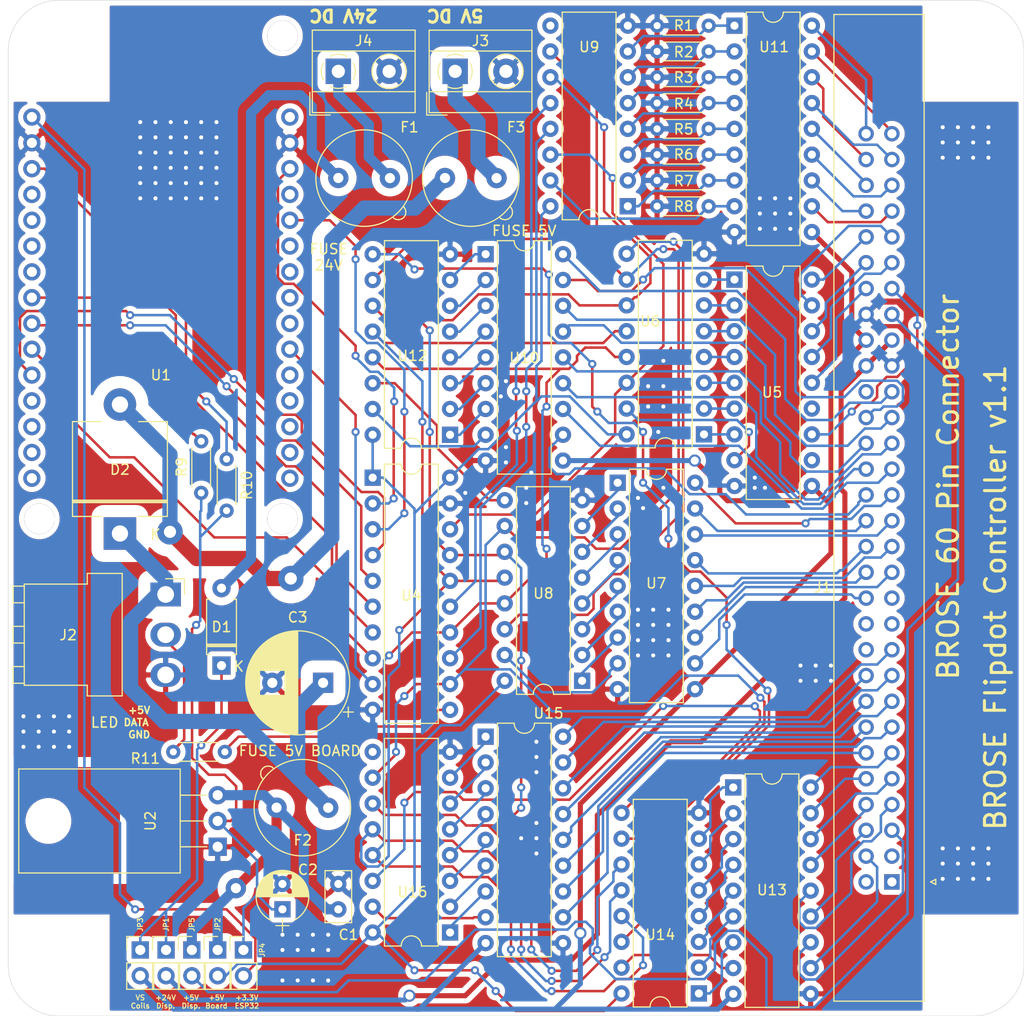
<source format=kicad_pcb>
(kicad_pcb (version 20171130) (host pcbnew 5.1.5)
  (layers (0 F.Cu signal) (31 B.Cu signal) (34 B.Paste user) (35 F.Paste user) (36 B.SilkS user) (37 F.SilkS user) (38 B.Mask user) (39 F.Mask user) (44 Edge.Cuts user))
  (net 0 "")
  (net 1 "Net-(C1-Pad1)")
  (net 2 +5V)
  (net 3 +3V3)
  (net 4 "Net-(D1-Pad2)")
  (net 5 "Net-(F1-Pad2)")
  (net 6 ROW1-SET)
  (net 7 ROW2-SET)
  (net 8 ROW3-SET)
  (net 9 ROW4-SET)
  (net 10 ROW5-SET)
  (net 11 ROW6-SET)
  (net 12 ROW7-SET)
  (net 13 ROW8-SET)
  (net 14 ROW9-SET)
  (net 15 ROW10-SET)
  (net 16 ROW11-SET)
  (net 17 ROW12-SET)
  (net 18 ROW13-SET)
  (net 19 ROW14-SET)
  (net 20 ROW15-SET)
  (net 21 ROW16-SET)
  (net 22 ROW1-RESET)
  (net 23 ROW2-RESET)
  (net 24 ROW3-RESET)
  (net 25 ROW4-RESET)
  (net 26 ROW5-RESET)
  (net 27 ROW6-RESET)
  (net 28 ROW7-RESET)
  (net 29 ROW8-RESET)
  (net 30 ROW9-RESET)
  (net 31 ROW10-RESET)
  (net 32 ROW11-RESET)
  (net 33 ROW12-RESET)
  (net 34 ROW13-RESET)
  (net 35 ROW14-RESET)
  (net 36 ROW15-RESET)
  (net 37 ROW16-RESET)
  (net 38 +24V)
  (net 39 VS)
  (net 40 VCC-FP2800)
  (net 41 DIR)
  (net 42 A0)
  (net 43 A1)
  (net 44 A2)
  (net 45 B0)
  (net 46 B1)
  (net 47 ADDR1)
  (net 48 ADDR2)
  (net 49 ADDR3)
  (net 50 ADDR4)
  (net 51 ADDR5)
  (net 52 ADDR6)
  (net 53 ADDR7)
  (net 54 ADDR8)
  (net 55 VCC-ESP32)
  (net 56 "Net-(R1-Pad1)")
  (net 57 "Net-(R2-Pad1)")
  (net 58 "Net-(R3-Pad1)")
  (net 59 "Net-(R4-Pad1)")
  (net 60 "Net-(R5-Pad1)")
  (net 61 "Net-(R6-Pad1)")
  (net 62 "Net-(R7-Pad1)")
  (net 63 "Net-(R8-Pad1)")
  (net 64 DATA-LED-3V3)
  (net 65 SRCLK-3V3)
  (net 66 SER-3V3)
  (net 67 SRCLR-3V3)
  (net 68 RCLK-SEL-3V3)
  (net 69 RCLK-CONF-3V3)
  (net 70 OE-SEL-3V3)
  (net 71 OE-CONF-3V3)
  (net 72 SRCLR)
  (net 73 OE-SEL)
  (net 74 OE-CONF)
  (net 75 RCLK-SEL)
  (net 76 RCLK-CONF)
  (net 77 SRCLK)
  (net 78 SER)
  (net 79 "Net-(U5-Pad8)")
  (net 80 "Net-(U5-Pad7)")
  (net 81 "Net-(U5-Pad6)")
  (net 82 "Net-(U5-Pad5)")
  (net 83 "Net-(U5-Pad4)")
  (net 84 "Net-(U5-Pad3)")
  (net 85 "Net-(U5-Pad2)")
  (net 86 "Net-(U5-Pad1)")
  (net 87 "Net-(U6-Pad9)")
  (net 88 "Net-(U7-Pad1)")
  (net 89 "Net-(U7-Pad2)")
  (net 90 "Net-(U7-Pad3)")
  (net 91 "Net-(U7-Pad4)")
  (net 92 "Net-(U7-Pad5)")
  (net 93 "Net-(U7-Pad6)")
  (net 94 "Net-(U7-Pad7)")
  (net 95 "Net-(U7-Pad8)")
  (net 96 "Net-(U12-Pad14)")
  (net 97 "Net-(U10-Pad8)")
  (net 98 "Net-(U10-Pad7)")
  (net 99 "Net-(U10-Pad6)")
  (net 100 "Net-(U10-Pad5)")
  (net 101 "Net-(U10-Pad4)")
  (net 102 "Net-(U10-Pad3)")
  (net 103 "Net-(U10-Pad2)")
  (net 104 "Net-(U10-Pad1)")
  (net 105 "Net-(U12-Pad9)")
  (net 106 "Net-(U13-Pad1)")
  (net 107 "Net-(U13-Pad2)")
  (net 108 "Net-(U13-Pad3)")
  (net 109 "Net-(U13-Pad4)")
  (net 110 "Net-(U13-Pad5)")
  (net 111 "Net-(U13-Pad6)")
  (net 112 "Net-(U13-Pad7)")
  (net 113 "Net-(U13-Pad8)")
  (net 114 "Net-(U14-Pad9)")
  (net 115 "Net-(U15-Pad8)")
  (net 116 "Net-(U15-Pad7)")
  (net 117 "Net-(U15-Pad6)")
  (net 118 "Net-(U15-Pad5)")
  (net 119 "Net-(U15-Pad4)")
  (net 120 "Net-(U15-Pad3)")
  (net 121 "Net-(U15-Pad2)")
  (net 122 "Net-(U15-Pad1)")
  (net 123 GND)
  (net 124 VCC-LED)
  (net 125 DATA-LED)
  (net 126 "Net-(D2-Pad2)")
  (net 127 "Net-(F3-Pad2)")
  (net 128 "Net-(D1-Pad1)")
  (net 129 "Net-(J2-Pad2)")
  (module JS_Local:ESP32_DEVKITV1 (layer F.Cu) (at 191.13 79.26 180)
    (fp_text reference U1 (at 12.7 10.16) (layer F.SilkS))
    (fp_text value ESP32_DEVCITV1)
    (pad "" thru_hole circle (at 0.73 43.56 180) (size 3 3) (drill 3) (layers *.Cu *.Mask))
    (pad "" thru_hole circle (at 24.67 -4 180) (size 3 3) (drill 3) (layers *.Cu *.Mask))
    (pad "" thru_hole circle (at 0.73 -4 180) (size 3 3) (drill 3) (layers *.Cu *.Mask))
    (pad 30 thru_hole circle (at 25.4 35.56 180) (size 1.7 1.7) (drill 1) (layers *.Cu *.Mask) (net 55 VCC-ESP32))
    (pad 29 thru_hole circle (at 25.4 33.02 180) (size 1.7 1.7) (drill 1) (layers *.Cu *.Mask) (net 123 GND))
    (pad 28 thru_hole circle (at 25.4 30.48 180) (size 1.7 1.7) (drill 1) (layers *.Cu *.Mask) (net 71 OE-CONF-3V3))
    (pad 27 thru_hole circle (at 25.4 27.94 180) (size 1.7 1.7) (drill 1) (layers *.Cu *.Mask))
    (pad 26 thru_hole circle (at 25.4 25.4 180) (size 1.7 1.7) (drill 1) (layers *.Cu *.Mask))
    (pad 25 thru_hole circle (at 25.4 22.86 180) (size 1.7 1.7) (drill 1) (layers *.Cu *.Mask))
    (pad 24 thru_hole circle (at 25.4 20.32 180) (size 1.7 1.7) (drill 1) (layers *.Cu *.Mask))
    (pad 23 thru_hole circle (at 25.4 17.78 180) (size 1.7 1.7) (drill 1) (layers *.Cu *.Mask) (net 70 OE-SEL-3V3))
    (pad 22 thru_hole circle (at 25.4 15.24 180) (size 1.7 1.7) (drill 1) (layers *.Cu *.Mask) (net 68 RCLK-SEL-3V3))
    (pad 21 thru_hole circle (at 25.4 12.7 180) (size 1.7 1.7) (drill 1) (layers *.Cu *.Mask) (net 67 SRCLR-3V3))
    (pad 20 thru_hole circle (at 25.4 10.16 180) (size 1.7 1.7) (drill 1) (layers *.Cu *.Mask) (net 69 RCLK-CONF-3V3))
    (pad 19 thru_hole circle (at 25.4 7.62 180) (size 1.7 1.7) (drill 1) (layers *.Cu *.Mask))
    (pad 18 thru_hole circle (at 25.4 5.08 180) (size 1.7 1.7) (drill 1) (layers *.Cu *.Mask))
    (pad 17 thru_hole circle (at 25.4 2.54 180) (size 1.7 1.7) (drill 1) (layers *.Cu *.Mask))
    (pad 16 thru_hole circle (at 25.4 0 180) (size 1.7 1.7) (drill 1) (layers *.Cu *.Mask))
    (pad 15 thru_hole circle (at 0 35.56 180) (size 1.7 1.7) (drill 1) (layers *.Cu *.Mask))
    (pad 14 thru_hole circle (at 0 33.02 180) (size 1.7 1.7) (drill 1) (layers *.Cu *.Mask) (net 123 GND))
    (pad 13 thru_hole circle (at 0 30.48 180) (size 1.7 1.7) (drill 1) (layers *.Cu *.Mask) (net 66 SER-3V3))
    (pad 12 thru_hole circle (at 0 27.94 180) (size 1.7 1.7) (drill 1) (layers *.Cu *.Mask))
    (pad 11 thru_hole circle (at 0 25.4 180) (size 1.7 1.7) (drill 1) (layers *.Cu *.Mask) (net 65 SRCLK-3V3))
    (pad 10 thru_hole circle (at 0 22.86 180) (size 1.7 1.7) (drill 1) (layers *.Cu *.Mask))
    (pad 9 thru_hole circle (at 0 20.32 180) (size 1.7 1.7) (drill 1) (layers *.Cu *.Mask))
    (pad 8 thru_hole circle (at 0 17.78 180) (size 1.7 1.7) (drill 1) (layers *.Cu *.Mask))
    (pad 7 thru_hole circle (at 0 15.24 180) (size 1.7 1.7) (drill 1) (layers *.Cu *.Mask))
    (pad 6 thru_hole circle (at 0 12.7 180) (size 1.7 1.7) (drill 1) (layers *.Cu *.Mask) (net 64 DATA-LED-3V3))
    (pad 5 thru_hole circle (at 0 10.16 180) (size 1.7 1.7) (drill 1) (layers *.Cu *.Mask))
    (pad 4 thru_hole circle (at 0 7.62 180) (size 1.7 1.7) (drill 1) (layers *.Cu *.Mask))
    (pad 3 thru_hole circle (at 0 5.08 180) (size 1.7 1.7) (drill 1) (layers *.Cu *.Mask))
    (pad 2 thru_hole circle (at 0 2.54 180) (size 1.7 1.7) (drill 1) (layers *.Cu *.Mask))
    (pad 1 thru_hole circle (at 0 0 180) (size 1.7 1.7) (drill 1) (layers *.Cu *.Mask))
  )
  (module JS_Local:VIA-0.6mm (layer F.Cu) (at 190.4 128.7)
    (fp_text reference REF** hide)
    (fp_text value VIA-0.6mm hide)
    (pad 1 thru_hole circle (at 0 0) (size 0.6 0.6) (drill 0.4) (layers *.Cu) (net 123 GND))
  )
  (module JS_Local:VIA-0.6mm (layer F.Cu) (at 193.4 128.7)
    (fp_text reference REF** hide)
    (fp_text value VIA-0.6mm hide)
    (pad 1 thru_hole circle (at 0 0) (size 0.6 0.6) (drill 0.4) (layers *.Cu) (net 123 GND))
  )
  (module JS_Local:VIA-0.6mm (layer F.Cu) (at 194.9 128.7)
    (fp_text reference REF** hide)
    (fp_text value VIA-0.6mm hide)
    (pad 1 thru_hole circle (at 0 0) (size 0.6 0.6) (drill 0.4) (layers *.Cu) (net 123 GND))
  )
  (module JS_Local:VIA-0.6mm (layer F.Cu) (at 191.9 128.7)
    (fp_text reference REF** hide)
    (fp_text value VIA-0.6mm hide)
    (pad 1 thru_hole circle (at 0 0) (size 0.6 0.6) (drill 0.4) (layers *.Cu) (net 123 GND))
  )
  (module JS_Local:VIA-0.6mm (layer F.Cu) (at 190.4 125.7)
    (fp_text reference REF** hide)
    (fp_text value VIA-0.6mm hide)
    (pad 1 thru_hole circle (at 0 0) (size 0.6 0.6) (drill 0.4) (layers *.Cu) (net 123 GND))
  )
  (module JS_Local:VIA-0.6mm (layer F.Cu) (at 193.4 124.2)
    (fp_text reference REF** hide)
    (fp_text value VIA-0.6mm hide)
    (pad 1 thru_hole circle (at 0 0) (size 0.6 0.6) (drill 0.4) (layers *.Cu) (net 123 GND))
  )
  (module JS_Local:VIA-0.6mm (layer F.Cu) (at 193.4 125.7)
    (fp_text reference REF** hide)
    (fp_text value VIA-0.6mm hide)
    (pad 1 thru_hole circle (at 0 0) (size 0.6 0.6) (drill 0.4) (layers *.Cu) (net 123 GND))
  )
  (module JS_Local:VIA-0.6mm (layer F.Cu) (at 190.4 124.2)
    (fp_text reference REF** hide)
    (fp_text value VIA-0.6mm hide)
    (pad 1 thru_hole circle (at 0 0) (size 0.6 0.6) (drill 0.4) (layers *.Cu) (net 123 GND))
  )
  (module JS_Local:VIA-0.6mm (layer F.Cu) (at 194.9 124.2)
    (fp_text reference REF** hide)
    (fp_text value VIA-0.6mm hide)
    (pad 1 thru_hole circle (at 0 0) (size 0.6 0.6) (drill 0.4) (layers *.Cu) (net 123 GND))
  )
  (module JS_Local:VIA-0.6mm (layer F.Cu) (at 194.9 125.7)
    (fp_text reference REF** hide)
    (fp_text value VIA-0.6mm hide)
    (pad 1 thru_hole circle (at 0 0) (size 0.6 0.6) (drill 0.4) (layers *.Cu) (net 123 GND))
  )
  (module JS_Local:VIA-0.6mm (layer F.Cu) (at 191.9 125.7)
    (fp_text reference REF** hide)
    (fp_text value VIA-0.6mm hide)
    (pad 1 thru_hole circle (at 0 0) (size 0.6 0.6) (drill 0.4) (layers *.Cu) (net 123 GND))
  )
  (module JS_Local:VIA-0.6mm (layer F.Cu) (at 191.9 124.2)
    (fp_text reference REF** hide)
    (fp_text value VIA-0.6mm hide)
    (pad 1 thru_hole circle (at 0 0) (size 0.6 0.6) (drill 0.4) (layers *.Cu) (net 123 GND))
  )
  (module JS_Local:VIA-0.6mm (layer F.Cu) (at 169.4 102.7)
    (fp_text reference REF** hide)
    (fp_text value VIA-0.6mm hide)
    (pad 1 thru_hole circle (at 0 0) (size 0.6 0.6) (drill 0.4) (layers *.Cu) (net 123 GND))
  )
  (module JS_Local:VIA-0.6mm (layer F.Cu) (at 164.9 105.7)
    (fp_text reference REF** hide)
    (fp_text value VIA-0.6mm hide)
    (pad 1 thru_hole circle (at 0 0) (size 0.6 0.6) (drill 0.4) (layers *.Cu) (net 123 GND))
  )
  (module JS_Local:VIA-0.6mm (layer F.Cu) (at 164.9 102.7)
    (fp_text reference REF** hide)
    (fp_text value VIA-0.6mm hide)
    (pad 1 thru_hole circle (at 0 0) (size 0.6 0.6) (drill 0.4) (layers *.Cu) (net 123 GND))
  )
  (module JS_Local:VIA-0.6mm (layer F.Cu) (at 164.9 104.2)
    (fp_text reference REF** hide)
    (fp_text value VIA-0.6mm hide)
    (pad 1 thru_hole circle (at 0 0) (size 0.6 0.6) (drill 0.4) (layers *.Cu) (net 123 GND))
  )
  (module JS_Local:VIA-0.6mm (layer F.Cu) (at 166.4 105.7)
    (fp_text reference REF** hide)
    (fp_text value VIA-0.6mm hide)
    (pad 1 thru_hole circle (at 0 0) (size 0.6 0.6) (drill 0.4) (layers *.Cu) (net 123 GND))
  )
  (module JS_Local:VIA-0.6mm (layer F.Cu) (at 166.4 102.7)
    (fp_text reference REF** hide)
    (fp_text value VIA-0.6mm hide)
    (pad 1 thru_hole circle (at 0 0) (size 0.6 0.6) (drill 0.4) (layers *.Cu) (net 123 GND))
  )
  (module JS_Local:VIA-0.6mm (layer F.Cu) (at 167.9 104.2)
    (fp_text reference REF** hide)
    (fp_text value VIA-0.6mm hide)
    (pad 1 thru_hole circle (at 0 0) (size 0.6 0.6) (drill 0.4) (layers *.Cu) (net 123 GND))
  )
  (module JS_Local:VIA-0.6mm (layer F.Cu) (at 167.9 102.7)
    (fp_text reference REF** hide)
    (fp_text value VIA-0.6mm hide)
    (pad 1 thru_hole circle (at 0 0) (size 0.6 0.6) (drill 0.4) (layers *.Cu) (net 123 GND))
  )
  (module JS_Local:VIA-0.6mm (layer F.Cu) (at 166.4 104.2)
    (fp_text reference REF** hide)
    (fp_text value VIA-0.6mm hide)
    (pad 1 thru_hole circle (at 0 0) (size 0.6 0.6) (drill 0.4) (layers *.Cu) (net 123 GND))
  )
  (module JS_Local:VIA-0.6mm (layer F.Cu) (at 169.4 104.2)
    (fp_text reference REF** hide)
    (fp_text value VIA-0.6mm hide)
    (pad 1 thru_hole circle (at 0 0) (size 0.6 0.6) (drill 0.4) (layers *.Cu) (net 123 GND))
  )
  (module JS_Local:VIA-0.6mm (layer F.Cu) (at 167.9 105.7)
    (fp_text reference REF** hide)
    (fp_text value VIA-0.6mm hide)
    (pad 1 thru_hole circle (at 0 0) (size 0.6 0.6) (drill 0.4) (layers *.Cu) (net 123 GND))
  )
  (module JS_Local:VIA-0.6mm (layer F.Cu) (at 169.4 105.7)
    (fp_text reference REF** hide)
    (fp_text value VIA-0.6mm hide)
    (pad 1 thru_hole circle (at 0 0) (size 0.6 0.6) (drill 0.4) (layers *.Cu) (net 123 GND))
  )
  (module Connector_PinHeader_2.54mm:PinHeader_1x02_P2.54mm_Vertical (layer F.Cu) (at 178.94 125.7)
    (fp_text reference JP1 (at 0 -2.5 90) (layer F.SilkS) (effects (font (size 0.5 0.5) (thickness 0.1))))
    (fp_text value Jumper)
    (pad 2 thru_hole oval (at 0 2.54) (size 1.7 1.7) (drill 1) (layers *.Cu *.Mask) (net 38 +24V))
    (pad 1 thru_hole rect (at 0 0) (size 1.7 1.7) (drill 1) (layers *.Cu *.Mask) (net 128 "Net-(D1-Pad1)"))
  )
  (module Connector_PinHeader_2.54mm:PinHeader_1x02_P2.54mm_Vertical (layer F.Cu) (at 184.02 125.7)
    (fp_text reference JP2 (at 0 -2.5 90) (layer F.SilkS) (effects (font (size 0.5 0.5) (thickness 0.1))))
    (fp_text value Jumper)
    (pad 1 thru_hole rect (at 0 0) (size 1.7 1.7) (drill 1) (layers *.Cu *.Mask) (net 1 "Net-(C1-Pad1)"))
    (pad 2 thru_hole oval (at 0 2.54) (size 1.7 1.7) (drill 1) (layers *.Cu *.Mask) (net 2 +5V))
  )
  (module Connector_PinHeader_2.54mm:PinHeader_1x02_P2.54mm_Vertical (layer F.Cu) (at 176.4 125.7)
    (fp_text reference JP3 (at 0 -2.5 90) (layer F.SilkS) (effects (font (size 0.5 0.5) (thickness 0.1))))
    (fp_text value Jumper)
    (pad 1 thru_hole rect (at 0 0) (size 1.7 1.7) (drill 1) (layers *.Cu *.Mask) (net 128 "Net-(D1-Pad1)"))
    (pad 2 thru_hole oval (at 0 2.54) (size 1.7 1.7) (drill 1) (layers *.Cu *.Mask) (net 39 VS))
  )
  (module Connector_PinHeader_2.54mm:PinHeader_1x02_P2.54mm_Vertical (layer F.Cu) (at 186.56 125.7)
    (fp_text reference JP4 (at 1.84 0 90) (layer F.SilkS) (effects (font (size 0.5 0.5) (thickness 0.1))))
    (fp_text value Jumper)
    (pad 2 thru_hole oval (at 0 2.54) (size 1.7 1.7) (drill 1) (layers *.Cu *.Mask) (net 55 VCC-ESP32))
    (pad 1 thru_hole rect (at 0 0) (size 1.7 1.7) (drill 1) (layers *.Cu *.Mask) (net 3 +3V3))
  )
  (module Connector_PinHeader_2.54mm:PinHeader_1x02_P2.54mm_Vertical (layer F.Cu) (at 181.48 125.7)
    (fp_text reference JP5 (at 0 -2.5 90) (layer F.SilkS) (effects (font (size 0.5 0.5) (thickness 0.1))))
    (fp_text value Jumper)
    (pad 1 thru_hole rect (at 0 0) (size 1.7 1.7) (drill 1) (layers *.Cu *.Mask) (net 1 "Net-(C1-Pad1)"))
    (pad 2 thru_hole oval (at 0 2.54) (size 1.7 1.7) (drill 1) (layers *.Cu *.Mask) (net 40 VCC-FP2800))
  )
  (module JS_Local:VIA-0.6mm (layer F.Cu) (at 225.4 81.2)
    (fp_text reference REF** hide)
    (fp_text value VIA-0.6mm hide)
    (pad 1 thru_hole circle (at 0 0) (size 0.6 0.6) (drill 0.4) (layers *.Cu) (net 123 GND))
  )
  (module JS_Local:VIA-0.6mm (layer F.Cu) (at 225.9 82.2)
    (fp_text reference REF** hide)
    (fp_text value VIA-0.6mm hide)
    (pad 1 thru_hole circle (at 0 0) (size 0.6 0.6) (drill 0.4) (layers *.Cu) (net 123 GND))
  )
  (module JS_Local:VIA-0.6mm (layer F.Cu) (at 227.9 80.2)
    (fp_text reference REF** hide)
    (fp_text value VIA-0.6mm hide)
    (pad 1 thru_hole circle (at 0 0) (size 0.6 0.6) (drill 0.4) (layers *.Cu) (net 123 GND))
  )
  (module JS_Local:VIA-0.6mm (layer F.Cu) (at 226.9 96.7 90)
    (fp_text reference REF** hide)
    (fp_text value VIA-0.6mm hide)
    (pad 1 thru_hole circle (at 0 0 90) (size 0.6 0.6) (drill 0.4) (layers *.Cu) (net 123 GND))
  )
  (module JS_Local:VIA-0.6mm (layer F.Cu) (at 228.4 93.7 90)
    (fp_text reference REF** hide)
    (fp_text value VIA-0.6mm hide)
    (pad 1 thru_hole circle (at 0 0 90) (size 0.6 0.6) (drill 0.4) (layers *.Cu) (net 123 GND))
  )
  (module JS_Local:VIA-0.6mm (layer F.Cu) (at 225.4 95.2 90)
    (fp_text reference REF** hide)
    (fp_text value VIA-0.6mm hide)
    (pad 1 thru_hole circle (at 0 0 90) (size 0.6 0.6) (drill 0.4) (layers *.Cu) (net 123 GND))
  )
  (module JS_Local:VIA-0.6mm (layer F.Cu) (at 228.4 95.2 90)
    (fp_text reference REF** hide)
    (fp_text value VIA-0.6mm hide)
    (pad 1 thru_hole circle (at 0 0 90) (size 0.6 0.6) (drill 0.4) (layers *.Cu) (net 123 GND))
  )
  (module JS_Local:VIA-0.6mm (layer F.Cu) (at 228.4 92.2 90)
    (fp_text reference REF** hide)
    (fp_text value VIA-0.6mm hide)
    (pad 1 thru_hole circle (at 0 0 90) (size 0.6 0.6) (drill 0.4) (layers *.Cu) (net 123 GND))
  )
  (module JS_Local:VIA-0.6mm (layer F.Cu) (at 225.4 93.7 90)
    (fp_text reference REF** hide)
    (fp_text value VIA-0.6mm hide)
    (pad 1 thru_hole circle (at 0 0 90) (size 0.6 0.6) (drill 0.4) (layers *.Cu) (net 123 GND))
  )
  (module JS_Local:VIA-0.6mm (layer F.Cu) (at 226.9 92.2 90)
    (fp_text reference REF** hide)
    (fp_text value VIA-0.6mm hide)
    (pad 1 thru_hole circle (at 0 0 90) (size 0.6 0.6) (drill 0.4) (layers *.Cu) (net 123 GND))
  )
  (module JS_Local:VIA-0.6mm (layer F.Cu) (at 228.4 96.7 90)
    (fp_text reference REF** hide)
    (fp_text value VIA-0.6mm hide)
    (pad 1 thru_hole circle (at 0 0 90) (size 0.6 0.6) (drill 0.4) (layers *.Cu) (net 123 GND))
  )
  (module JS_Local:VIA-0.6mm (layer F.Cu) (at 226.9 95.2 90)
    (fp_text reference REF** hide)
    (fp_text value VIA-0.6mm hide)
    (pad 1 thru_hole circle (at 0 0 90) (size 0.6 0.6) (drill 0.4) (layers *.Cu) (net 123 GND))
  )
  (module JS_Local:VIA-0.6mm (layer F.Cu) (at 226.9 93.7 90)
    (fp_text reference REF** hide)
    (fp_text value VIA-0.6mm hide)
    (pad 1 thru_hole circle (at 0 0 90) (size 0.6 0.6) (drill 0.4) (layers *.Cu) (net 123 GND))
  )
  (module JS_Local:VIA-0.6mm (layer F.Cu) (at 225.4 92.2 90)
    (fp_text reference REF** hide)
    (fp_text value VIA-0.6mm hide)
    (pad 1 thru_hole circle (at 0 0 90) (size 0.6 0.6) (drill 0.4) (layers *.Cu) (net 123 GND))
  )
  (module JS_Local:VIA-0.6mm (layer F.Cu) (at 225.4 96.7 90)
    (fp_text reference REF** hide)
    (fp_text value VIA-0.6mm hide)
    (pad 1 thru_hole circle (at 0 0 90) (size 0.6 0.6) (drill 0.4) (layers *.Cu) (net 123 GND))
  )
  (module JS_Local:VIA-0.6mm (layer F.Cu) (at 212.4 69.7)
    (fp_text reference REF** hide)
    (fp_text value VIA-0.6mm hide)
    (pad 1 thru_hole circle (at 0 0) (size 0.6 0.6) (drill 0.4) (layers *.Cu) (net 123 GND))
  )
  (module JS_Local:VIA-0.6mm (layer F.Cu) (at 211.9 71.2)
    (fp_text reference REF** hide)
    (fp_text value VIA-0.6mm hide)
    (pad 1 thru_hole circle (at 0 0) (size 0.6 0.6) (drill 0.4) (layers *.Cu) (net 123 GND))
  )
  (module JS_Local:VIA-0.6mm (layer F.Cu) (at 212.4 77.7)
    (fp_text reference REF** hide)
    (fp_text value VIA-0.6mm hide)
    (pad 1 thru_hole circle (at 0 0) (size 0.6 0.6) (drill 0.4) (layers *.Cu) (net 123 GND))
  )
  (module JS_Local:VIA-0.6mm (layer F.Cu) (at 212.4 76.2)
    (fp_text reference REF** hide)
    (fp_text value VIA-0.6mm hide)
    (pad 1 thru_hole circle (at 0 0) (size 0.6 0.6) (drill 0.4) (layers *.Cu) (net 123 GND))
  )
  (module JS_Local:VIA-0.6mm (layer F.Cu) (at 183.9 50.2)
    (fp_text reference REF** hide)
    (fp_text value VIA-0.6mm hide)
    (pad 1 thru_hole circle (at 0 0) (size 0.6 0.6) (drill 0.4) (layers *.Cu) (net 123 GND))
  )
  (module JS_Local:VIA-0.6mm (layer F.Cu) (at 183.9 51.7)
    (fp_text reference REF** hide)
    (fp_text value VIA-0.6mm hide)
    (pad 1 thru_hole circle (at 0 0) (size 0.6 0.6) (drill 0.4) (layers *.Cu) (net 123 GND))
  )
  (module JS_Local:VIA-0.6mm (layer F.Cu) (at 182.4 50.2)
    (fp_text reference REF** hide)
    (fp_text value VIA-0.6mm hide)
    (pad 1 thru_hole circle (at 0 0) (size 0.6 0.6) (drill 0.4) (layers *.Cu) (net 123 GND))
  )
  (module JS_Local:VIA-0.6mm (layer F.Cu) (at 183.9 48.7)
    (fp_text reference REF** hide)
    (fp_text value VIA-0.6mm hide)
    (pad 1 thru_hole circle (at 0 0) (size 0.6 0.6) (drill 0.4) (layers *.Cu) (net 123 GND))
  )
  (module JS_Local:VIA-0.6mm (layer F.Cu) (at 182.4 48.7)
    (fp_text reference REF** hide)
    (fp_text value VIA-0.6mm hide)
    (pad 1 thru_hole circle (at 0 0) (size 0.6 0.6) (drill 0.4) (layers *.Cu) (net 123 GND))
  )
  (module JS_Local:VIA-0.6mm (layer F.Cu) (at 182.4 51.7)
    (fp_text reference REF** hide)
    (fp_text value VIA-0.6mm hide)
    (pad 1 thru_hole circle (at 0 0) (size 0.6 0.6) (drill 0.4) (layers *.Cu) (net 123 GND))
  )
  (module JS_Local:VIA-0.6mm (layer F.Cu) (at 182.4 47.2)
    (fp_text reference REF** hide)
    (fp_text value VIA-0.6mm hide)
    (pad 1 thru_hole circle (at 0 0) (size 0.6 0.6) (drill 0.4) (layers *.Cu) (net 123 GND))
  )
  (module JS_Local:VIA-0.6mm (layer F.Cu) (at 183.9 45.7)
    (fp_text reference REF** hide)
    (fp_text value VIA-0.6mm hide)
    (pad 1 thru_hole circle (at 0 0) (size 0.6 0.6) (drill 0.4) (layers *.Cu) (net 123 GND))
  )
  (module JS_Local:VIA-0.6mm (layer F.Cu) (at 182.4 44.2)
    (fp_text reference REF** hide)
    (fp_text value VIA-0.6mm hide)
    (pad 1 thru_hole circle (at 0 0) (size 0.6 0.6) (drill 0.4) (layers *.Cu) (net 123 GND))
  )
  (module JS_Local:VIA-0.6mm (layer F.Cu) (at 182.4 45.7)
    (fp_text reference REF** hide)
    (fp_text value VIA-0.6mm hide)
    (pad 1 thru_hole circle (at 0 0) (size 0.6 0.6) (drill 0.4) (layers *.Cu) (net 123 GND))
  )
  (module JS_Local:VIA-0.6mm (layer F.Cu) (at 183.9 44.2)
    (fp_text reference REF** hide)
    (fp_text value VIA-0.6mm hide)
    (pad 1 thru_hole circle (at 0 0) (size 0.6 0.6) (drill 0.4) (layers *.Cu) (net 123 GND))
  )
  (module JS_Local:VIA-0.6mm (layer F.Cu) (at 183.9 47.2)
    (fp_text reference REF** hide)
    (fp_text value VIA-0.6mm hide)
    (pad 1 thru_hole circle (at 0 0) (size 0.6 0.6) (drill 0.4) (layers *.Cu) (net 123 GND))
  )
  (module JS_Local:VIA-0.6mm (layer F.Cu) (at 179.4 51.7)
    (fp_text reference REF** hide)
    (fp_text value VIA-0.6mm hide)
    (pad 1 thru_hole circle (at 0 0) (size 0.6 0.6) (drill 0.4) (layers *.Cu) (net 123 GND))
  )
  (module JS_Local:VIA-0.6mm (layer F.Cu) (at 177.9 48.7)
    (fp_text reference REF** hide)
    (fp_text value VIA-0.6mm hide)
    (pad 1 thru_hole circle (at 0 0) (size 0.6 0.6) (drill 0.4) (layers *.Cu) (net 123 GND))
  )
  (module JS_Local:VIA-0.6mm (layer F.Cu) (at 179.4 48.7)
    (fp_text reference REF** hide)
    (fp_text value VIA-0.6mm hide)
    (pad 1 thru_hole circle (at 0 0) (size 0.6 0.6) (drill 0.4) (layers *.Cu) (net 123 GND))
  )
  (module JS_Local:VIA-0.6mm (layer F.Cu) (at 180.9 48.7)
    (fp_text reference REF** hide)
    (fp_text value VIA-0.6mm hide)
    (pad 1 thru_hole circle (at 0 0) (size 0.6 0.6) (drill 0.4) (layers *.Cu) (net 123 GND))
  )
  (module JS_Local:VIA-0.6mm (layer F.Cu) (at 180.9 51.7)
    (fp_text reference REF** hide)
    (fp_text value VIA-0.6mm hide)
    (pad 1 thru_hole circle (at 0 0) (size 0.6 0.6) (drill 0.4) (layers *.Cu) (net 123 GND))
  )
  (module JS_Local:VIA-0.6mm (layer F.Cu) (at 177.9 50.2)
    (fp_text reference REF** hide)
    (fp_text value VIA-0.6mm hide)
    (pad 1 thru_hole circle (at 0 0) (size 0.6 0.6) (drill 0.4) (layers *.Cu) (net 123 GND))
  )
  (module JS_Local:VIA-0.6mm (layer F.Cu) (at 179.4 50.2)
    (fp_text reference REF** hide)
    (fp_text value VIA-0.6mm hide)
    (pad 1 thru_hole circle (at 0 0) (size 0.6 0.6) (drill 0.4) (layers *.Cu) (net 123 GND))
  )
  (module JS_Local:VIA-0.6mm (layer F.Cu) (at 176.4 51.7)
    (fp_text reference REF** hide)
    (fp_text value VIA-0.6mm hide)
    (pad 1 thru_hole circle (at 0 0) (size 0.6 0.6) (drill 0.4) (layers *.Cu) (net 123 GND))
  )
  (module JS_Local:VIA-0.6mm (layer F.Cu) (at 180.9 50.2)
    (fp_text reference REF** hide)
    (fp_text value VIA-0.6mm hide)
    (pad 1 thru_hole circle (at 0 0) (size 0.6 0.6) (drill 0.4) (layers *.Cu) (net 123 GND))
  )
  (module JS_Local:VIA-0.6mm (layer F.Cu) (at 176.4 50.2)
    (fp_text reference REF** hide)
    (fp_text value VIA-0.6mm hide)
    (pad 1 thru_hole circle (at 0 0) (size 0.6 0.6) (drill 0.4) (layers *.Cu) (net 123 GND))
  )
  (module JS_Local:VIA-0.6mm (layer F.Cu) (at 176.4 48.7)
    (fp_text reference REF** hide)
    (fp_text value VIA-0.6mm hide)
    (pad 1 thru_hole circle (at 0 0) (size 0.6 0.6) (drill 0.4) (layers *.Cu) (net 123 GND))
  )
  (module JS_Local:VIA-0.6mm (layer F.Cu) (at 177.9 51.7)
    (fp_text reference REF** hide)
    (fp_text value VIA-0.6mm hide)
    (pad 1 thru_hole circle (at 0 0) (size 0.6 0.6) (drill 0.4) (layers *.Cu) (net 123 GND))
  )
  (module JS_Local:VIA-0.6mm (layer F.Cu) (at 176.4 45.7)
    (fp_text reference REF** hide)
    (fp_text value VIA-0.6mm hide)
    (pad 1 thru_hole circle (at 0 0) (size 0.6 0.6) (drill 0.4) (layers *.Cu) (net 123 GND))
  )
  (module JS_Local:VIA-0.6mm (layer F.Cu) (at 179.4 47.2)
    (fp_text reference REF** hide)
    (fp_text value VIA-0.6mm hide)
    (pad 1 thru_hole circle (at 0 0) (size 0.6 0.6) (drill 0.4) (layers *.Cu) (net 123 GND))
  )
  (module JS_Local:VIA-0.6mm (layer F.Cu) (at 177.9 44.2)
    (fp_text reference REF** hide)
    (fp_text value VIA-0.6mm hide)
    (pad 1 thru_hole circle (at 0 0) (size 0.6 0.6) (drill 0.4) (layers *.Cu) (net 123 GND))
  )
  (module JS_Local:VIA-0.6mm (layer F.Cu) (at 177.9 47.2)
    (fp_text reference REF** hide)
    (fp_text value VIA-0.6mm hide)
    (pad 1 thru_hole circle (at 0 0) (size 0.6 0.6) (drill 0.4) (layers *.Cu) (net 123 GND))
  )
  (module JS_Local:VIA-0.6mm (layer F.Cu) (at 180.9 47.2)
    (fp_text reference REF** hide)
    (fp_text value VIA-0.6mm hide)
    (pad 1 thru_hole circle (at 0 0) (size 0.6 0.6) (drill 0.4) (layers *.Cu) (net 123 GND))
  )
  (module JS_Local:VIA-0.6mm (layer F.Cu) (at 179.4 44.2)
    (fp_text reference REF** hide)
    (fp_text value VIA-0.6mm hide)
    (pad 1 thru_hole circle (at 0 0) (size 0.6 0.6) (drill 0.4) (layers *.Cu) (net 123 GND))
  )
  (module JS_Local:VIA-0.6mm (layer F.Cu) (at 180.9 45.7)
    (fp_text reference REF** hide)
    (fp_text value VIA-0.6mm hide)
    (pad 1 thru_hole circle (at 0 0) (size 0.6 0.6) (drill 0.4) (layers *.Cu) (net 123 GND))
  )
  (module JS_Local:VIA-0.6mm (layer F.Cu) (at 176.4 47.2)
    (fp_text reference REF** hide)
    (fp_text value VIA-0.6mm hide)
    (pad 1 thru_hole circle (at 0 0) (size 0.6 0.6) (drill 0.4) (layers *.Cu) (net 123 GND))
  )
  (module JS_Local:VIA-0.6mm (layer F.Cu) (at 177.9 45.7)
    (fp_text reference REF** hide)
    (fp_text value VIA-0.6mm hide)
    (pad 1 thru_hole circle (at 0 0) (size 0.6 0.6) (drill 0.4) (layers *.Cu) (net 123 GND))
  )
  (module JS_Local:VIA-0.6mm (layer F.Cu) (at 179.4 45.7)
    (fp_text reference REF** hide)
    (fp_text value VIA-0.6mm hide)
    (pad 1 thru_hole circle (at 0 0) (size 0.6 0.6) (drill 0.4) (layers *.Cu) (net 123 GND))
  )
  (module JS_Local:VIA-0.6mm (layer F.Cu) (at 180.9 44.2)
    (fp_text reference REF** hide)
    (fp_text value VIA-0.6mm hide)
    (pad 1 thru_hole circle (at 0 0) (size 0.6 0.6) (drill 0.4) (layers *.Cu) (net 123 GND))
  )
  (module JS_Local:VIA-0.6mm (layer F.Cu) (at 176.4 44.2)
    (fp_text reference REF** hide)
    (fp_text value VIA-0.6mm hide)
    (pad 1 thru_hole circle (at 0 0) (size 0.6 0.6) (drill 0.4) (layers *.Cu) (net 123 GND))
  )
  (module JS_Local:VIA-0.6mm (layer F.Cu) (at 214.9 78.7)
    (fp_text reference REF** hide)
    (fp_text value VIA-0.6mm hide)
    (pad 1 thru_hole circle (at 0 0) (size 0.6 0.6) (drill 0.4) (layers *.Cu) (net 123 GND))
  )
  (module JS_Local:VIA-0.6mm (layer F.Cu) (at 214.4 80.2)
    (fp_text reference REF** hide)
    (fp_text value VIA-0.6mm hide)
    (pad 1 thru_hole circle (at 0 0) (size 0.6 0.6) (drill 0.4) (layers *.Cu) (net 123 GND))
  )
  (module JS_Local:VIA-0.6mm (layer F.Cu) (at 214.4 81.7)
    (fp_text reference REF** hide)
    (fp_text value VIA-0.6mm hide)
    (pad 1 thru_hole circle (at 0 0) (size 0.6 0.6) (drill 0.4) (layers *.Cu) (net 123 GND))
  )
  (module JS_Local:VIA-0.6mm (layer F.Cu) (at 208.4 80.7)
    (fp_text reference REF** hide)
    (fp_text value VIA-0.6mm hide)
    (pad 1 thru_hole circle (at 0 0) (size 0.6 0.6) (drill 0.4) (layers *.Cu) (net 123 GND))
  )
  (module JS_Local:VIA-0.6mm (layer F.Cu) (at 227.9 67.7)
    (fp_text reference REF** hide)
    (fp_text value VIA-0.6mm hide)
    (pad 1 thru_hole circle (at 0 0) (size 0.6 0.6) (drill 0.4) (layers *.Cu) (net 123 GND))
  )
  (module JS_Local:VIA-0.6mm (layer F.Cu) (at 227.4 74.7)
    (fp_text reference REF** hide)
    (fp_text value VIA-0.6mm hide)
    (pad 1 thru_hole circle (at 0 0) (size 0.6 0.6) (drill 0.4) (layers *.Cu) (net 123 GND))
  )
  (module JS_Local:VIA-0.6mm (layer F.Cu) (at 226.4 72.2)
    (fp_text reference REF** hide)
    (fp_text value VIA-0.6mm hide)
    (pad 1 thru_hole circle (at 0 0) (size 0.6 0.6) (drill 0.4) (layers *.Cu) (net 123 GND))
  )
  (module JS_Local:VIA-0.6mm (layer F.Cu) (at 227.9 72.2)
    (fp_text reference REF** hide)
    (fp_text value VIA-0.6mm hide)
    (pad 1 thru_hole circle (at 0 0) (size 0.6 0.6) (drill 0.4) (layers *.Cu) (net 123 GND))
  )
  (module JS_Local:VIA-0.6mm (layer F.Cu) (at 227.9 70.2)
    (fp_text reference REF** hide)
    (fp_text value VIA-0.6mm hide)
    (pad 1 thru_hole circle (at 0 0) (size 0.6 0.6) (drill 0.4) (layers *.Cu) (net 123 GND))
  )
  (module JS_Local:VIA-0.6mm (layer F.Cu) (at 226.4 70.2)
    (fp_text reference REF** hide)
    (fp_text value VIA-0.6mm hide)
    (pad 1 thru_hole circle (at 0 0) (size 0.6 0.6) (drill 0.4) (layers *.Cu) (net 123 GND))
  )
  (module JS_Local:VIA-0.6mm (layer F.Cu) (at 240.4 51.7)
    (fp_text reference REF** hide)
    (fp_text value VIA-0.6mm hide)
    (pad 1 thru_hole circle (at 0 0) (size 0.6 0.6) (drill 0.4) (layers *.Cu) (net 123 GND))
  )
  (module JS_Local:VIA-0.6mm (layer F.Cu) (at 238.9 51.7)
    (fp_text reference REF** hide)
    (fp_text value VIA-0.6mm hide)
    (pad 1 thru_hole circle (at 0 0) (size 0.6 0.6) (drill 0.4) (layers *.Cu) (net 123 GND))
  )
  (module JS_Local:VIA-0.6mm (layer F.Cu) (at 237.4 51.7)
    (fp_text reference REF** hide)
    (fp_text value VIA-0.6mm hide)
    (pad 1 thru_hole circle (at 0 0) (size 0.6 0.6) (drill 0.4) (layers *.Cu) (net 123 GND))
  )
  (module JS_Local:VIA-0.6mm (layer F.Cu) (at 237.4 54.7)
    (fp_text reference REF** hide)
    (fp_text value VIA-0.6mm hide)
    (pad 1 thru_hole circle (at 0 0) (size 0.6 0.6) (drill 0.4) (layers *.Cu) (net 123 GND))
  )
  (module JS_Local:VIA-0.6mm (layer F.Cu) (at 238.9 54.7)
    (fp_text reference REF** hide)
    (fp_text value VIA-0.6mm hide)
    (pad 1 thru_hole circle (at 0 0) (size 0.6 0.6) (drill 0.4) (layers *.Cu) (net 123 GND))
  )
  (module JS_Local:VIA-0.6mm (layer F.Cu) (at 240.4 54.7)
    (fp_text reference REF** hide)
    (fp_text value VIA-0.6mm hide)
    (pad 1 thru_hole circle (at 0 0) (size 0.6 0.6) (drill 0.4) (layers *.Cu) (net 123 GND))
  )
  (module JS_Local:VIA-0.6mm (layer F.Cu) (at 240.4 53.2)
    (fp_text reference REF** hide)
    (fp_text value VIA-0.6mm hide)
    (pad 1 thru_hole circle (at 0 0) (size 0.6 0.6) (drill 0.4) (layers *.Cu) (net 123 GND))
  )
  (module JS_Local:VIA-0.6mm (layer F.Cu) (at 238.9 53.2)
    (fp_text reference REF** hide)
    (fp_text value VIA-0.6mm hide)
    (pad 1 thru_hole circle (at 0 0) (size 0.6 0.6) (drill 0.4) (layers *.Cu) (net 123 GND))
  )
  (module JS_Local:VIA-0.6mm (layer F.Cu) (at 237.4 53.2)
    (fp_text reference REF** hide)
    (fp_text value VIA-0.6mm hide)
    (pad 1 thru_hole circle (at 0 0) (size 0.6 0.6) (drill 0.4) (layers *.Cu) (net 123 GND))
  )
  (module JS_Local:VIA-0.6mm (layer F.Cu) (at 237.9 80.2)
    (fp_text reference REF** hide)
    (fp_text value VIA-0.6mm hide)
    (pad 1 thru_hole circle (at 0 0) (size 0.6 0.6) (drill 0.4) (layers *.Cu) (net 123 GND))
  )
  (module JS_Local:VIA-0.6mm (layer F.Cu) (at 236.9 80.2)
    (fp_text reference REF** hide)
    (fp_text value VIA-0.6mm hide)
    (pad 1 thru_hole circle (at 0 0) (size 0.6 0.6) (drill 0.4) (layers *.Cu) (net 123 GND))
  )
  (module JS_Local:VIA-0.6mm (layer F.Cu) (at 236.9 79.2)
    (fp_text reference REF** hide)
    (fp_text value VIA-0.6mm hide)
    (pad 1 thru_hole circle (at 0 0) (size 0.6 0.6) (drill 0.4) (layers *.Cu) (net 123 GND))
  )
  (module JS_Local:VIA-0.6mm (layer F.Cu) (at 259.9 118.7)
    (fp_text reference REF** hide)
    (fp_text value VIA-0.6mm hide)
    (pad 1 thru_hole circle (at 0 0) (size 0.6 0.6) (drill 0.4) (layers *.Cu) (net 123 GND))
  )
  (module JS_Local:VIA-0.6mm (layer F.Cu) (at 258.4 118.7)
    (fp_text reference REF** hide)
    (fp_text value VIA-0.6mm hide)
    (pad 1 thru_hole circle (at 0 0) (size 0.6 0.6) (drill 0.4) (layers *.Cu) (net 123 GND))
  )
  (module JS_Local:VIA-0.6mm (layer F.Cu) (at 256.9 118.7)
    (fp_text reference REF** hide)
    (fp_text value VIA-0.6mm hide)
    (pad 1 thru_hole circle (at 0 0) (size 0.6 0.6) (drill 0.4) (layers *.Cu) (net 123 GND))
  )
  (module JS_Local:VIA-0.6mm (layer F.Cu) (at 255.4 118.7)
    (fp_text reference REF** hide)
    (fp_text value VIA-0.6mm hide)
    (pad 1 thru_hole circle (at 0 0) (size 0.6 0.6) (drill 0.4) (layers *.Cu) (net 123 GND))
  )
  (module JS_Local:VIA-0.6mm (layer F.Cu) (at 255.4 117.2)
    (fp_text reference REF** hide)
    (fp_text value VIA-0.6mm hide)
    (pad 1 thru_hole circle (at 0 0) (size 0.6 0.6) (drill 0.4) (layers *.Cu) (net 123 GND))
  )
  (module JS_Local:VIA-0.6mm (layer F.Cu) (at 256.9 117.2)
    (fp_text reference REF** hide)
    (fp_text value VIA-0.6mm hide)
    (pad 1 thru_hole circle (at 0 0) (size 0.6 0.6) (drill 0.4) (layers *.Cu) (net 123 GND))
  )
  (module JS_Local:VIA-0.6mm (layer F.Cu) (at 258.4 117.2)
    (fp_text reference REF** hide)
    (fp_text value VIA-0.6mm hide)
    (pad 1 thru_hole circle (at 0 0) (size 0.6 0.6) (drill 0.4) (layers *.Cu) (net 123 GND))
  )
  (module JS_Local:VIA-0.6mm (layer F.Cu) (at 259.9 117.2)
    (fp_text reference REF** hide)
    (fp_text value VIA-0.6mm hide)
    (pad 1 thru_hole circle (at 0 0) (size 0.6 0.6) (drill 0.4) (layers *.Cu) (net 123 GND))
  )
  (module JS_Local:VIA-0.6mm (layer F.Cu) (at 259.9 115.7)
    (fp_text reference REF** hide)
    (fp_text value VIA-0.6mm hide)
    (pad 1 thru_hole circle (at 0 0) (size 0.6 0.6) (drill 0.4) (layers *.Cu) (net 123 GND))
  )
  (module JS_Local:VIA-0.6mm (layer F.Cu) (at 258.4 115.7)
    (fp_text reference REF** hide)
    (fp_text value VIA-0.6mm hide)
    (pad 1 thru_hole circle (at 0 0) (size 0.6 0.6) (drill 0.4) (layers *.Cu) (net 123 GND))
  )
  (module JS_Local:VIA-0.6mm (layer F.Cu) (at 256.9 115.7)
    (fp_text reference REF** hide)
    (fp_text value VIA-0.6mm hide)
    (pad 1 thru_hole circle (at 0 0) (size 0.6 0.6) (drill 0.4) (layers *.Cu) (net 123 GND))
  )
  (module JS_Local:VIA-0.6mm (layer F.Cu) (at 255.4 115.7)
    (fp_text reference REF** hide)
    (fp_text value VIA-0.6mm hide)
    (pad 1 thru_hole circle (at 0 0) (size 0.6 0.6) (drill 0.4) (layers *.Cu) (net 123 GND))
  )
  (module JS_Local:VIA-0.6mm (layer F.Cu) (at 259.9 47.7)
    (fp_text reference REF** hide)
    (fp_text value VIA-0.6mm hide)
    (pad 1 thru_hole circle (at 0 0) (size 0.6 0.6) (drill 0.4) (layers *.Cu) (net 123 GND))
  )
  (module JS_Local:VIA-0.6mm (layer F.Cu) (at 258.4 47.7)
    (fp_text reference REF** hide)
    (fp_text value VIA-0.6mm hide)
    (pad 1 thru_hole circle (at 0 0) (size 0.6 0.6) (drill 0.4) (layers *.Cu) (net 123 GND))
  )
  (module JS_Local:VIA-0.6mm (layer F.Cu) (at 256.9 47.7)
    (fp_text reference REF** hide)
    (fp_text value VIA-0.6mm hide)
    (pad 1 thru_hole circle (at 0 0) (size 0.6 0.6) (drill 0.4) (layers *.Cu) (net 123 GND))
  )
  (module JS_Local:VIA-0.6mm (layer F.Cu) (at 255.4 47.7)
    (fp_text reference REF** hide)
    (fp_text value VIA-0.6mm hide)
    (pad 1 thru_hole circle (at 0 0) (size 0.6 0.6) (drill 0.4) (layers *.Cu) (net 123 GND))
  )
  (module JS_Local:VIA-0.6mm (layer F.Cu) (at 255.4 46.2)
    (fp_text reference REF** hide)
    (fp_text value VIA-0.6mm hide)
    (pad 1 thru_hole circle (at 0 0) (size 0.6 0.6) (drill 0.4) (layers *.Cu) (net 123 GND))
  )
  (module JS_Local:VIA-0.6mm (layer F.Cu) (at 256.9 46.2)
    (fp_text reference REF** hide)
    (fp_text value VIA-0.6mm hide)
    (pad 1 thru_hole circle (at 0 0) (size 0.6 0.6) (drill 0.4) (layers *.Cu) (net 123 GND))
  )
  (module JS_Local:VIA-0.6mm (layer F.Cu) (at 258.4 46.2)
    (fp_text reference REF** hide)
    (fp_text value VIA-0.6mm hide)
    (pad 1 thru_hole circle (at 0 0) (size 0.6 0.6) (drill 0.4) (layers *.Cu) (net 123 GND))
  )
  (module JS_Local:VIA-0.6mm (layer F.Cu) (at 259.9 46.2)
    (fp_text reference REF** hide)
    (fp_text value VIA-0.6mm hide)
    (pad 1 thru_hole circle (at 0 0) (size 0.6 0.6) (drill 0.4) (layers *.Cu) (net 123 GND))
  )
  (module JS_Local:VIA-0.6mm (layer F.Cu) (at 259.9 44.7)
    (fp_text reference REF** hide)
    (fp_text value VIA-0.6mm hide)
    (pad 1 thru_hole circle (at 0 0) (size 0.6 0.6) (drill 0.4) (layers *.Cu) (net 123 GND))
  )
  (module JS_Local:VIA-0.6mm (layer F.Cu) (at 258.4 44.7)
    (fp_text reference REF** hide)
    (fp_text value VIA-0.6mm hide)
    (pad 1 thru_hole circle (at 0 0) (size 0.6 0.6) (drill 0.4) (layers *.Cu) (net 123 GND))
  )
  (module JS_Local:VIA-0.6mm (layer F.Cu) (at 256.9 44.7)
    (fp_text reference REF** hide)
    (fp_text value VIA-0.6mm hide)
    (pad 1 thru_hole circle (at 0 0) (size 0.6 0.6) (drill 0.4) (layers *.Cu) (net 123 GND))
  )
  (module JS_Local:VIA-0.6mm (layer F.Cu) (at 255.4 44.7)
    (fp_text reference REF** hide)
    (fp_text value VIA-0.6mm hide)
    (pad 1 thru_hole circle (at 0 0) (size 0.6 0.6) (drill 0.4) (layers *.Cu) (net 123 GND))
  )
  (module JS_Local:VIA-0.6mm (layer F.Cu) (at 241.4 99.2)
    (fp_text reference REF** hide)
    (fp_text value VIA-0.6mm hide)
    (pad 1 thru_hole circle (at 0 0) (size 0.6 0.6) (drill 0.4) (layers *.Cu) (net 123 GND))
  )
  (module JS_Local:VIA-0.6mm (layer F.Cu) (at 242.9 99.2)
    (fp_text reference REF** hide)
    (fp_text value VIA-0.6mm hide)
    (pad 1 thru_hole circle (at 0 0) (size 0.6 0.6) (drill 0.4) (layers *.Cu) (net 123 GND))
  )
  (module JS_Local:VIA-0.6mm (layer F.Cu) (at 244.4 99.2)
    (fp_text reference REF** hide)
    (fp_text value VIA-0.6mm hide)
    (pad 1 thru_hole circle (at 0 0) (size 0.6 0.6) (drill 0.4) (layers *.Cu) (net 123 GND))
  )
  (module JS_Local:VIA-0.6mm (layer F.Cu) (at 244.4 97.7)
    (fp_text reference REF** hide)
    (fp_text value VIA-0.6mm hide)
    (pad 1 thru_hole circle (at 0 0) (size 0.6 0.6) (drill 0.4) (layers *.Cu) (net 123 GND))
  )
  (module JS_Local:VIA-0.6mm (layer F.Cu) (at 242.9 97.7)
    (fp_text reference REF** hide)
    (fp_text value VIA-0.6mm hide)
    (pad 1 thru_hole circle (at 0 0) (size 0.6 0.6) (drill 0.4) (layers *.Cu) (net 123 GND))
  )
  (module JS_Local:VIA-0.6mm (layer F.Cu) (at 215.4 108.2)
    (fp_text reference REF** hide)
    (fp_text value VIA-0.6mm hide)
    (pad 1 thru_hole circle (at 0 0) (size 0.6 0.6) (drill 0.4) (layers *.Cu) (net 123 GND))
  )
  (module JS_Local:VIA-0.6mm (layer F.Cu) (at 215.4 106.7)
    (fp_text reference REF** hide)
    (fp_text value VIA-0.6mm hide)
    (pad 1 thru_hole circle (at 0 0) (size 0.6 0.6) (drill 0.4) (layers *.Cu) (net 123 GND))
  )
  (module JS_Local:VIA-0.6mm (layer F.Cu) (at 215.4 116.2)
    (fp_text reference REF** hide)
    (fp_text value VIA-0.6mm hide)
    (pad 1 thru_hole circle (at 0 0) (size 0.6 0.6) (drill 0.4) (layers *.Cu) (net 123 GND))
  )
  (module JS_Local:VIA-0.6mm (layer F.Cu) (at 213.9 114.7)
    (fp_text reference REF** hide)
    (fp_text value VIA-0.6mm hide)
    (pad 1 thru_hole circle (at 0 0) (size 0.6 0.6) (drill 0.4) (layers *.Cu) (net 123 GND))
  )
  (module JS_Local:VIA-0.6mm (layer F.Cu) (at 215.4 114.7)
    (fp_text reference REF** hide)
    (fp_text value VIA-0.6mm hide)
    (pad 1 thru_hole circle (at 0 0) (size 0.6 0.6) (drill 0.4) (layers *.Cu) (net 123 GND))
  )
  (module JS_Local:VIA-0.6mm (layer F.Cu) (at 215.4 113.2)
    (fp_text reference REF** hide)
    (fp_text value VIA-0.6mm hide)
    (pad 1 thru_hole circle (at 0 0) (size 0.6 0.6) (drill 0.4) (layers *.Cu) (net 123 GND))
  )
  (module Package_DIP:DIP-18_W7.62mm (layer F.Cu) (at 210.4 104.7)
    (fp_text reference U15 (at 6.2 -2.3) (layer F.SilkS))
    (fp_text value TBD62783A)
    (pad 18 thru_hole oval (at 7.62 0) (size 1.6 1.6) (drill 0.8) (layers *.Cu *.Mask) (net 21 ROW16-SET))
    (pad 9 thru_hole oval (at 0 20.32) (size 1.6 1.6) (drill 0.8) (layers *.Cu *.Mask) (net 39 VS))
    (pad 17 thru_hole oval (at 7.62 2.54) (size 1.6 1.6) (drill 0.8) (layers *.Cu *.Mask) (net 20 ROW15-SET))
    (pad 8 thru_hole oval (at 0 17.78) (size 1.6 1.6) (drill 0.8) (layers *.Cu *.Mask) (net 115 "Net-(U15-Pad8)"))
    (pad 16 thru_hole oval (at 7.62 5.08) (size 1.6 1.6) (drill 0.8) (layers *.Cu *.Mask) (net 19 ROW14-SET))
    (pad 7 thru_hole oval (at 0 15.24) (size 1.6 1.6) (drill 0.8) (layers *.Cu *.Mask) (net 116 "Net-(U15-Pad7)"))
    (pad 15 thru_hole oval (at 7.62 7.62) (size 1.6 1.6) (drill 0.8) (layers *.Cu *.Mask) (net 18 ROW13-SET))
    (pad 6 thru_hole oval (at 0 12.7) (size 1.6 1.6) (drill 0.8) (layers *.Cu *.Mask) (net 117 "Net-(U15-Pad6)"))
    (pad 14 thru_hole oval (at 7.62 10.16) (size 1.6 1.6) (drill 0.8) (layers *.Cu *.Mask) (net 17 ROW12-SET))
    (pad 5 thru_hole oval (at 0 10.16) (size 1.6 1.6) (drill 0.8) (layers *.Cu *.Mask) (net 118 "Net-(U15-Pad5)"))
    (pad 13 thru_hole oval (at 7.62 12.7) (size 1.6 1.6) (drill 0.8) (layers *.Cu *.Mask) (net 16 ROW11-SET))
    (pad 4 thru_hole oval (at 0 7.62) (size 1.6 1.6) (drill 0.8) (layers *.Cu *.Mask) (net 119 "Net-(U15-Pad4)"))
    (pad 12 thru_hole oval (at 7.62 15.24) (size 1.6 1.6) (drill 0.8) (layers *.Cu *.Mask) (net 15 ROW10-SET))
    (pad 3 thru_hole oval (at 0 5.08) (size 1.6 1.6) (drill 0.8) (layers *.Cu *.Mask) (net 120 "Net-(U15-Pad3)"))
    (pad 11 thru_hole oval (at 7.62 17.78) (size 1.6 1.6) (drill 0.8) (layers *.Cu *.Mask) (net 14 ROW9-SET))
    (pad 2 thru_hole oval (at 0 2.54) (size 1.6 1.6) (drill 0.8) (layers *.Cu *.Mask) (net 121 "Net-(U15-Pad2)"))
    (pad 10 thru_hole oval (at 7.62 20.32) (size 1.6 1.6) (drill 0.8) (layers *.Cu *.Mask) (net 123 GND))
    (pad 1 thru_hole rect (at 0 0) (size 1.6 1.6) (drill 0.8) (layers *.Cu *.Mask) (net 122 "Net-(U15-Pad1)"))
  )
  (module JS_Local:VIA-0.6mm (layer F.Cu) (at 215.4 105.2)
    (fp_text reference REF** hide)
    (fp_text value VIA-0.6mm hide)
    (pad 1 thru_hole circle (at 0 0) (size 0.6 0.6) (drill 0.4) (layers *.Cu) (net 123 GND))
  )
  (module JS_Local:VIA-0.6mm (layer F.Cu) (at 241.4 97.7)
    (fp_text reference REF** hide)
    (fp_text value VIA-0.6mm hide)
    (pad 1 thru_hole circle (at 0 0) (size 0.6 0.6) (drill 0.4) (layers *.Cu) (net 123 GND))
  )
  (module Connector_IDC:IDC-Header_2x30_P2.54mm_Vertical_Lock (layer F.Cu) (at 250.4 119 180)
    (fp_text reference J1 (at 6.8 29 180) (layer F.SilkS))
    (fp_text value Conn_02x30_Odd_Even)
    (pad 1 thru_hole rect (at 0 0 90) (size 1.52 1.52) (drill 0.91) (layers *.Cu *.Mask))
    (pad 2 thru_hole circle (at 2.54 0 90) (size 1.52 1.52) (drill 0.91) (layers *.Cu *.Mask))
    (pad 3 thru_hole circle (at 0 2.54 90) (size 1.52 1.52) (drill 0.91) (layers *.Cu *.Mask))
    (pad 4 thru_hole circle (at 2.54 2.54 90) (size 1.52 1.52) (drill 0.91) (layers *.Cu *.Mask) (net 6 ROW1-SET))
    (pad 5 thru_hole circle (at 0 5.08 90) (size 1.52 1.52) (drill 0.91) (layers *.Cu *.Mask) (net 7 ROW2-SET))
    (pad 6 thru_hole circle (at 2.54 5.08 90) (size 1.52 1.52) (drill 0.91) (layers *.Cu *.Mask) (net 8 ROW3-SET))
    (pad 7 thru_hole circle (at 0 7.62 90) (size 1.52 1.52) (drill 0.91) (layers *.Cu *.Mask) (net 9 ROW4-SET))
    (pad 8 thru_hole circle (at 2.54 7.62 90) (size 1.52 1.52) (drill 0.91) (layers *.Cu *.Mask) (net 10 ROW5-SET))
    (pad 9 thru_hole circle (at 0 10.16 90) (size 1.52 1.52) (drill 0.91) (layers *.Cu *.Mask) (net 11 ROW6-SET))
    (pad 10 thru_hole circle (at 2.54 10.16 90) (size 1.52 1.52) (drill 0.91) (layers *.Cu *.Mask) (net 12 ROW7-SET))
    (pad 11 thru_hole circle (at 0 12.7 90) (size 1.52 1.52) (drill 0.91) (layers *.Cu *.Mask) (net 13 ROW8-SET))
    (pad 12 thru_hole circle (at 2.54 12.7 90) (size 1.52 1.52) (drill 0.91) (layers *.Cu *.Mask) (net 14 ROW9-SET))
    (pad 13 thru_hole circle (at 0 15.24 90) (size 1.52 1.52) (drill 0.91) (layers *.Cu *.Mask) (net 15 ROW10-SET))
    (pad 14 thru_hole circle (at 2.54 15.24 90) (size 1.52 1.52) (drill 0.91) (layers *.Cu *.Mask) (net 16 ROW11-SET))
    (pad 15 thru_hole circle (at 0 17.78 90) (size 1.52 1.52) (drill 0.91) (layers *.Cu *.Mask) (net 17 ROW12-SET))
    (pad 16 thru_hole circle (at 2.54 17.78 90) (size 1.52 1.52) (drill 0.91) (layers *.Cu *.Mask) (net 18 ROW13-SET))
    (pad 17 thru_hole circle (at 0 20.32 90) (size 1.52 1.52) (drill 0.91) (layers *.Cu *.Mask) (net 19 ROW14-SET))
    (pad 18 thru_hole circle (at 2.54 20.32 90) (size 1.52 1.52) (drill 0.91) (layers *.Cu *.Mask) (net 20 ROW15-SET))
    (pad 19 thru_hole circle (at 0 22.86 90) (size 1.52 1.52) (drill 0.91) (layers *.Cu *.Mask) (net 21 ROW16-SET))
    (pad 20 thru_hole circle (at 2.54 22.86 90) (size 1.52 1.52) (drill 0.91) (layers *.Cu *.Mask))
    (pad 21 thru_hole circle (at 0 25.4 90) (size 1.52 1.52) (drill 0.91) (layers *.Cu *.Mask))
    (pad 22 thru_hole circle (at 2.54 25.4 90) (size 1.52 1.52) (drill 0.91) (layers *.Cu *.Mask))
    (pad 23 thru_hole circle (at 0 27.94 90) (size 1.52 1.52) (drill 0.91) (layers *.Cu *.Mask))
    (pad 24 thru_hole circle (at 2.54 27.94 90) (size 1.52 1.52) (drill 0.91) (layers *.Cu *.Mask) (net 22 ROW1-RESET))
    (pad 25 thru_hole circle (at 0 30.48 90) (size 1.52 1.52) (drill 0.91) (layers *.Cu *.Mask) (net 23 ROW2-RESET))
    (pad 26 thru_hole circle (at 2.54 30.48 90) (size 1.52 1.52) (drill 0.91) (layers *.Cu *.Mask) (net 24 ROW3-RESET))
    (pad 27 thru_hole circle (at 0 33.02 90) (size 1.52 1.52) (drill 0.91) (layers *.Cu *.Mask) (net 25 ROW4-RESET))
    (pad 28 thru_hole circle (at 2.54 33.02 90) (size 1.52 1.52) (drill 0.91) (layers *.Cu *.Mask) (net 26 ROW5-RESET))
    (pad 29 thru_hole circle (at 0 35.56 90) (size 1.52 1.52) (drill 0.91) (layers *.Cu *.Mask) (net 27 ROW6-RESET))
    (pad 30 thru_hole circle (at 2.54 35.56 90) (size 1.52 1.52) (drill 0.91) (layers *.Cu *.Mask) (net 28 ROW7-RESET))
    (pad 31 thru_hole circle (at 0 38.1 90) (size 1.52 1.52) (drill 0.91) (layers *.Cu *.Mask) (net 29 ROW8-RESET))
    (pad 32 thru_hole circle (at 2.54 38.1 90) (size 1.52 1.52) (drill 0.91) (layers *.Cu *.Mask) (net 30 ROW9-RESET))
    (pad 33 thru_hole circle (at 0 40.64 90) (size 1.52 1.52) (drill 0.91) (layers *.Cu *.Mask) (net 31 ROW10-RESET))
    (pad 34 thru_hole circle (at 2.54 40.64 90) (size 1.52 1.52) (drill 0.91) (layers *.Cu *.Mask) (net 32 ROW11-RESET))
    (pad 35 thru_hole circle (at 0 43.18 90) (size 1.52 1.52) (drill 0.91) (layers *.Cu *.Mask) (net 33 ROW12-RESET))
    (pad 36 thru_hole circle (at 2.54 43.18 90) (size 1.52 1.52) (drill 0.91) (layers *.Cu *.Mask) (net 34 ROW13-RESET))
    (pad 37 thru_hole circle (at 0 45.72 90) (size 1.52 1.52) (drill 0.91) (layers *.Cu *.Mask) (net 35 ROW14-RESET))
    (pad 38 thru_hole circle (at 2.54 45.72 90) (size 1.52 1.52) (drill 0.91) (layers *.Cu *.Mask) (net 36 ROW15-RESET))
    (pad 39 thru_hole circle (at 0 48.26 90) (size 1.52 1.52) (drill 0.91) (layers *.Cu *.Mask) (net 37 ROW16-RESET))
    (pad 40 thru_hole circle (at 2.54 48.26 90) (size 1.52 1.52) (drill 0.91) (layers *.Cu *.Mask))
    (pad 41 thru_hole circle (at 0 50.8 90) (size 1.52 1.52) (drill 0.91) (layers *.Cu *.Mask) (net 123 GND))
    (pad 42 thru_hole circle (at 2.54 50.8 90) (size 1.52 1.52) (drill 0.91) (layers *.Cu *.Mask) (net 38 +24V))
    (pad 43 thru_hole circle (at 0 53.34 90) (size 1.52 1.52) (drill 0.91) (layers *.Cu *.Mask) (net 38 +24V))
    (pad 44 thru_hole circle (at 2.54 53.34 90) (size 1.52 1.52) (drill 0.91) (layers *.Cu *.Mask) (net 39 VS))
    (pad 45 thru_hole circle (at 0 55.88 90) (size 1.52 1.52) (drill 0.91) (layers *.Cu *.Mask) (net 40 VCC-FP2800))
    (pad 46 thru_hole circle (at 2.54 55.88 90) (size 1.52 1.52) (drill 0.91) (layers *.Cu *.Mask) (net 123 GND))
    (pad 47 thru_hole circle (at 0 58.42 90) (size 1.52 1.52) (drill 0.91) (layers *.Cu *.Mask) (net 41 DIR))
    (pad 48 thru_hole circle (at 2.54 58.42 90) (size 1.52 1.52) (drill 0.91) (layers *.Cu *.Mask) (net 42 A0))
    (pad 49 thru_hole circle (at 0 60.96 90) (size 1.52 1.52) (drill 0.91) (layers *.Cu *.Mask) (net 43 A1))
    (pad 50 thru_hole circle (at 2.54 60.96 90) (size 1.52 1.52) (drill 0.91) (layers *.Cu *.Mask) (net 44 A2))
    (pad 51 thru_hole circle (at 0 63.5 90) (size 1.52 1.52) (drill 0.91) (layers *.Cu *.Mask) (net 45 B0))
    (pad 52 thru_hole circle (at 2.54 63.5 90) (size 1.52 1.52) (drill 0.91) (layers *.Cu *.Mask) (net 46 B1))
    (pad 53 thru_hole circle (at 0 66.04 90) (size 1.52 1.52) (drill 0.91) (layers *.Cu *.Mask) (net 47 ADDR1))
    (pad 54 thru_hole circle (at 2.54 66.04 90) (size 1.52 1.52) (drill 0.91) (layers *.Cu *.Mask) (net 48 ADDR2))
    (pad 55 thru_hole circle (at 0 68.58 90) (size 1.52 1.52) (drill 0.91) (layers *.Cu *.Mask) (net 49 ADDR3))
    (pad 56 thru_hole circle (at 2.54 68.58 90) (size 1.52 1.52) (drill 0.91) (layers *.Cu *.Mask) (net 50 ADDR4))
    (pad 57 thru_hole circle (at 0 71.12 90) (size 1.52 1.52) (drill 0.91) (layers *.Cu *.Mask) (net 51 ADDR5))
    (pad 58 thru_hole circle (at 2.54 71.12 90) (size 1.52 1.52) (drill 0.91) (layers *.Cu *.Mask) (net 52 ADDR6))
    (pad 59 thru_hole circle (at 0 73.66 90) (size 1.52 1.52) (drill 0.91) (layers *.Cu *.Mask) (net 53 ADDR7))
    (pad 60 thru_hole circle (at 2.54 73.66 90) (size 1.52 1.52) (drill 0.91) (layers *.Cu *.Mask) (net 54 ADDR8))
  )
  (module MountingHole:MountingHole_4.3mm_M4 (layer F.Cu) (at 168.4 127.2)
    (fp_text reference REF** hide)
    (fp_text value MountingHole_4.3mm_M4)
    (pad 1 np_thru_hole circle (at 0 0) (size 4.3 4.3) (drill 4.3) (layers *.Cu *.Mask))
  )
  (module MountingHole:MountingHole_4.3mm_M4 (layer F.Cu) (at 168.4 37.2)
    (fp_text reference REF** hide)
    (fp_text value MountingHole_4.3mm_M4)
    (pad 1 np_thru_hole circle (at 0 0) (size 4.3 4.3) (drill 4.3) (layers *.Cu *.Mask))
  )
  (module MountingHole:MountingHole_4.3mm_M4 (layer F.Cu) (at 258.4 127.2)
    (fp_text reference REF** hide)
    (fp_text value MountingHole_4.3mm_M4)
    (pad 1 np_thru_hole circle (at 0 0) (size 4.3 4.3) (drill 4.3) (layers *.Cu *.Mask))
  )
  (module MountingHole:MountingHole_4.3mm_M4 (layer F.Cu) (at 258.4 37.2)
    (fp_text reference REF** hide)
    (fp_text value MountingHole_4.3mm_M4)
    (pad 1 np_thru_hole circle (at 0 0) (size 4.3 4.3) (drill 4.3) (layers *.Cu *.Mask))
  )
  (module Diode_THT:D_A-405_P7.62mm_Horizontal (layer F.Cu) (at 184.4 97.7 90)
    (fp_text reference D1 (at 3.8 0 180) (layer F.SilkS))
    (fp_text value D)
    (fp_text user K (at -0.1 1.7 180) (layer F.SilkS))
    (pad 1 thru_hole rect (at 0 0 90) (size 1.8 1.8) (drill 0.9) (layers *.Cu *.Mask) (net 128 "Net-(D1-Pad1)"))
    (pad 2 thru_hole oval (at 7.62 0 90) (size 1.8 1.8) (drill 0.9) (layers *.Cu *.Mask) (net 4 "Net-(D1-Pad2)"))
  )
  (module Resistor_THT:R_Axial_DIN0204_L3.6mm_D1.6mm_P5.08mm_Horizontal (layer F.Cu) (at 232.36 34.7 180)
    (fp_text reference R1 (at 2.46 0) (layer F.SilkS))
    (fp_text value 10K)
    (pad 1 thru_hole circle (at 0 0 180) (size 1.4 1.4) (drill 0.7) (layers *.Cu *.Mask) (net 56 "Net-(R1-Pad1)"))
    (pad 2 thru_hole oval (at 5.08 0 180) (size 1.4 1.4) (drill 0.7) (layers *.Cu *.Mask) (net 123 GND))
  )
  (module Resistor_THT:R_Axial_DIN0204_L3.6mm_D1.6mm_P5.08mm_Horizontal (layer F.Cu) (at 232.36 37.24 180)
    (fp_text reference R2 (at 2.46 -0.06) (layer F.SilkS))
    (fp_text value 10K)
    (pad 2 thru_hole oval (at 5.08 0 180) (size 1.4 1.4) (drill 0.7) (layers *.Cu *.Mask) (net 123 GND))
    (pad 1 thru_hole circle (at 0 0 180) (size 1.4 1.4) (drill 0.7) (layers *.Cu *.Mask) (net 57 "Net-(R2-Pad1)"))
  )
  (module Resistor_THT:R_Axial_DIN0204_L3.6mm_D1.6mm_P5.08mm_Horizontal (layer F.Cu) (at 232.36 39.78 180)
    (fp_text reference R3 (at 2.46 -0.02) (layer F.SilkS))
    (fp_text value 10K)
    (pad 1 thru_hole circle (at 0 0 180) (size 1.4 1.4) (drill 0.7) (layers *.Cu *.Mask) (net 58 "Net-(R3-Pad1)"))
    (pad 2 thru_hole oval (at 5.08 0 180) (size 1.4 1.4) (drill 0.7) (layers *.Cu *.Mask) (net 123 GND))
  )
  (module Resistor_THT:R_Axial_DIN0204_L3.6mm_D1.6mm_P5.08mm_Horizontal (layer F.Cu) (at 232.36 42.32 180)
    (fp_text reference R4 (at 2.46 -0.08) (layer F.SilkS))
    (fp_text value 10K)
    (pad 2 thru_hole oval (at 5.08 0 180) (size 1.4 1.4) (drill 0.7) (layers *.Cu *.Mask) (net 123 GND))
    (pad 1 thru_hole circle (at 0 0 180) (size 1.4 1.4) (drill 0.7) (layers *.Cu *.Mask) (net 59 "Net-(R4-Pad1)"))
  )
  (module Resistor_THT:R_Axial_DIN0204_L3.6mm_D1.6mm_P5.08mm_Horizontal (layer F.Cu) (at 232.36 44.86 180)
    (fp_text reference R5 (at 2.46 -0.04) (layer F.SilkS))
    (fp_text value 10K)
    (pad 2 thru_hole oval (at 5.08 0 180) (size 1.4 1.4) (drill 0.7) (layers *.Cu *.Mask) (net 123 GND))
    (pad 1 thru_hole circle (at 0 0 180) (size 1.4 1.4) (drill 0.7) (layers *.Cu *.Mask) (net 60 "Net-(R5-Pad1)"))
  )
  (module Resistor_THT:R_Axial_DIN0204_L3.6mm_D1.6mm_P5.08mm_Horizontal (layer F.Cu) (at 232.36 47.4 180)
    (fp_text reference R6 (at 2.46 0) (layer F.SilkS))
    (fp_text value 10K)
    (pad 1 thru_hole circle (at 0 0 180) (size 1.4 1.4) (drill 0.7) (layers *.Cu *.Mask) (net 61 "Net-(R6-Pad1)"))
    (pad 2 thru_hole oval (at 5.08 0 180) (size 1.4 1.4) (drill 0.7) (layers *.Cu *.Mask) (net 123 GND))
  )
  (module Resistor_THT:R_Axial_DIN0204_L3.6mm_D1.6mm_P5.08mm_Horizontal (layer F.Cu) (at 232.36 49.94 180)
    (fp_text reference R7 (at 2.46 -0.06) (layer F.SilkS))
    (fp_text value 10K)
    (pad 2 thru_hole oval (at 5.08 0 180) (size 1.4 1.4) (drill 0.7) (layers *.Cu *.Mask) (net 123 GND))
    (pad 1 thru_hole circle (at 0 0 180) (size 1.4 1.4) (drill 0.7) (layers *.Cu *.Mask) (net 62 "Net-(R7-Pad1)"))
  )
  (module Resistor_THT:R_Axial_DIN0204_L3.6mm_D1.6mm_P5.08mm_Horizontal (layer F.Cu) (at 232.36 52.48 180)
    (fp_text reference R8 (at 2.46 -0.02) (layer F.SilkS))
    (fp_text value 10K)
    (pad 1 thru_hole circle (at 0 0 180) (size 1.4 1.4) (drill 0.7) (layers *.Cu *.Mask) (net 63 "Net-(R8-Pad1)"))
    (pad 2 thru_hole oval (at 5.08 0 180) (size 1.4 1.4) (drill 0.7) (layers *.Cu *.Mask) (net 123 GND))
  )
  (module Package_DIP:DIP-20_W7.62mm (layer F.Cu) (at 199.28 79.2)
    (fp_text reference U4 (at 3.81 11.6) (layer F.SilkS))
    (fp_text value 74HC245)
    (pad 1 thru_hole rect (at 0 0) (size 1.6 1.6) (drill 0.8) (layers *.Cu *.Mask) (net 2 +5V))
    (pad 11 thru_hole oval (at 7.62 22.86) (size 1.6 1.6) (drill 0.8) (layers *.Cu *.Mask) (net 125 DATA-LED))
    (pad 2 thru_hole oval (at 0 2.54) (size 1.6 1.6) (drill 0.8) (layers *.Cu *.Mask) (net 66 SER-3V3))
    (pad 12 thru_hole oval (at 7.62 20.32) (size 1.6 1.6) (drill 0.8) (layers *.Cu *.Mask) (net 72 SRCLR))
    (pad 3 thru_hole oval (at 0 5.08) (size 1.6 1.6) (drill 0.8) (layers *.Cu *.Mask) (net 65 SRCLK-3V3))
    (pad 13 thru_hole oval (at 7.62 17.78) (size 1.6 1.6) (drill 0.8) (layers *.Cu *.Mask) (net 73 OE-SEL))
    (pad 4 thru_hole oval (at 0 7.62) (size 1.6 1.6) (drill 0.8) (layers *.Cu *.Mask) (net 69 RCLK-CONF-3V3))
    (pad 14 thru_hole oval (at 7.62 15.24) (size 1.6 1.6) (drill 0.8) (layers *.Cu *.Mask) (net 74 OE-CONF))
    (pad 5 thru_hole oval (at 0 10.16) (size 1.6 1.6) (drill 0.8) (layers *.Cu *.Mask) (net 68 RCLK-SEL-3V3))
    (pad 15 thru_hole oval (at 7.62 12.7) (size 1.6 1.6) (drill 0.8) (layers *.Cu *.Mask) (net 75 RCLK-SEL))
    (pad 6 thru_hole oval (at 0 12.7) (size 1.6 1.6) (drill 0.8) (layers *.Cu *.Mask) (net 71 OE-CONF-3V3))
    (pad 16 thru_hole oval (at 7.62 10.16) (size 1.6 1.6) (drill 0.8) (layers *.Cu *.Mask) (net 76 RCLK-CONF))
    (pad 7 thru_hole oval (at 0 15.24) (size 1.6 1.6) (drill 0.8) (layers *.Cu *.Mask) (net 70 OE-SEL-3V3))
    (pad 17 thru_hole oval (at 7.62 7.62) (size 1.6 1.6) (drill 0.8) (layers *.Cu *.Mask) (net 77 SRCLK))
    (pad 8 thru_hole oval (at 0 17.78) (size 1.6 1.6) (drill 0.8) (layers *.Cu *.Mask) (net 67 SRCLR-3V3))
    (pad 18 thru_hole oval (at 7.62 5.08) (size 1.6 1.6) (drill 0.8) (layers *.Cu *.Mask) (net 78 SER))
    (pad 9 thru_hole oval (at 0 20.32) (size 1.6 1.6) (drill 0.8) (layers *.Cu *.Mask) (net 64 DATA-LED-3V3))
    (pad 19 thru_hole oval (at 7.62 2.54) (size 1.6 1.6) (drill 0.8) (layers *.Cu *.Mask) (net 123 GND))
    (pad 10 thru_hole oval (at 0 22.86) (size 1.6 1.6) (drill 0.8) (layers *.Cu *.Mask) (net 123 GND))
    (pad 20 thru_hole oval (at 7.62 0) (size 1.6 1.6) (drill 0.8) (layers *.Cu *.Mask) (net 2 +5V))
  )
  (module Package_DIP:DIP-18_W7.62mm (layer F.Cu) (at 234.9 59.7)
    (fp_text reference U5 (at 3.7 11.1) (layer F.SilkS))
    (fp_text value ULN2803A)
    (pad 18 thru_hole oval (at 7.62 0) (size 1.6 1.6) (drill 0.8) (layers *.Cu *.Mask) (net 46 B1))
    (pad 9 thru_hole oval (at 0 20.32) (size 1.6 1.6) (drill 0.8) (layers *.Cu *.Mask) (net 123 GND))
    (pad 17 thru_hole oval (at 7.62 2.54) (size 1.6 1.6) (drill 0.8) (layers *.Cu *.Mask) (net 45 B0))
    (pad 8 thru_hole oval (at 0 17.78) (size 1.6 1.6) (drill 0.8) (layers *.Cu *.Mask) (net 79 "Net-(U5-Pad8)"))
    (pad 16 thru_hole oval (at 7.62 5.08) (size 1.6 1.6) (drill 0.8) (layers *.Cu *.Mask) (net 44 A2))
    (pad 7 thru_hole oval (at 0 15.24) (size 1.6 1.6) (drill 0.8) (layers *.Cu *.Mask) (net 80 "Net-(U5-Pad7)"))
    (pad 15 thru_hole oval (at 7.62 7.62) (size 1.6 1.6) (drill 0.8) (layers *.Cu *.Mask) (net 43 A1))
    (pad 6 thru_hole oval (at 0 12.7) (size 1.6 1.6) (drill 0.8) (layers *.Cu *.Mask) (net 81 "Net-(U5-Pad6)"))
    (pad 14 thru_hole oval (at 7.62 10.16) (size 1.6 1.6) (drill 0.8) (layers *.Cu *.Mask) (net 42 A0))
    (pad 5 thru_hole oval (at 0 10.16) (size 1.6 1.6) (drill 0.8) (layers *.Cu *.Mask) (net 82 "Net-(U5-Pad5)"))
    (pad 13 thru_hole oval (at 7.62 12.7) (size 1.6 1.6) (drill 0.8) (layers *.Cu *.Mask))
    (pad 4 thru_hole oval (at 0 7.62) (size 1.6 1.6) (drill 0.8) (layers *.Cu *.Mask) (net 83 "Net-(U5-Pad4)"))
    (pad 12 thru_hole oval (at 7.62 15.24) (size 1.6 1.6) (drill 0.8) (layers *.Cu *.Mask) (net 41 DIR))
    (pad 3 thru_hole oval (at 0 5.08) (size 1.6 1.6) (drill 0.8) (layers *.Cu *.Mask) (net 84 "Net-(U5-Pad3)"))
    (pad 11 thru_hole oval (at 7.62 17.78) (size 1.6 1.6) (drill 0.8) (layers *.Cu *.Mask))
    (pad 2 thru_hole oval (at 0 2.54) (size 1.6 1.6) (drill 0.8) (layers *.Cu *.Mask) (net 85 "Net-(U5-Pad2)"))
    (pad 10 thru_hole oval (at 7.62 20.32) (size 1.6 1.6) (drill 0.8) (layers *.Cu *.Mask) (net 39 VS))
    (pad 1 thru_hole rect (at 0 0) (size 1.6 1.6) (drill 0.8) (layers *.Cu *.Mask) (net 86 "Net-(U5-Pad1)"))
  )
  (module Package_DIP:DIP-16_W7.62mm (layer F.Cu) (at 231.9 74.94 180)
    (fp_text reference U6 (at 5.3 11.14) (layer F.SilkS))
    (fp_text value 74HC595)
    (pad 1 thru_hole rect (at 0 0 180) (size 1.6 1.6) (drill 0.8) (layers *.Cu *.Mask) (net 80 "Net-(U5-Pad7)"))
    (pad 9 thru_hole oval (at 7.62 17.78 180) (size 1.6 1.6) (drill 0.8) (layers *.Cu *.Mask) (net 87 "Net-(U6-Pad9)"))
    (pad 2 thru_hole oval (at 0 2.54 180) (size 1.6 1.6) (drill 0.8) (layers *.Cu *.Mask) (net 81 "Net-(U5-Pad6)"))
    (pad 10 thru_hole oval (at 7.62 15.24 180) (size 1.6 1.6) (drill 0.8) (layers *.Cu *.Mask) (net 72 SRCLR))
    (pad 3 thru_hole oval (at 0 5.08 180) (size 1.6 1.6) (drill 0.8) (layers *.Cu *.Mask) (net 82 "Net-(U5-Pad5)"))
    (pad 11 thru_hole oval (at 7.62 12.7 180) (size 1.6 1.6) (drill 0.8) (layers *.Cu *.Mask) (net 77 SRCLK))
    (pad 4 thru_hole oval (at 0 7.62 180) (size 1.6 1.6) (drill 0.8) (layers *.Cu *.Mask) (net 83 "Net-(U5-Pad4)"))
    (pad 12 thru_hole oval (at 7.62 10.16 180) (size 1.6 1.6) (drill 0.8) (layers *.Cu *.Mask) (net 76 RCLK-CONF))
    (pad 5 thru_hole oval (at 0 10.16 180) (size 1.6 1.6) (drill 0.8) (layers *.Cu *.Mask) (net 84 "Net-(U5-Pad3)"))
    (pad 13 thru_hole oval (at 7.62 7.62 180) (size 1.6 1.6) (drill 0.8) (layers *.Cu *.Mask) (net 74 OE-CONF))
    (pad 6 thru_hole oval (at 0 12.7 180) (size 1.6 1.6) (drill 0.8) (layers *.Cu *.Mask) (net 85 "Net-(U5-Pad2)"))
    (pad 14 thru_hole oval (at 7.62 5.08 180) (size 1.6 1.6) (drill 0.8) (layers *.Cu *.Mask) (net 78 SER))
    (pad 7 thru_hole oval (at 0 15.24 180) (size 1.6 1.6) (drill 0.8) (layers *.Cu *.Mask) (net 86 "Net-(U5-Pad1)"))
    (pad 15 thru_hole oval (at 7.62 2.54 180) (size 1.6 1.6) (drill 0.8) (layers *.Cu *.Mask) (net 79 "Net-(U5-Pad8)"))
    (pad 8 thru_hole oval (at 0 17.78 180) (size 1.6 1.6) (drill 0.8) (layers *.Cu *.Mask) (net 123 GND))
    (pad 16 thru_hole oval (at 7.62 0 180) (size 1.6 1.6) (drill 0.8) (layers *.Cu *.Mask) (net 2 +5V))
  )
  (module Package_DIP:DIP-18_W7.62mm (layer F.Cu) (at 223.4 79.7)
    (fp_text reference U7 (at 3.8 9.9) (layer F.SilkS))
    (fp_text value ULN2803A)
    (pad 1 thru_hole rect (at 0 0) (size 1.6 1.6) (drill 0.8) (layers *.Cu *.Mask) (net 88 "Net-(U7-Pad1)"))
    (pad 10 thru_hole oval (at 7.62 20.32) (size 1.6 1.6) (drill 0.8) (layers *.Cu *.Mask) (net 39 VS))
    (pad 2 thru_hole oval (at 0 2.54) (size 1.6 1.6) (drill 0.8) (layers *.Cu *.Mask) (net 89 "Net-(U7-Pad2)"))
    (pad 11 thru_hole oval (at 7.62 17.78) (size 1.6 1.6) (drill 0.8) (layers *.Cu *.Mask) (net 22 ROW1-RESET))
    (pad 3 thru_hole oval (at 0 5.08) (size 1.6 1.6) (drill 0.8) (layers *.Cu *.Mask) (net 90 "Net-(U7-Pad3)"))
    (pad 12 thru_hole oval (at 7.62 15.24) (size 1.6 1.6) (drill 0.8) (layers *.Cu *.Mask) (net 23 ROW2-RESET))
    (pad 4 thru_hole oval (at 0 7.62) (size 1.6 1.6) (drill 0.8) (layers *.Cu *.Mask) (net 91 "Net-(U7-Pad4)"))
    (pad 13 thru_hole oval (at 7.62 12.7) (size 1.6 1.6) (drill 0.8) (layers *.Cu *.Mask) (net 24 ROW3-RESET))
    (pad 5 thru_hole oval (at 0 10.16) (size 1.6 1.6) (drill 0.8) (layers *.Cu *.Mask) (net 92 "Net-(U7-Pad5)"))
    (pad 14 thru_hole oval (at 7.62 10.16) (size 1.6 1.6) (drill 0.8) (layers *.Cu *.Mask) (net 25 ROW4-RESET))
    (pad 6 thru_hole oval (at 0 12.7) (size 1.6 1.6) (drill 0.8) (layers *.Cu *.Mask) (net 93 "Net-(U7-Pad6)"))
    (pad 15 thru_hole oval (at 7.62 7.62) (size 1.6 1.6) (drill 0.8) (layers *.Cu *.Mask) (net 26 ROW5-RESET))
    (pad 7 thru_hole oval (at 0 15.24) (size 1.6 1.6) (drill 0.8) (layers *.Cu *.Mask) (net 94 "Net-(U7-Pad7)"))
    (pad 16 thru_hole oval (at 7.62 5.08) (size 1.6 1.6) (drill 0.8) (layers *.Cu *.Mask) (net 27 ROW6-RESET))
    (pad 8 thru_hole oval (at 0 17.78) (size 1.6 1.6) (drill 0.8) (layers *.Cu *.Mask) (net 95 "Net-(U7-Pad8)"))
    (pad 17 thru_hole oval (at 7.62 2.54) (size 1.6 1.6) (drill 0.8) (layers *.Cu *.Mask) (net 28 ROW7-RESET))
    (pad 9 thru_hole oval (at 0 20.32) (size 1.6 1.6) (drill 0.8) (layers *.Cu *.Mask) (net 123 GND))
    (pad 18 thru_hole oval (at 7.62 0) (size 1.6 1.6) (drill 0.8) (layers *.Cu *.Mask) (net 29 ROW8-RESET))
  )
  (module Package_DIP:DIP-16_W7.62mm (layer F.Cu) (at 219.9 99.2 180)
    (fp_text reference U8 (at 3.81 8.6) (layer F.SilkS))
    (fp_text value 74HC595)
    (pad 16 thru_hole oval (at 7.62 0 180) (size 1.6 1.6) (drill 0.8) (layers *.Cu *.Mask) (net 2 +5V))
    (pad 8 thru_hole oval (at 0 17.78 180) (size 1.6 1.6) (drill 0.8) (layers *.Cu *.Mask) (net 123 GND))
    (pad 15 thru_hole oval (at 7.62 2.54 180) (size 1.6 1.6) (drill 0.8) (layers *.Cu *.Mask) (net 95 "Net-(U7-Pad8)"))
    (pad 7 thru_hole oval (at 0 15.24 180) (size 1.6 1.6) (drill 0.8) (layers *.Cu *.Mask) (net 88 "Net-(U7-Pad1)"))
    (pad 14 thru_hole oval (at 7.62 5.08 180) (size 1.6 1.6) (drill 0.8) (layers *.Cu *.Mask) (net 87 "Net-(U6-Pad9)"))
    (pad 6 thru_hole oval (at 0 12.7 180) (size 1.6 1.6) (drill 0.8) (layers *.Cu *.Mask) (net 89 "Net-(U7-Pad2)"))
    (pad 13 thru_hole oval (at 7.62 7.62 180) (size 1.6 1.6) (drill 0.8) (layers *.Cu *.Mask) (net 74 OE-CONF))
    (pad 5 thru_hole oval (at 0 10.16 180) (size 1.6 1.6) (drill 0.8) (layers *.Cu *.Mask) (net 90 "Net-(U7-Pad3)"))
    (pad 12 thru_hole oval (at 7.62 10.16 180) (size 1.6 1.6) (drill 0.8) (layers *.Cu *.Mask) (net 76 RCLK-CONF))
    (pad 4 thru_hole oval (at 0 7.62 180) (size 1.6 1.6) (drill 0.8) (layers *.Cu *.Mask) (net 91 "Net-(U7-Pad4)"))
    (pad 11 thru_hole oval (at 7.62 12.7 180) (size 1.6 1.6) (drill 0.8) (layers *.Cu *.Mask) (net 77 SRCLK))
    (pad 3 thru_hole oval (at 0 5.08 180) (size 1.6 1.6) (drill 0.8) (layers *.Cu *.Mask) (net 92 "Net-(U7-Pad5)"))
    (pad 10 thru_hole oval (at 7.62 15.24 180) (size 1.6 1.6) (drill 0.8) (layers *.Cu *.Mask) (net 72 SRCLR))
    (pad 2 thru_hole oval (at 0 2.54 180) (size 1.6 1.6) (drill 0.8) (layers *.Cu *.Mask) (net 93 "Net-(U7-Pad6)"))
    (pad 9 thru_hole oval (at 7.62 17.78 180) (size 1.6 1.6) (drill 0.8) (layers *.Cu *.Mask) (net 96 "Net-(U12-Pad14)"))
    (pad 1 thru_hole rect (at 0 0 180) (size 1.6 1.6) (drill 0.8) (layers *.Cu *.Mask) (net 94 "Net-(U7-Pad7)"))
  )
  (module Package_DIP:DIP-16_W7.62mm (layer F.Cu) (at 224.4 52.48 180)
    (fp_text reference U9 (at 3.8 15.68) (layer F.SilkS))
    (fp_text value 74HC595)
    (pad 1 thru_hole rect (at 0 0 180) (size 1.6 1.6) (drill 0.8) (layers *.Cu *.Mask) (net 62 "Net-(R7-Pad1)"))
    (pad 9 thru_hole oval (at 7.62 17.78 180) (size 1.6 1.6) (drill 0.8) (layers *.Cu *.Mask))
    (pad 2 thru_hole oval (at 0 2.54 180) (size 1.6 1.6) (drill 0.8) (layers *.Cu *.Mask) (net 61 "Net-(R6-Pad1)"))
    (pad 10 thru_hole oval (at 7.62 15.24 180) (size 1.6 1.6) (drill 0.8) (layers *.Cu *.Mask) (net 72 SRCLR))
    (pad 3 thru_hole oval (at 0 5.08 180) (size 1.6 1.6) (drill 0.8) (layers *.Cu *.Mask) (net 60 "Net-(R5-Pad1)"))
    (pad 11 thru_hole oval (at 7.62 12.7 180) (size 1.6 1.6) (drill 0.8) (layers *.Cu *.Mask) (net 77 SRCLK))
    (pad 4 thru_hole oval (at 0 7.62 180) (size 1.6 1.6) (drill 0.8) (layers *.Cu *.Mask) (net 59 "Net-(R4-Pad1)"))
    (pad 12 thru_hole oval (at 7.62 10.16 180) (size 1.6 1.6) (drill 0.8) (layers *.Cu *.Mask) (net 75 RCLK-SEL))
    (pad 5 thru_hole oval (at 0 10.16 180) (size 1.6 1.6) (drill 0.8) (layers *.Cu *.Mask) (net 58 "Net-(R3-Pad1)"))
    (pad 13 thru_hole oval (at 7.62 7.62 180) (size 1.6 1.6) (drill 0.8) (layers *.Cu *.Mask) (net 73 OE-SEL))
    (pad 6 thru_hole oval (at 0 12.7 180) (size 1.6 1.6) (drill 0.8) (layers *.Cu *.Mask) (net 57 "Net-(R2-Pad1)"))
    (pad 14 thru_hole oval (at 7.62 5.08 180) (size 1.6 1.6) (drill 0.8) (layers *.Cu *.Mask) (net 78 SER))
    (pad 7 thru_hole oval (at 0 15.24 180) (size 1.6 1.6) (drill 0.8) (layers *.Cu *.Mask) (net 56 "Net-(R1-Pad1)"))
    (pad 15 thru_hole oval (at 7.62 2.54 180) (size 1.6 1.6) (drill 0.8) (layers *.Cu *.Mask) (net 63 "Net-(R8-Pad1)"))
    (pad 8 thru_hole oval (at 0 17.78 180) (size 1.6 1.6) (drill 0.8) (layers *.Cu *.Mask) (net 123 GND))
    (pad 16 thru_hole oval (at 7.62 0 180) (size 1.6 1.6) (drill 0.8) (layers *.Cu *.Mask) (net 2 +5V))
  )
  (module Package_DIP:DIP-18_W7.62mm (layer F.Cu) (at 210.4 57.2)
    (fp_text reference U10 (at 3.81 10.2) (layer F.SilkS))
    (fp_text value ULN2803A)
    (pad 18 thru_hole oval (at 7.62 0) (size 1.6 1.6) (drill 0.8) (layers *.Cu *.Mask) (net 37 ROW16-RESET))
    (pad 9 thru_hole oval (at 0 20.32) (size 1.6 1.6) (drill 0.8) (layers *.Cu *.Mask) (net 123 GND))
    (pad 17 thru_hole oval (at 7.62 2.54) (size 1.6 1.6) (drill 0.8) (layers *.Cu *.Mask) (net 36 ROW15-RESET))
    (pad 8 thru_hole oval (at 0 17.78) (size 1.6 1.6) (drill 0.8) (layers *.Cu *.Mask) (net 97 "Net-(U10-Pad8)"))
    (pad 16 thru_hole oval (at 7.62 5.08) (size 1.6 1.6) (drill 0.8) (layers *.Cu *.Mask) (net 35 ROW14-RESET))
    (pad 7 thru_hole oval (at 0 15.24) (size 1.6 1.6) (drill 0.8) (layers *.Cu *.Mask) (net 98 "Net-(U10-Pad7)"))
    (pad 15 thru_hole oval (at 7.62 7.62) (size 1.6 1.6) (drill 0.8) (layers *.Cu *.Mask) (net 34 ROW13-RESET))
    (pad 6 thru_hole oval (at 0 12.7) (size 1.6 1.6) (drill 0.8) (layers *.Cu *.Mask) (net 99 "Net-(U10-Pad6)"))
    (pad 14 thru_hole oval (at 7.62 10.16) (size 1.6 1.6) (drill 0.8) (layers *.Cu *.Mask) (net 33 ROW12-RESET))
    (pad 5 thru_hole oval (at 0 10.16) (size 1.6 1.6) (drill 0.8) (layers *.Cu *.Mask) (net 100 "Net-(U10-Pad5)"))
    (pad 13 thru_hole oval (at 7.62 12.7) (size 1.6 1.6) (drill 0.8) (layers *.Cu *.Mask) (net 32 ROW11-RESET))
    (pad 4 thru_hole oval (at 0 7.62) (size 1.6 1.6) (drill 0.8) (layers *.Cu *.Mask) (net 101 "Net-(U10-Pad4)"))
    (pad 12 thru_hole oval (at 7.62 15.24) (size 1.6 1.6) (drill 0.8) (layers *.Cu *.Mask) (net 31 ROW10-RESET))
    (pad 3 thru_hole oval (at 0 5.08) (size 1.6 1.6) (drill 0.8) (layers *.Cu *.Mask) (net 102 "Net-(U10-Pad3)"))
    (pad 11 thru_hole oval (at 7.62 17.78) (size 1.6 1.6) (drill 0.8) (layers *.Cu *.Mask) (net 30 ROW9-RESET))
    (pad 2 thru_hole oval (at 0 2.54) (size 1.6 1.6) (drill 0.8) (layers *.Cu *.Mask) (net 103 "Net-(U10-Pad2)"))
    (pad 10 thru_hole oval (at 7.62 20.32) (size 1.6 1.6) (drill 0.8) (layers *.Cu *.Mask) (net 39 VS))
    (pad 1 thru_hole rect (at 0 0) (size 1.6 1.6) (drill 0.8) (layers *.Cu *.Mask) (net 104 "Net-(U10-Pad1)"))
  )
  (module Package_DIP:DIP-18_W7.62mm (layer F.Cu) (at 234.9 34.7)
    (fp_text reference U11 (at 3.9 2.1) (layer F.SilkS))
    (fp_text value ULN2803A)
    (pad 1 thru_hole rect (at 0 0) (size 1.6 1.6) (drill 0.8) (layers *.Cu *.Mask) (net 56 "Net-(R1-Pad1)"))
    (pad 10 thru_hole oval (at 7.62 20.32) (size 1.6 1.6) (drill 0.8) (layers *.Cu *.Mask) (net 39 VS))
    (pad 2 thru_hole oval (at 0 2.54) (size 1.6 1.6) (drill 0.8) (layers *.Cu *.Mask) (net 57 "Net-(R2-Pad1)"))
    (pad 11 thru_hole oval (at 7.62 17.78) (size 1.6 1.6) (drill 0.8) (layers *.Cu *.Mask) (net 47 ADDR1))
    (pad 3 thru_hole oval (at 0 5.08) (size 1.6 1.6) (drill 0.8) (layers *.Cu *.Mask) (net 58 "Net-(R3-Pad1)"))
    (pad 12 thru_hole oval (at 7.62 15.24) (size 1.6 1.6) (drill 0.8) (layers *.Cu *.Mask) (net 48 ADDR2))
    (pad 4 thru_hole oval (at 0 7.62) (size 1.6 1.6) (drill 0.8) (layers *.Cu *.Mask) (net 59 "Net-(R4-Pad1)"))
    (pad 13 thru_hole oval (at 7.62 12.7) (size 1.6 1.6) (drill 0.8) (layers *.Cu *.Mask) (net 49 ADDR3))
    (pad 5 thru_hole oval (at 0 10.16) (size 1.6 1.6) (drill 0.8) (layers *.Cu *.Mask) (net 60 "Net-(R5-Pad1)"))
    (pad 14 thru_hole oval (at 7.62 10.16) (size 1.6 1.6) (drill 0.8) (layers *.Cu *.Mask) (net 50 ADDR4))
    (pad 6 thru_hole oval (at 0 12.7) (size 1.6 1.6) (drill 0.8) (layers *.Cu *.Mask) (net 61 "Net-(R6-Pad1)"))
    (pad 15 thru_hole oval (at 7.62 7.62) (size 1.6 1.6) (drill 0.8) (layers *.Cu *.Mask) (net 51 ADDR5))
    (pad 7 thru_hole oval (at 0 15.24) (size 1.6 1.6) (drill 0.8) (layers *.Cu *.Mask) (net 62 "Net-(R7-Pad1)"))
    (pad 16 thru_hole oval (at 7.62 5.08) (size 1.6 1.6) (drill 0.8) (layers *.Cu *.Mask) (net 52 ADDR6))
    (pad 8 thru_hole oval (at 0 17.78) (size 1.6 1.6) (drill 0.8) (layers *.Cu *.Mask) (net 63 "Net-(R8-Pad1)"))
    (pad 17 thru_hole oval (at 7.62 2.54) (size 1.6 1.6) (drill 0.8) (layers *.Cu *.Mask) (net 53 ADDR7))
    (pad 9 thru_hole oval (at 0 20.32) (size 1.6 1.6) (drill 0.8) (layers *.Cu *.Mask) (net 123 GND))
    (pad 18 thru_hole oval (at 7.62 0) (size 1.6 1.6) (drill 0.8) (layers *.Cu *.Mask) (net 54 ADDR8))
  )
  (module Package_DIP:DIP-16_W7.62mm (layer F.Cu) (at 206.9 74.98 180)
    (fp_text reference U12 (at 3.7 7.78) (layer F.SilkS))
    (fp_text value 74HC595)
    (pad 16 thru_hole oval (at 7.62 0 180) (size 1.6 1.6) (drill 0.8) (layers *.Cu *.Mask) (net 2 +5V))
    (pad 8 thru_hole oval (at 0 17.78 180) (size 1.6 1.6) (drill 0.8) (layers *.Cu *.Mask) (net 123 GND))
    (pad 15 thru_hole oval (at 7.62 2.54 180) (size 1.6 1.6) (drill 0.8) (layers *.Cu *.Mask) (net 97 "Net-(U10-Pad8)"))
    (pad 7 thru_hole oval (at 0 15.24 180) (size 1.6 1.6) (drill 0.8) (layers *.Cu *.Mask) (net 104 "Net-(U10-Pad1)"))
    (pad 14 thru_hole oval (at 7.62 5.08 180) (size 1.6 1.6) (drill 0.8) (layers *.Cu *.Mask) (net 96 "Net-(U12-Pad14)"))
    (pad 6 thru_hole oval (at 0 12.7 180) (size 1.6 1.6) (drill 0.8) (layers *.Cu *.Mask) (net 103 "Net-(U10-Pad2)"))
    (pad 13 thru_hole oval (at 7.62 7.62 180) (size 1.6 1.6) (drill 0.8) (layers *.Cu *.Mask) (net 74 OE-CONF))
    (pad 5 thru_hole oval (at 0 10.16 180) (size 1.6 1.6) (drill 0.8) (layers *.Cu *.Mask) (net 102 "Net-(U10-Pad3)"))
    (pad 12 thru_hole oval (at 7.62 10.16 180) (size 1.6 1.6) (drill 0.8) (layers *.Cu *.Mask) (net 76 RCLK-CONF))
    (pad 4 thru_hole oval (at 0 7.62 180) (size 1.6 1.6) (drill 0.8) (layers *.Cu *.Mask) (net 101 "Net-(U10-Pad4)"))
    (pad 11 thru_hole oval (at 7.62 12.7 180) (size 1.6 1.6) (drill 0.8) (layers *.Cu *.Mask) (net 77 SRCLK))
    (pad 3 thru_hole oval (at 0 5.08 180) (size 1.6 1.6) (drill 0.8) (layers *.Cu *.Mask) (net 100 "Net-(U10-Pad5)"))
    (pad 10 thru_hole oval (at 7.62 15.24 180) (size 1.6 1.6) (drill 0.8) (layers *.Cu *.Mask) (net 72 SRCLR))
    (pad 2 thru_hole oval (at 0 2.54 180) (size 1.6 1.6) (drill 0.8) (layers *.Cu *.Mask) (net 99 "Net-(U10-Pad6)"))
    (pad 9 thru_hole oval (at 7.62 17.78 180) (size 1.6 1.6) (drill 0.8) (layers *.Cu *.Mask) (net 105 "Net-(U12-Pad9)"))
    (pad 1 thru_hole rect (at 0 0 180) (size 1.6 1.6) (drill 0.8) (layers *.Cu *.Mask) (net 98 "Net-(U10-Pad7)"))
  )
  (module Package_DIP:DIP-18_W7.62mm (layer F.Cu) (at 234.78 109.7)
    (fp_text reference U13 (at 3.81 10.1) (layer F.SilkS))
    (fp_text value TBD62783A)
    (pad 1 thru_hole rect (at 0 0) (size 1.6 1.6) (drill 0.8) (layers *.Cu *.Mask) (net 106 "Net-(U13-Pad1)"))
    (pad 10 thru_hole oval (at 7.62 20.32) (size 1.6 1.6) (drill 0.8) (layers *.Cu *.Mask) (net 123 GND))
    (pad 2 thru_hole oval (at 0 2.54) (size 1.6 1.6) (drill 0.8) (layers *.Cu *.Mask) (net 107 "Net-(U13-Pad2)"))
    (pad 11 thru_hole oval (at 7.62 17.78) (size 1.6 1.6) (drill 0.8) (layers *.Cu *.Mask) (net 6 ROW1-SET))
    (pad 3 thru_hole oval (at 0 5.08) (size 1.6 1.6) (drill 0.8) (layers *.Cu *.Mask) (net 108 "Net-(U13-Pad3)"))
    (pad 12 thru_hole oval (at 7.62 15.24) (size 1.6 1.6) (drill 0.8) (layers *.Cu *.Mask) (net 7 ROW2-SET))
    (pad 4 thru_hole oval (at 0 7.62) (size 1.6 1.6) (drill 0.8) (layers *.Cu *.Mask) (net 109 "Net-(U13-Pad4)"))
    (pad 13 thru_hole oval (at 7.62 12.7) (size 1.6 1.6) (drill 0.8) (layers *.Cu *.Mask) (net 8 ROW3-SET))
    (pad 5 thru_hole oval (at 0 10.16) (size 1.6 1.6) (drill 0.8) (layers *.Cu *.Mask) (net 110 "Net-(U13-Pad5)"))
    (pad 14 thru_hole oval (at 7.62 10.16) (size 1.6 1.6) (drill 0.8) (layers *.Cu *.Mask) (net 9 ROW4-SET))
    (pad 6 thru_hole oval (at 0 12.7) (size 1.6 1.6) (drill 0.8) (layers *.Cu *.Mask) (net 111 "Net-(U13-Pad6)"))
    (pad 15 thru_hole oval (at 7.62 7.62) (size 1.6 1.6) (drill 0.8) (layers *.Cu *.Mask) (net 10 ROW5-SET))
    (pad 7 thru_hole oval (at 0 15.24) (size 1.6 1.6) (drill 0.8) (layers *.Cu *.Mask) (net 112 "Net-(U13-Pad7)"))
    (pad 16 thru_hole oval (at 7.62 5.08) (size 1.6 1.6) (drill 0.8) (layers *.Cu *.Mask) (net 11 ROW6-SET))
    (pad 8 thru_hole oval (at 0 17.78) (size 1.6 1.6) (drill 0.8) (layers *.Cu *.Mask) (net 113 "Net-(U13-Pad8)"))
    (pad 17 thru_hole oval (at 7.62 2.54) (size 1.6 1.6) (drill 0.8) (layers *.Cu *.Mask) (net 12 ROW7-SET))
    (pad 9 thru_hole oval (at 0 20.32) (size 1.6 1.6) (drill 0.8) (layers *.Cu *.Mask) (net 39 VS))
    (pad 18 thru_hole oval (at 7.62 0) (size 1.6 1.6) (drill 0.8) (layers *.Cu *.Mask) (net 13 ROW8-SET))
  )
  (module Package_DIP:DIP-16_W7.62mm (layer F.Cu) (at 231.4 129.98 180)
    (fp_text reference U14 (at 3.81 5.78) (layer F.SilkS))
    (fp_text value 74HC595)
    (pad 1 thru_hole rect (at 0 0 180) (size 1.6 1.6) (drill 0.8) (layers *.Cu *.Mask) (net 112 "Net-(U13-Pad7)"))
    (pad 9 thru_hole oval (at 7.62 17.78 180) (size 1.6 1.6) (drill 0.8) (layers *.Cu *.Mask) (net 114 "Net-(U14-Pad9)"))
    (pad 2 thru_hole oval (at 0 2.54 180) (size 1.6 1.6) (drill 0.8) (layers *.Cu *.Mask) (net 111 "Net-(U13-Pad6)"))
    (pad 10 thru_hole oval (at 7.62 15.24 180) (size 1.6 1.6) (drill 0.8) (layers *.Cu *.Mask) (net 72 SRCLR))
    (pad 3 thru_hole oval (at 0 5.08 180) (size 1.6 1.6) (drill 0.8) (layers *.Cu *.Mask) (net 110 "Net-(U13-Pad5)"))
    (pad 11 thru_hole oval (at 7.62 12.7 180) (size 1.6 1.6) (drill 0.8) (layers *.Cu *.Mask) (net 77 SRCLK))
    (pad 4 thru_hole oval (at 0 7.62 180) (size 1.6 1.6) (drill 0.8) (layers *.Cu *.Mask) (net 109 "Net-(U13-Pad4)"))
    (pad 12 thru_hole oval (at 7.62 10.16 180) (size 1.6 1.6) (drill 0.8) (layers *.Cu *.Mask) (net 76 RCLK-CONF))
    (pad 5 thru_hole oval (at 0 10.16 180) (size 1.6 1.6) (drill 0.8) (layers *.Cu *.Mask) (net 108 "Net-(U13-Pad3)"))
    (pad 13 thru_hole oval (at 7.62 7.62 180) (size 1.6 1.6) (drill 0.8) (layers *.Cu *.Mask) (net 74 OE-CONF))
    (pad 6 thru_hole oval (at 0 12.7 180) (size 1.6 1.6) (drill 0.8) (layers *.Cu *.Mask) (net 107 "Net-(U13-Pad2)"))
    (pad 14 thru_hole oval (at 7.62 5.08 180) (size 1.6 1.6) (drill 0.8) (layers *.Cu *.Mask) (net 105 "Net-(U12-Pad9)"))
    (pad 7 thru_hole oval (at 0 15.24 180) (size 1.6 1.6) (drill 0.8) (layers *.Cu *.Mask) (net 106 "Net-(U13-Pad1)"))
    (pad 15 thru_hole oval (at 7.62 2.54 180) (size 1.6 1.6) (drill 0.8) (layers *.Cu *.Mask) (net 113 "Net-(U13-Pad8)"))
    (pad 8 thru_hole oval (at 0 17.78 180) (size 1.6 1.6) (drill 0.8) (layers *.Cu *.Mask) (net 123 GND))
    (pad 16 thru_hole oval (at 7.62 0 180) (size 1.6 1.6) (drill 0.8) (layers *.Cu *.Mask) (net 2 +5V))
  )
  (module Package_DIP:DIP-16_W7.62mm (layer F.Cu) (at 206.9 123.98 180)
    (fp_text reference U16 (at 3.7 3.98) (layer F.SilkS))
    (fp_text value 74HC595)
    (pad 16 thru_hole oval (at 7.62 0 180) (size 1.6 1.6) (drill 0.8) (layers *.Cu *.Mask) (net 2 +5V))
    (pad 8 thru_hole oval (at 0 17.78 180) (size 1.6 1.6) (drill 0.8) (layers *.Cu *.Mask) (net 123 GND))
    (pad 15 thru_hole oval (at 7.62 2.54 180) (size 1.6 1.6) (drill 0.8) (layers *.Cu *.Mask) (net 115 "Net-(U15-Pad8)"))
    (pad 7 thru_hole oval (at 0 15.24 180) (size 1.6 1.6) (drill 0.8) (layers *.Cu *.Mask) (net 122 "Net-(U15-Pad1)"))
    (pad 14 thru_hole oval (at 7.62 5.08 180) (size 1.6 1.6) (drill 0.8) (layers *.Cu *.Mask) (net 114 "Net-(U14-Pad9)"))
    (pad 6 thru_hole oval (at 0 12.7 180) (size 1.6 1.6) (drill 0.8) (layers *.Cu *.Mask) (net 121 "Net-(U15-Pad2)"))
    (pad 13 thru_hole oval (at 7.62 7.62 180) (size 1.6 1.6) (drill 0.8) (layers *.Cu *.Mask) (net 74 OE-CONF))
    (pad 5 thru_hole oval (at 0 10.16 180) (size 1.6 1.6) (drill 0.8) (layers *.Cu *.Mask) (net 120 "Net-(U15-Pad3)"))
    (pad 12 thru_hole oval (at 7.62 10.16 180) (size 1.6 1.6) (drill 0.8) (layers *.Cu *.Mask) (net 76 RCLK-CONF))
    (pad 4 thru_hole oval (at 0 7.62 180) (size 1.6 1.6) (drill 0.8) (layers *.Cu *.Mask) (net 119 "Net-(U15-Pad4)"))
    (pad 11 thru_hole oval (at 7.62 12.7 180) (size 1.6 1.6) (drill 0.8) (layers *.Cu *.Mask) (net 77 SRCLK))
    (pad 3 thru_hole oval (at 0 5.08 180) (size 1.6 1.6) (drill 0.8) (layers *.Cu *.Mask) (net 118 "Net-(U15-Pad5)"))
    (pad 10 thru_hole oval (at 7.62 15.24 180) (size 1.6 1.6) (drill 0.8) (layers *.Cu *.Mask) (net 72 SRCLR))
    (pad 2 thru_hole oval (at 0 2.54 180) (size 1.6 1.6) (drill 0.8) (layers *.Cu *.Mask) (net 117 "Net-(U15-Pad6)"))
    (pad 9 thru_hole oval (at 7.62 17.78 180) (size 1.6 1.6) (drill 0.8) (layers *.Cu *.Mask))
    (pad 1 thru_hole rect (at 0 0 180) (size 1.6 1.6) (drill 0.8) (layers *.Cu *.Mask) (net 116 "Net-(U15-Pad7)"))
  )
  (module Diode_THT:D_P600_R-6_P12.70mm_Horizontal (layer F.Cu) (at 174.4 84.7 90)
    (fp_text reference D2 (at 6.3 0 180) (layer F.SilkS))
    (fp_text value D)
    (fp_text user K (at -0.1 3.5 180) (layer F.SilkS))
    (pad 1 thru_hole rect (at 0 0 90) (size 3.2 3.2) (drill 1.6) (layers *.Cu *.Mask) (net 124 VCC-LED))
    (pad 2 thru_hole oval (at 12.7 0 90) (size 3.2 3.2) (drill 1.6) (layers *.Cu *.Mask) (net 126 "Net-(D2-Pad2)"))
  )
  (module Capacitors_THT:CP_Radial_D5.0mm_P2.50mm (layer F.Cu) (at 190.4 121.7 90)
    (fp_text reference C2 (at 3.9 2.5 180) (layer F.SilkS))
    (fp_text value 10u)
    (pad 1 thru_hole rect (at 0 0 90) (size 1.6 1.6) (drill 0.8) (layers *.Cu *.Mask) (net 3 +3V3))
    (pad 2 thru_hole circle (at 2.5 0 90) (size 1.6 1.6) (drill 0.8) (layers *.Cu *.Mask) (net 123 GND))
  )
  (module Fuse_Holders_and_Fuses:Fuseholder_Fuse_TR5_Littlefuse-No560_No460 (layer F.Cu) (at 195.9 49.7)
    (fp_text reference F1 (at 7 -5) (layer F.SilkS))
    (fp_text value "Fuse 500mA")
    (pad 1 thru_hole circle (at 0 0) (size 2 2) (drill 1) (layers *.Cu *.Mask) (net 4 "Net-(D1-Pad2)"))
    (pad 2 thru_hole circle (at 5.08 0.01) (size 2 2) (drill 1) (layers *.Cu *.Mask) (net 5 "Net-(F1-Pad2)"))
  )
  (module Fuse_Holders_and_Fuses:Fuseholder_Fuse_TR5_Littlefuse-No560_No460 (layer F.Cu) (at 194.9 111.7 180)
    (fp_text reference F2 (at 2.5 -3.2) (layer F.SilkS))
    (fp_text value "Fuse 1A")
    (pad 2 thru_hole circle (at 5.08 0.01 180) (size 2 2) (drill 1) (layers *.Cu *.Mask) (net 1 "Net-(C1-Pad1)"))
    (pad 1 thru_hole circle (at 0 0 180) (size 2 2) (drill 1) (layers *.Cu *.Mask) (net 124 VCC-LED))
  )
  (module Fuse_Holders_and_Fuses:Fuseholder_Fuse_TR5_Littlefuse-No560_No460 (layer F.Cu) (at 206.4 49.7)
    (fp_text reference F3 (at 7 -5) (layer F.SilkS))
    (fp_text value "Fuse 5A")
    (pad 1 thru_hole circle (at 0 0) (size 2 2) (drill 1) (layers *.Cu *.Mask) (net 126 "Net-(D2-Pad2)"))
    (pad 2 thru_hole circle (at 5.08 0.01) (size 2 2) (drill 1) (layers *.Cu *.Mask) (net 127 "Net-(F3-Pad2)"))
  )
  (module Connectors_JST:JST_VH_B3PS-VH_2x3x3.96mm_Horizontal (layer F.Cu) (at 178.9 90.7 270)
    (fp_text reference J2 (at 4 9.6 180) (layer F.SilkS))
    (fp_text value Conn_01x03)
    (pad 1 thru_hole rect (at 0 0 270) (size 2.35 3) (drill 1.65) (layers *.Cu *.Mask) (net 124 VCC-LED))
    (pad 2 thru_hole oval (at 3.96 0 270) (size 2.35 3) (drill 1.65) (layers *.Cu *.Mask) (net 129 "Net-(J2-Pad2)"))
    (pad 3 thru_hole oval (at 7.92 0 270) (size 2.35 3) (drill 1.65) (layers *.Cu *.Mask) (net 123 GND))
  )
  (module TO_SOT_Packages_THT:TO-220-3_Horizontal (layer F.Cu) (at 184.02 115.54 90)
    (fp_text reference U2 (at 2.54 -6.62 90) (layer F.SilkS))
    (fp_text value LD1117S33TR_SOT223)
    (pad 0 np_thru_hole oval (at 2.54 -16.66 90) (size 3.5 3.5) (drill 3.5) (layers *.Cu *.Mask))
    (pad 1 thru_hole rect (at 0 0 90) (size 1.8 1.8) (drill 1) (layers *.Cu *.Mask) (net 123 GND))
    (pad 2 thru_hole oval (at 2.54 0 90) (size 1.8 1.8) (drill 1) (layers *.Cu *.Mask) (net 3 +3V3))
    (pad 3 thru_hole oval (at 5.08 0 90) (size 1.8 1.8) (drill 1) (layers *.Cu *.Mask) (net 1 "Net-(C1-Pad1)"))
  )
  (module Capacitors_THT:C_Disc_D5.0mm_W2.5mm_P2.50mm (layer F.Cu) (at 195.9 121.7 90)
    (fp_text reference C1 (at -2.5 1 180) (layer F.SilkS))
    (fp_text value 100n)
    (pad 1 thru_hole circle (at 0 0 90) (size 1.6 1.6) (drill 0.8) (layers *.Cu *.Mask) (net 1 "Net-(C1-Pad1)"))
    (pad 2 thru_hole circle (at 2.5 0 90) (size 1.6 1.6) (drill 0.8) (layers *.Cu *.Mask) (net 123 GND))
  )
  (module Resistor_THT:R_Axial_DIN0204_L3.6mm_D1.6mm_P5.08mm_Horizontal (layer F.Cu) (at 182.4 80.7 90)
    (fp_text reference R9 (at 2.54 -1.92 90) (layer F.SilkS))
    (fp_text value 10K)
    (pad 2 thru_hole oval (at 5.08 0 90) (size 1.4 1.4) (drill 0.7) (layers *.Cu *.Mask) (net 70 OE-SEL-3V3))
    (pad 1 thru_hole circle (at 0 0 90) (size 1.4 1.4) (drill 0.7) (layers *.Cu *.Mask) (net 3 +3V3))
  )
  (module Resistor_THT:R_Axial_DIN0204_L3.6mm_D1.6mm_P5.08mm_Horizontal (layer F.Cu) (at 184.9 82.45 90)
    (fp_text reference R10 (at 2.5 2 90) (layer F.SilkS))
    (fp_text value 10K)
    (pad 1 thru_hole circle (at 0 0 90) (size 1.4 1.4) (drill 0.7) (layers *.Cu *.Mask) (net 3 +3V3))
    (pad 2 thru_hole oval (at 5.08 0 90) (size 1.4 1.4) (drill 0.7) (layers *.Cu *.Mask) (net 71 OE-CONF-3V3))
  )
  (module TerminalBlock_MetzConnect:TerminalBlock_MetzConnect_Type055_RT01502HDWU_Pitch5.00mm (layer F.Cu) (at 207.4 39.2)
    (fp_text reference J3 (at 2.5 -3) (layer F.SilkS))
    (fp_text value Conn_01x02)
    (pad 2 thru_hole circle (at 5 0) (size 2.5 2.5) (drill 1.3) (layers *.Cu *.Mask) (net 123 GND))
    (pad 1 thru_hole rect (at 0 0) (size 2.5 2.5) (drill 1.3) (layers *.Cu *.Mask) (net 127 "Net-(F3-Pad2)"))
  )
  (module TerminalBlock_MetzConnect:TerminalBlock_MetzConnect_Type055_RT01502HDWU_Pitch5.00mm (layer F.Cu) (at 195.9 39.2)
    (fp_text reference J4 (at 2.5 -3) (layer F.SilkS))
    (fp_text value Conn_01x02)
    (pad 1 thru_hole rect (at 0 0) (size 2.5 2.5) (drill 1.3) (layers *.Cu *.Mask) (net 5 "Net-(F1-Pad2)"))
    (pad 2 thru_hole circle (at 5 0) (size 2.5 2.5) (drill 1.3) (layers *.Cu *.Mask) (net 123 GND))
  )
  (module Capacitor_THT:CP_Radial_D10.0mm_P5.00mm (layer F.Cu) (at 194.4 99.4 180)
    (fp_text reference C3 (at 2.5 6.45) (layer F.SilkS))
    (fp_text value 1000u)
    (pad 1 thru_hole rect (at 0 0 180) (size 2 2) (drill 1) (layers *.Cu *.Mask) (net 124 VCC-LED))
    (pad 2 thru_hole circle (at 5 0 180) (size 2 2) (drill 1) (layers *.Cu *.Mask) (net 123 GND))
  )
  (module Resistor_THT:R_Axial_DIN0204_L3.6mm_D1.6mm_P5.08mm_Horizontal (layer F.Cu) (at 179.65 106.2)
    (fp_text reference R11 (at -2.75 0.65) (layer F.SilkS))
    (fp_text value 330)
    (pad 1 thru_hole circle (at 0 0) (size 1.4 1.4) (drill 0.7) (layers *.Cu *.Mask) (net 129 "Net-(J2-Pad2)"))
    (pad 2 thru_hole oval (at 5.08 0) (size 1.4 1.4) (drill 0.7) (layers *.Cu *.Mask) (net 125 DATA-LED))
  )
  (gr_text "FUSE\n24V" (at 194.95 57.5) (layer F.SilkS) (effects (font (size 1 1))))
  (gr_line (start 258.4 132.2) (end 168.4 132.2) (layer Edge.Cuts) (width 0.05))
  (gr_text "BROSE Flipdot Controller v1.1" (at 260.6 91 90) (layer F.SilkS) (effects (font (size 2 2) (thickness 0.3))))
  (gr_text "BROSE 60 Pin Connector" (at 255.95 80.1 90) (layer F.SilkS) (effects (font (size 2 2) (thickness 0.3))))
  (gr_text "VS\nCoils" (at 176.4 130.8) (layer F.SilkS) (effects (font (size 0.5 0.5) (thickness 0.1))))
  (gr_text "+24V\nDisp." (at 178.9 130.8) (layer F.SilkS) (effects (font (size 0.5 0.5) (thickness 0.1))))
  (gr_text "+3.3V\nESP32" (at 186.9 130.8) (layer F.SilkS) (effects (font (size 0.5 0.5) (thickness 0.1))))
  (gr_text "+5V\nBoard" (at 183.9 130.8) (layer F.SilkS) (effects (font (size 0.5 0.5) (thickness 0.1))))
  (gr_text "+5V\nDisp." (at 181.4 130.8) (layer F.SilkS) (effects (font (size 0.5 0.5) (thickness 0.1))))
  (gr_text LED (at 172.9 103.3) (layer F.SilkS) (effects (font (size 1 1))))
  (gr_text GND (at 176.3 104.5) (layer F.SilkS) (effects (font (size 0.7 0.7))))
  (gr_text DATA (at 176 103.3) (layer F.SilkS) (effects (font (size 0.7 0.7))))
  (gr_text +5V (at 176.3 102.1) (layer F.SilkS) (effects (font (size 0.7 0.7))))
  (gr_text "FUSE 5V" (at 214.2 54.9) (layer F.SilkS) (effects (font (size 1 1))))
  (gr_text "FUSE 5V BOARD\n" (at 192.1 106.1) (layer F.SilkS) (effects (font (size 1 1))))
  (gr_text "5V DC" (at 207.4 33.7 180) (layer F.SilkS) (effects (font (size 1.2 1.2) (thickness 0.3))))
  (gr_text "24V DC" (at 196.4 33.7 180) (layer F.SilkS) (effects (font (size 1.2 1.2) (thickness 0.3))))
  (gr_arc (start 258.4 127.2) (end 258.4 132.2) (angle -90) (layer Edge.Cuts) (width 0.05))
  (gr_arc (start 168.4 127.2) (end 163.4 127.2) (angle -90) (layer Edge.Cuts) (width 0.05))
  (gr_arc (start 168.4 37.2) (end 168.4 32.2) (angle -90) (layer Edge.Cuts) (width 0.05))
  (gr_arc (start 258.4 37.2) (end 263.4 37.2) (angle -90) (layer Edge.Cuts) (width 0.05))
  (gr_line (start 163.4 127.2) (end 163.4 37.2) (layer Edge.Cuts) (width 0.05))
  (gr_line (start 263.4 37.2) (end 263.4 127.2) (layer Edge.Cuts) (width 0.05))
  (gr_line (start 168.4 32.2) (end 258.4 32.2) (layer Edge.Cuts) (width 0.05))
  (segment (start 188.59 110.46) (end 184.02 110.46) (width 1) (layer B.Cu) (net 1))
  (segment (start 189.82 111.69) (end 188.59 110.46) (width 1) (layer B.Cu) (net 1))
  (segment (start 192.500001 114.370001) (end 190.819999 112.689999) (width 1) (layer B.Cu) (net 1))
  (segment (start 192.500001 119.431371) (end 192.500001 114.370001) (width 1) (layer B.Cu) (net 1))
  (segment (start 194.76863 121.7) (end 192.500001 119.431371) (width 1) (layer B.Cu) (net 1))
  (segment (start 190.819999 112.689999) (end 189.82 111.69) (width 1) (layer B.Cu) (net 1))
  (segment (start 195.9 121.7) (end 194.76863 121.7) (width 1) (layer B.Cu) (net 1))
  (via (at 185.813819 119.613819) (size 2) (drill 1) (layers F.Cu B.Cu) (net 1))
  (segment (start 189.82 111.69) (end 189.82 115.607638) (width 1) (layer F.Cu) (net 1))
  (segment (start 189.82 115.607638) (end 185.813819 119.613819) (width 1) (layer F.Cu) (net 1))
  (segment (start 184.02 121.407638) (end 184.02 125.7) (width 1) (layer B.Cu) (net 1))
  (segment (start 185.813819 119.613819) (end 184.02 121.407638) (width 1) (layer B.Cu) (net 1))
  (segment (start 181.48 123.85) (end 183.922362 121.407638) (width 1) (layer B.Cu) (net 1))
  (segment (start 183.922362 121.407638) (end 184.02 121.407638) (width 1) (layer B.Cu) (net 1))
  (segment (start 181.48 125.7) (end 181.48 123.85) (width 1) (layer B.Cu) (net 1))
  (segment (start 211.480001 99.999999) (end 212.28 99.2) (width 0.25) (layer B.Cu) (net 2))
  (segment (start 199.28 123.98) (end 203.4 119.86) (width 0.25) (layer B.Cu) (net 2))
  (segment (start 207.905001 103.574999) (end 211.480001 99.999999) (width 0.25) (layer B.Cu) (net 2))
  (segment (start 203.4 119.86) (end 203.4 106.2) (width 0.25) (layer B.Cu) (net 2))
  (segment (start 203.4 106.2) (end 206.025001 103.574999) (width 0.25) (layer B.Cu) (net 2))
  (segment (start 206.025001 103.574999) (end 207.905001 103.574999) (width 0.25) (layer B.Cu) (net 2))
  (segment (start 203.4 82.7) (end 206.9 79.2) (width 0.25) (layer B.Cu) (net 2))
  (segment (start 203.4 106.2) (end 203.4 82.7) (width 0.25) (layer B.Cu) (net 2))
  (segment (start 200.33 79.2) (end 199.28 79.2) (width 0.25) (layer B.Cu) (net 2))
  (segment (start 203.4 82.27) (end 200.33 79.2) (width 0.25) (layer B.Cu) (net 2))
  (segment (start 203.4 82.7) (end 203.4 82.27) (width 0.25) (layer B.Cu) (net 2))
  (segment (start 199.28 79.2) (end 199.28 74.98) (width 0.25) (layer B.Cu) (net 2))
  (via (at 211.4 129.75) (size 0.8) (drill 0.4) (layers F.Cu B.Cu) (net 2))
  (via (at 203.4 127.7) (size 0.8) (drill 0.4) (layers F.Cu B.Cu) (net 2))
  (segment (start 199.68 123.98) (end 199.28 123.98) (width 0.25) (layer B.Cu) (net 2))
  (segment (start 203.4 127.7) (end 199.68 123.98) (width 0.25) (layer B.Cu) (net 2))
  (segment (start 210.650003 76.394999) (end 215.4 71.645002) (width 0.25) (layer B.Cu) (net 2))
  (segment (start 206.9 79.2) (end 209.705001 76.394999) (width 0.25) (layer B.Cu) (net 2))
  (segment (start 209.705001 76.394999) (end 210.650003 76.394999) (width 0.25) (layer B.Cu) (net 2))
  (segment (start 222.42359 74.94) (end 223.14863 74.94) (width 0.25) (layer B.Cu) (net 2))
  (segment (start 218.68359 71.2) (end 222.42359 74.94) (width 0.25) (layer B.Cu) (net 2))
  (segment (start 215.9 71.2) (end 218.68359 71.2) (width 0.25) (layer B.Cu) (net 2))
  (segment (start 223.14863 74.94) (end 224.28 74.94) (width 0.25) (layer B.Cu) (net 2))
  (segment (start 215.454998 71.645002) (end 215.9 71.2) (width 0.25) (layer B.Cu) (net 2))
  (segment (start 215.4 71.645002) (end 215.454998 71.645002) (width 0.25) (layer B.Cu) (net 2))
  (segment (start 215.4 71.645002) (end 215.4 68.2) (width 0.25) (layer B.Cu) (net 2))
  (segment (start 215.4 68.2) (end 215.9 67.7) (width 0.25) (layer B.Cu) (net 2))
  (segment (start 215.9 53.36) (end 216.78 52.48) (width 0.25) (layer B.Cu) (net 2))
  (segment (start 215.9 67.7) (end 215.9 53.36) (width 0.25) (layer B.Cu) (net 2))
  (via (at 209.349994 127.700004) (size 0.8) (drill 0.4) (layers F.Cu B.Cu) (net 2))
  (segment (start 209.34999 127.7) (end 209.349994 127.700004) (width 0.25) (layer F.Cu) (net 2))
  (segment (start 203.4 127.7) (end 209.34999 127.7) (width 0.25) (layer F.Cu) (net 2))
  (segment (start 209.350004 127.700004) (end 209.349994 127.700004) (width 0.25) (layer B.Cu) (net 2))
  (segment (start 211.4 129.75) (end 209.350004 127.700004) (width 0.25) (layer B.Cu) (net 2))
  (segment (start 213.35 131.7) (end 211.4 129.75) (width 0.25) (layer F.Cu) (net 2))
  (segment (start 223.78 129.98) (end 222.06 131.7) (width 0.25) (layer F.Cu) (net 2))
  (segment (start 222.06 131.7) (end 213.35 131.7) (width 0.25) (layer F.Cu) (net 2))
  (segment (start 196.195001 127.064999) (end 198.480001 124.779999) (width 0.25) (layer B.Cu) (net 2))
  (segment (start 185.995999 127.064999) (end 196.195001 127.064999) (width 0.25) (layer B.Cu) (net 2))
  (segment (start 198.480001 124.779999) (end 199.28 123.98) (width 0.25) (layer B.Cu) (net 2))
  (segment (start 184.820998 128.24) (end 185.995999 127.064999) (width 0.25) (layer B.Cu) (net 2))
  (segment (start 184.02 128.24) (end 184.820998 128.24) (width 0.25) (layer B.Cu) (net 2))
  (segment (start 189.35 121.7) (end 187.9 120.25) (width 0.25) (layer B.Cu) (net 3))
  (segment (start 190.4 121.7) (end 189.35 121.7) (width 0.25) (layer B.Cu) (net 3))
  (segment (start 187.9 116.88) (end 184.02 113) (width 0.25) (layer B.Cu) (net 3))
  (segment (start 187.9 120.25) (end 187.9 116.88) (width 0.25) (layer B.Cu) (net 3))
  (segment (start 186.56 121.59) (end 186.56 125.7) (width 0.25) (layer B.Cu) (net 3))
  (segment (start 187.9 120.25) (end 186.56 121.59) (width 0.25) (layer B.Cu) (net 3))
  (via (at 181.9 93.7) (size 0.8) (drill 0.4) (layers F.Cu B.Cu) (net 3))
  (segment (start 181.9 93.7) (end 182.299999 93.300001) (width 0.25) (layer B.Cu) (net 3))
  (segment (start 183.15 108.45) (end 181.500001 106.800001) (width 0.25) (layer F.Cu) (net 3))
  (segment (start 181.500001 106.800001) (end 181.500001 94.099999) (width 0.25) (layer F.Cu) (net 3))
  (segment (start 185.292792 113) (end 185.845001 112.447791) (width 0.25) (layer F.Cu) (net 3))
  (segment (start 184.02 113) (end 185.292792 113) (width 0.25) (layer F.Cu) (net 3))
  (segment (start 181.500001 94.099999) (end 181.9 93.7) (width 0.25) (layer F.Cu) (net 3))
  (segment (start 185.845001 109.583999) (end 184.711002 108.45) (width 0.25) (layer F.Cu) (net 3))
  (segment (start 185.845001 112.447791) (end 185.845001 109.583999) (width 0.25) (layer F.Cu) (net 3))
  (segment (start 184.711002 108.45) (end 183.15 108.45) (width 0.25) (layer F.Cu) (net 3))
  (segment (start 182.299999 86.550001) (end 182.299999 85.050001) (width 0.25) (layer B.Cu) (net 3))
  (segment (start 182.299999 86.550001) (end 182.299999 85.800001) (width 0.25) (layer B.Cu) (net 3))
  (segment (start 182.299999 85.050001) (end 184.9 82.45) (width 0.25) (layer B.Cu) (net 3))
  (segment (start 182.299999 93.300001) (end 182.299999 86.550001) (width 0.25) (layer B.Cu) (net 3))
  (segment (start 182.299999 85.050001) (end 182.299999 82.550001) (width 0.25) (layer B.Cu) (net 3))
  (segment (start 182.4 82.45) (end 182.4 80.7) (width 0.25) (layer B.Cu) (net 3))
  (segment (start 182.299999 82.550001) (end 182.4 82.45) (width 0.25) (layer B.Cu) (net 3))
  (segment (start 193.280001 42.667999) (end 193.280001 47.080001) (width 1) (layer B.Cu) (net 4))
  (segment (start 193.280001 47.080001) (end 194.900001 48.700001) (width 1) (layer B.Cu) (net 4))
  (segment (start 187.307109 87.172891) (end 187.307109 43.292891) (width 1) (layer B.Cu) (net 4))
  (segment (start 184.4 90.08) (end 187.307109 87.172891) (width 1) (layer B.Cu) (net 4))
  (segment (start 194.900001 48.700001) (end 195.9 49.7) (width 1) (layer B.Cu) (net 4))
  (segment (start 187.307109 43.292891) (end 189.050001 41.549999) (width 1) (layer B.Cu) (net 4))
  (segment (start 189.050001 41.549999) (end 192.162001 41.549999) (width 1) (layer B.Cu) (net 4))
  (segment (start 192.162001 41.549999) (end 193.280001 42.667999) (width 1) (layer B.Cu) (net 4))
  (segment (start 195.9 41.45) (end 198.9 44.45) (width 1) (layer B.Cu) (net 5))
  (segment (start 195.9 39.2) (end 195.9 41.45) (width 1) (layer B.Cu) (net 5))
  (segment (start 198.9 47.63) (end 200.98 49.71) (width 1) (layer B.Cu) (net 5))
  (segment (start 198.9 44.45) (end 198.9 47.63) (width 1) (layer B.Cu) (net 5))
  (segment (start 248.945001 120.934999) (end 248.945001 117.545001) (width 0.25) (layer B.Cu) (net 6))
  (segment (start 248.619999 117.219999) (end 247.86 116.46) (width 0.25) (layer B.Cu) (net 6))
  (segment (start 248.945001 117.545001) (end 248.619999 117.219999) (width 0.25) (layer B.Cu) (net 6))
  (segment (start 242.4 127.48) (end 248.945001 120.934999) (width 0.25) (layer B.Cu) (net 6))
  (segment (start 251.485001 115.005001) (end 251.159999 114.679999) (width 0.25) (layer B.Cu) (net 7))
  (segment (start 251.485001 120.060001) (end 251.485001 115.005001) (width 0.25) (layer B.Cu) (net 7))
  (segment (start 241.859999 128.605001) (end 242.940001 128.605001) (width 0.25) (layer B.Cu) (net 7))
  (segment (start 241.274999 128.020001) (end 241.859999 128.605001) (width 0.25) (layer B.Cu) (net 7))
  (segment (start 242.940001 128.605001) (end 251.485001 120.060001) (width 0.25) (layer B.Cu) (net 7))
  (segment (start 241.274999 126.065001) (end 241.274999 128.020001) (width 0.25) (layer B.Cu) (net 7))
  (segment (start 251.159999 114.679999) (end 250.4 113.92) (width 0.25) (layer B.Cu) (net 7))
  (segment (start 242.4 124.94) (end 241.274999 126.065001) (width 0.25) (layer B.Cu) (net 7))
  (segment (start 244.9 116.88) (end 247.100001 114.679999) (width 0.25) (layer B.Cu) (net 8))
  (segment (start 244.9 119.9) (end 244.9 116.88) (width 0.25) (layer B.Cu) (net 8))
  (segment (start 247.100001 114.679999) (end 247.86 113.92) (width 0.25) (layer B.Cu) (net 8))
  (segment (start 242.4 122.4) (end 244.9 119.9) (width 0.25) (layer B.Cu) (net 8))
  (segment (start 249.640001 112.139999) (end 250.4 111.38) (width 0.25) (layer B.Cu) (net 9))
  (segment (start 249.314999 114.070803) (end 249.314999 112.465001) (width 0.25) (layer B.Cu) (net 9))
  (segment (start 248.380801 115.005001) (end 249.314999 114.070803) (width 0.25) (layer B.Cu) (net 9))
  (segment (start 247.594999 115.005001) (end 248.380801 115.005001) (width 0.25) (layer B.Cu) (net 9))
  (segment (start 246.4 116.2) (end 247.594999 115.005001) (width 0.25) (layer B.Cu) (net 9))
  (segment (start 246.4 120.065002) (end 246.4 116.2) (width 0.25) (layer B.Cu) (net 9))
  (segment (start 249.314999 112.465001) (end 249.640001 112.139999) (width 0.25) (layer B.Cu) (net 9))
  (segment (start 242.940001 123.525001) (end 246.4 120.065002) (width 0.25) (layer B.Cu) (net 9))
  (segment (start 241.859999 123.525001) (end 242.940001 123.525001) (width 0.25) (layer B.Cu) (net 9))
  (segment (start 241.274999 122.940001) (end 241.859999 123.525001) (width 0.25) (layer B.Cu) (net 9))
  (segment (start 241.274999 120.985001) (end 241.274999 122.940001) (width 0.25) (layer B.Cu) (net 9))
  (segment (start 242.4 119.86) (end 241.274999 120.985001) (width 0.25) (layer B.Cu) (net 9))
  (segment (start 247.86 111.86) (end 247.86 111.38) (width 0.25) (layer B.Cu) (net 10))
  (segment (start 242.4 117.32) (end 247.86 111.86) (width 0.25) (layer B.Cu) (net 10))
  (segment (start 249.640001 109.599999) (end 250.4 108.84) (width 0.25) (layer B.Cu) (net 11))
  (segment (start 248.945001 110.294999) (end 249.640001 109.599999) (width 0.25) (layer B.Cu) (net 11))
  (segment (start 246.885001 110.294999) (end 248.945001 110.294999) (width 0.25) (layer B.Cu) (net 11))
  (segment (start 242.4 114.78) (end 246.885001 110.294999) (width 0.25) (layer B.Cu) (net 11))
  (segment (start 245.8 108.84) (end 247.86 108.84) (width 0.25) (layer B.Cu) (net 12))
  (segment (start 242.4 112.24) (end 245.8 108.84) (width 0.25) (layer B.Cu) (net 12))
  (segment (start 249 107.7) (end 250.4 106.3) (width 0.25) (layer B.Cu) (net 13))
  (segment (start 242.4 109.7) (end 244.4 107.7) (width 0.25) (layer B.Cu) (net 13))
  (segment (start 244.4 107.7) (end 249 107.7) (width 0.25) (layer B.Cu) (net 13))
  (segment (start 246.785198 106.3) (end 247.86 106.3) (width 0.25) (layer B.Cu) (net 14))
  (segment (start 228.014998 106.3) (end 246.785198 106.3) (width 0.25) (layer B.Cu) (net 14))
  (segment (start 222.4 111.914998) (end 228.014998 106.3) (width 0.25) (layer B.Cu) (net 14))
  (segment (start 222.4 118.1) (end 222.4 111.914998) (width 0.25) (layer B.Cu) (net 14))
  (segment (start 218.02 122.48) (end 222.4 118.1) (width 0.25) (layer B.Cu) (net 14))
  (segment (start 249.640001 104.519999) (end 250.4 103.76) (width 0.25) (layer B.Cu) (net 15))
  (segment (start 247.709197 104.845001) (end 249.314999 104.845001) (width 0.25) (layer B.Cu) (net 15))
  (segment (start 221.94999 116.01001) (end 221.949991 111.728597) (width 0.25) (layer B.Cu) (net 15))
  (segment (start 221.949991 111.728597) (end 227.978588 105.7) (width 0.25) (layer B.Cu) (net 15))
  (segment (start 227.978588 105.7) (end 246.854198 105.7) (width 0.25) (layer B.Cu) (net 15))
  (segment (start 249.314999 104.845001) (end 249.640001 104.519999) (width 0.25) (layer B.Cu) (net 15))
  (segment (start 218.02 119.94) (end 221.94999 116.01001) (width 0.25) (layer B.Cu) (net 15))
  (segment (start 246.854198 105.7) (end 247.709197 104.845001) (width 0.25) (layer B.Cu) (net 15))
  (segment (start 221.499982 111.542196) (end 227.842178 105.2) (width 0.25) (layer B.Cu) (net 16))
  (segment (start 218.02 117.4) (end 221.499982 113.920018) (width 0.25) (layer B.Cu) (net 16))
  (segment (start 221.499982 113.920018) (end 221.499982 111.542196) (width 0.25) (layer B.Cu) (net 16))
  (segment (start 246.42 105.2) (end 247.86 103.76) (width 0.25) (layer B.Cu) (net 16))
  (segment (start 227.842178 105.2) (end 246.42 105.2) (width 0.25) (layer B.Cu) (net 16))
  (segment (start 248.945001 102.674999) (end 249.640001 101.979999) (width 0.25) (layer B.Cu) (net 17))
  (segment (start 247.339199 102.674999) (end 248.945001 102.674999) (width 0.25) (layer B.Cu) (net 17))
  (segment (start 245.264208 104.74999) (end 247.339199 102.674999) (width 0.25) (layer B.Cu) (net 17))
  (segment (start 227.655778 104.74999) (end 245.264208 104.74999) (width 0.25) (layer B.Cu) (net 17))
  (segment (start 218.819999 113.585769) (end 227.655778 104.74999) (width 0.25) (layer B.Cu) (net 17))
  (segment (start 218.819999 114.060001) (end 218.819999 113.585769) (width 0.25) (layer B.Cu) (net 17))
  (segment (start 249.640001 101.979999) (end 250.4 101.22) (width 0.25) (layer B.Cu) (net 17))
  (segment (start 218.02 114.86) (end 218.819999 114.060001) (width 0.25) (layer B.Cu) (net 17))
  (segment (start 247.100001 101.979999) (end 247.86 101.22) (width 0.25) (layer B.Cu) (net 18))
  (segment (start 244.78002 104.29998) (end 247.100001 101.979999) (width 0.25) (layer B.Cu) (net 18))
  (segment (start 226.04002 104.29998) (end 244.78002 104.29998) (width 0.25) (layer B.Cu) (net 18))
  (segment (start 218.02 112.32) (end 226.04002 104.29998) (width 0.25) (layer B.Cu) (net 18))
  (segment (start 218.02 109.78) (end 224.1 103.7) (width 0.25) (layer B.Cu) (net 19))
  (segment (start 248.945001 100.134999) (end 249.640001 99.439999) (width 0.25) (layer B.Cu) (net 19))
  (segment (start 247.339199 100.134999) (end 248.945001 100.134999) (width 0.25) (layer B.Cu) (net 19))
  (segment (start 243.774198 103.7) (end 247.339199 100.134999) (width 0.25) (layer B.Cu) (net 19))
  (segment (start 249.640001 99.439999) (end 250.4 98.68) (width 0.25) (layer B.Cu) (net 19))
  (segment (start 224.1 103.7) (end 243.774198 103.7) (width 0.25) (layer B.Cu) (net 19))
  (segment (start 243.29001 103.24999) (end 247.86 98.68) (width 0.25) (layer B.Cu) (net 20))
  (segment (start 218.02 107.24) (end 222.01001 103.24999) (width 0.25) (layer B.Cu) (net 20))
  (segment (start 222.01001 103.24999) (end 243.29001 103.24999) (width 0.25) (layer B.Cu) (net 20))
  (segment (start 249.640001 96.899999) (end 250.4 96.14) (width 0.25) (layer B.Cu) (net 21))
  (segment (start 247.339199 97.594999) (end 248.945001 97.594999) (width 0.25) (layer B.Cu) (net 21))
  (segment (start 248.945001 97.594999) (end 249.640001 96.899999) (width 0.25) (layer B.Cu) (net 21))
  (segment (start 242.134218 102.79998) (end 247.339199 97.594999) (width 0.25) (layer B.Cu) (net 21))
  (segment (start 219.92002 102.79998) (end 242.134218 102.79998) (width 0.25) (layer B.Cu) (net 21))
  (segment (start 218.02 104.7) (end 219.92002 102.79998) (width 0.25) (layer B.Cu) (net 21))
  (segment (start 233.4 95.1) (end 233.4 93.2) (width 0.25) (layer B.Cu) (net 22))
  (segment (start 246.76 91.06) (end 247.86 91.06) (width 0.25) (layer B.Cu) (net 22))
  (segment (start 231.02 97.48) (end 233.4 95.1) (width 0.25) (layer B.Cu) (net 22))
  (segment (start 233.4 93.2) (end 235.9 90.7) (width 0.25) (layer B.Cu) (net 22))
  (segment (start 235.9 90.7) (end 246.4 90.7) (width 0.25) (layer B.Cu) (net 22))
  (segment (start 246.4 90.7) (end 246.76 91.06) (width 0.25) (layer B.Cu) (net 22))
  (segment (start 249.640001 89.279999) (end 250.4 88.52) (width 0.25) (layer B.Cu) (net 23))
  (segment (start 248.945001 89.974999) (end 249.640001 89.279999) (width 0.25) (layer B.Cu) (net 23))
  (segment (start 235.985001 89.974999) (end 248.945001 89.974999) (width 0.25) (layer B.Cu) (net 23))
  (segment (start 231.02 94.94) (end 235.985001 89.974999) (width 0.25) (layer B.Cu) (net 23))
  (segment (start 231.02 92.4) (end 232.145001 91.274999) (width 0.25) (layer B.Cu) (net 24))
  (segment (start 234.048591 91.274999) (end 235.798601 89.524989) (width 0.25) (layer B.Cu) (net 24))
  (segment (start 232.145001 91.274999) (end 234.048591 91.274999) (width 0.25) (layer B.Cu) (net 24))
  (segment (start 246.855011 89.524989) (end 247.86 88.52) (width 0.25) (layer B.Cu) (net 24))
  (segment (start 235.798601 89.524989) (end 246.855011 89.524989) (width 0.25) (layer B.Cu) (net 24))
  (segment (start 249.640001 86.739999) (end 250.4 85.98) (width 0.25) (layer B.Cu) (net 25))
  (segment (start 247.709197 87.065001) (end 249.314999 87.065001) (width 0.25) (layer B.Cu) (net 25))
  (segment (start 234.82718 89.86) (end 235.612201 89.074979) (width 0.25) (layer B.Cu) (net 25))
  (segment (start 249.314999 87.065001) (end 249.640001 86.739999) (width 0.25) (layer B.Cu) (net 25))
  (segment (start 235.612201 89.074979) (end 245.699219 89.074979) (width 0.25) (layer B.Cu) (net 25))
  (segment (start 231.02 89.86) (end 234.82718 89.86) (width 0.25) (layer B.Cu) (net 25))
  (segment (start 245.699219 89.074979) (end 247.709197 87.065001) (width 0.25) (layer B.Cu) (net 25))
  (segment (start 231.02 87.32) (end 232.324969 88.624969) (width 0.25) (layer B.Cu) (net 26))
  (segment (start 245.28 88.32) (end 244.975031 88.624969) (width 0.25) (layer B.Cu) (net 26))
  (segment (start 245.52 88.32) (end 245.28 88.32) (width 0.25) (layer B.Cu) (net 26))
  (segment (start 245.52 88.32) (end 247.86 85.98) (width 0.25) (layer B.Cu) (net 26))
  (segment (start 232.324969 88.624969) (end 244.975031 88.624969) (width 0.25) (layer B.Cu) (net 26))
  (segment (start 249.640001 84.199999) (end 250.4 83.44) (width 0.25) (layer B.Cu) (net 27))
  (segment (start 248.945001 84.894999) (end 249.640001 84.199999) (width 0.25) (layer B.Cu) (net 27))
  (segment (start 231.134999 84.894999) (end 248.945001 84.894999) (width 0.25) (layer B.Cu) (net 27))
  (segment (start 231.02 84.78) (end 231.134999 84.894999) (width 0.25) (layer B.Cu) (net 27))
  (segment (start 231.02 82.24) (end 233.224989 84.444989) (width 0.25) (layer B.Cu) (net 28))
  (segment (start 246.855011 84.444989) (end 247.86 83.44) (width 0.25) (layer B.Cu) (net 28))
  (segment (start 233.224989 84.444989) (end 246.855011 84.444989) (width 0.25) (layer B.Cu) (net 28))
  (via (at 241.9 83.7) (size 0.8) (drill 0.4) (layers F.Cu B.Cu) (net 29))
  (segment (start 231.02 79.7) (end 235.02 83.7) (width 0.25) (layer F.Cu) (net 29))
  (segment (start 235.02 83.7) (end 241.9 83.7) (width 0.25) (layer F.Cu) (net 29))
  (segment (start 241.9 83.7) (end 242.324989 83.275011) (width 0.25) (layer B.Cu) (net 29))
  (segment (start 242.324989 83.275011) (end 246.4 83.275011) (width 0.25) (layer B.Cu) (net 29))
  (segment (start 249.640001 81.659999) (end 250.4 80.9) (width 0.25) (layer B.Cu) (net 29))
  (segment (start 249.314999 81.985001) (end 249.640001 81.659999) (width 0.25) (layer B.Cu) (net 29))
  (segment (start 247.69001 81.985001) (end 249.314999 81.985001) (width 0.25) (layer B.Cu) (net 29))
  (segment (start 246.4 83.275011) (end 247.69001 81.985001) (width 0.25) (layer B.Cu) (net 29))
  (segment (start 247.100001 81.8325) (end 247.100001 81.659999) (width 0.25) (layer B.Cu) (net 30))
  (segment (start 246.1075 82.825001) (end 247.100001 81.8325) (width 0.25) (layer B.Cu) (net 30))
  (segment (start 236.039999 82.825001) (end 246.1075 82.825001) (width 0.25) (layer B.Cu) (net 30))
  (segment (start 230.479999 80.825001) (end 234.039999 80.825001) (width 0.25) (layer B.Cu) (net 30))
  (segment (start 227.950008 78.29501) (end 230.479999 80.825001) (width 0.25) (layer B.Cu) (net 30))
  (segment (start 218.656001 78.845001) (end 219.205992 78.29501) (width 0.25) (layer B.Cu) (net 30))
  (segment (start 217.383999 78.845001) (end 218.656001 78.845001) (width 0.25) (layer B.Cu) (net 30))
  (segment (start 219.205992 78.29501) (end 227.950008 78.29501) (width 0.25) (layer B.Cu) (net 30))
  (segment (start 216.694999 78.156001) (end 217.383999 78.845001) (width 0.25) (layer B.Cu) (net 30))
  (segment (start 216.694999 76.305001) (end 216.694999 78.156001) (width 0.25) (layer B.Cu) (net 30))
  (segment (start 218.02 74.98) (end 216.694999 76.305001) (width 0.25) (layer B.Cu) (net 30))
  (segment (start 247.100001 81.659999) (end 247.86 80.9) (width 0.25) (layer B.Cu) (net 30))
  (segment (start 234.039999 80.825001) (end 236.039999 82.825001) (width 0.25) (layer B.Cu) (net 30))
  (segment (start 241.511199 82.245021) (end 243.598972 82.245021) (width 0.25) (layer B.Cu) (net 31))
  (segment (start 249.640001 79.119999) (end 250.4 78.36) (width 0.25) (layer B.Cu) (net 31))
  (segment (start 249.06 79.7) (end 249.640001 79.119999) (width 0.25) (layer B.Cu) (net 31))
  (segment (start 243.598972 82.245021) (end 244.745023 81.09897) (width 0.25) (layer B.Cu) (net 31))
  (segment (start 221.645001 76.065001) (end 235.331179 76.065001) (width 0.25) (layer B.Cu) (net 31))
  (segment (start 235.331179 76.065001) (end 241.511199 82.245021) (width 0.25) (layer B.Cu) (net 31))
  (segment (start 218.02 72.44) (end 221.645001 76.065001) (width 0.25) (layer B.Cu) (net 31))
  (segment (start 244.745023 80.93147) (end 245.976493 79.7) (width 0.25) (layer B.Cu) (net 31))
  (segment (start 245.976493 79.7) (end 249.06 79.7) (width 0.25) (layer B.Cu) (net 31))
  (segment (start 244.745023 81.09897) (end 244.745023 80.93147) (width 0.25) (layer B.Cu) (net 31))
  (segment (start 219.394999 71.274999) (end 235.474999 71.274999) (width 0.25) (layer B.Cu) (net 32))
  (segment (start 218.02 69.9) (end 219.394999 71.274999) (width 0.25) (layer B.Cu) (net 32))
  (segment (start 244.295012 80.842401) (end 244.295012 80.74507) (width 0.25) (layer B.Cu) (net 32))
  (segment (start 235.474999 71.274999) (end 237.04997 72.84997) (width 0.25) (layer B.Cu) (net 32))
  (segment (start 246.785198 78.36) (end 247.86 78.36) (width 0.25) (layer B.Cu) (net 32))
  (segment (start 246.680082 78.36) (end 246.785198 78.36) (width 0.25) (layer B.Cu) (net 32))
  (segment (start 241.697599 81.795012) (end 243.342401 81.795012) (width 0.25) (layer B.Cu) (net 32))
  (segment (start 237.04997 77.147382) (end 241.697599 81.795012) (width 0.25) (layer B.Cu) (net 32))
  (segment (start 237.04997 72.84997) (end 237.04997 77.147382) (width 0.25) (layer B.Cu) (net 32))
  (segment (start 244.295012 80.74507) (end 246.680082 78.36) (width 0.25) (layer B.Cu) (net 32))
  (segment (start 243.342401 81.795012) (end 244.295012 80.842401) (width 0.25) (layer B.Cu) (net 32))
  (segment (start 237.499981 73.799981) (end 239.4 75.7) (width 0.25) (layer B.Cu) (net 33))
  (segment (start 239.4 75.7) (end 239.4 78.861002) (width 0.25) (layer B.Cu) (net 33))
  (segment (start 235.440001 68.734999) (end 237.49998 70.794978) (width 0.25) (layer B.Cu) (net 33))
  (segment (start 239.4 78.861002) (end 241.883999 81.345001) (width 0.25) (layer B.Cu) (net 33))
  (segment (start 219.394999 68.734999) (end 235.440001 68.734999) (width 0.25) (layer B.Cu) (net 33))
  (segment (start 247.49867 76.905001) (end 249.314999 76.905001) (width 0.25) (layer B.Cu) (net 33))
  (segment (start 237.49998 70.794978) (end 237.499981 73.799981) (width 0.25) (layer B.Cu) (net 33))
  (segment (start 243.845001 80.656001) (end 243.845001 80.55867) (width 0.25) (layer B.Cu) (net 33))
  (segment (start 249.314999 76.905001) (end 249.640001 76.579999) (width 0.25) (layer B.Cu) (net 33))
  (segment (start 249.640001 76.579999) (end 250.4 75.82) (width 0.25) (layer B.Cu) (net 33))
  (segment (start 243.845001 80.55867) (end 247.49867 76.905001) (width 0.25) (layer B.Cu) (net 33))
  (segment (start 218.02 67.36) (end 219.394999 68.734999) (width 0.25) (layer B.Cu) (net 33))
  (segment (start 243.156001 81.345001) (end 243.845001 80.656001) (width 0.25) (layer B.Cu) (net 33))
  (segment (start 241.883999 81.345001) (end 243.156001 81.345001) (width 0.25) (layer B.Cu) (net 33))
  (segment (start 218.64 64.2) (end 218.02 64.82) (width 0.25) (layer B.Cu) (net 34))
  (segment (start 222.034998 64.2) (end 218.64 64.2) (width 0.25) (layer B.Cu) (net 34))
  (segment (start 223.75515 65.920152) (end 222.034998 64.2) (width 0.25) (layer B.Cu) (net 34))
  (segment (start 237.94999 68.190294) (end 235.679848 65.920152) (width 0.25) (layer B.Cu) (net 34))
  (segment (start 237.94999 73.24999) (end 237.94999 68.190294) (width 0.25) (layer B.Cu) (net 34))
  (segment (start 240.4 75.7) (end 237.94999 73.24999) (width 0.25) (layer B.Cu) (net 34))
  (segment (start 240.4 77.025002) (end 240.4 75.7) (width 0.25) (layer B.Cu) (net 34))
  (segment (start 235.679848 65.920152) (end 223.75515 65.920152) (width 0.25) (layer B.Cu) (net 34))
  (segment (start 247.86 75.82) (end 245.074999 78.605001) (width 0.25) (layer B.Cu) (net 34))
  (segment (start 245.074999 78.605001) (end 241.979999 78.605001) (width 0.25) (layer B.Cu) (net 34))
  (segment (start 241.979999 78.605001) (end 240.4 77.025002) (width 0.25) (layer B.Cu) (net 34))
  (segment (start 249.640001 74.039999) (end 250.4 73.28) (width 0.25) (layer B.Cu) (net 35))
  (segment (start 249.314999 74.365001) (end 249.640001 74.039999) (width 0.25) (layer B.Cu) (net 35))
  (segment (start 246.034999 76.065001) (end 247.734999 74.365001) (width 0.25) (layer B.Cu) (net 35))
  (segment (start 241.979999 76.065001) (end 246.034999 76.065001) (width 0.25) (layer B.Cu) (net 35))
  (segment (start 247.734999 74.365001) (end 249.314999 74.365001) (width 0.25) (layer B.Cu) (net 35))
  (segment (start 219.394999 63.654999) (end 235.440001 63.654999) (width 0.25) (layer B.Cu) (net 35))
  (segment (start 218.02 62.28) (end 219.394999 63.654999) (width 0.25) (layer B.Cu) (net 35))
  (segment (start 235.440001 63.654999) (end 238.9 67.114998) (width 0.25) (layer B.Cu) (net 35))
  (segment (start 238.9 67.114998) (end 238.9 72.985002) (width 0.25) (layer B.Cu) (net 35))
  (segment (start 238.9 72.985002) (end 241.979999 76.065001) (width 0.25) (layer B.Cu) (net 35))
  (segment (start 218.02 59.74) (end 220.36 59.74) (width 0.25) (layer F.Cu) (net 36))
  (segment (start 220.36 59.74) (end 221.445001 60.825001) (width 0.25) (layer F.Cu) (net 36))
  (segment (start 250.905001 72.194999) (end 249.581411 72.194999) (width 0.25) (layer B.Cu) (net 36))
  (segment (start 248.619999 72.520001) (end 247.86 73.28) (width 0.25) (layer B.Cu) (net 36))
  (segment (start 251.485001 71.614999) (end 250.905001 72.194999) (width 0.25) (layer B.Cu) (net 36))
  (segment (start 249.256409 72.520001) (end 248.619999 72.520001) (width 0.25) (layer B.Cu) (net 36))
  (segment (start 245.719199 71.274999) (end 247.339199 69.654999) (width 0.25) (layer B.Cu) (net 36))
  (segment (start 241.474999 71.274999) (end 245.719199 71.274999) (width 0.25) (layer B.Cu) (net 36))
  (segment (start 249.581411 72.194999) (end 249.256409 72.520001) (width 0.25) (layer B.Cu) (net 36))
  (segment (start 251.485001 70.219199) (end 251.485001 71.614999) (width 0.25) (layer B.Cu) (net 36))
  (segment (start 250.920801 69.654999) (end 251.485001 70.219199) (width 0.25) (layer B.Cu) (net 36))
  (segment (start 247.339199 69.654999) (end 250.920801 69.654999) (width 0.25) (layer B.Cu) (net 36))
  (segment (start 240.9 70.7) (end 241.474999 71.274999) (width 0.25) (layer B.Cu) (net 36))
  (segment (start 221.445001 60.825001) (end 224.820001 60.825001) (width 0.25) (layer F.Cu) (net 36))
  (via (at 225.9 59.7) (size 0.8) (drill 0.4) (layers F.Cu B.Cu) (net 36))
  (segment (start 227.025001 58.574999) (end 225.9 59.7) (width 0.25) (layer B.Cu) (net 36))
  (segment (start 235.960001 58.574999) (end 227.025001 58.574999) (width 0.25) (layer B.Cu) (net 36))
  (segment (start 240.9 70.7) (end 240.9 63.514998) (width 0.25) (layer B.Cu) (net 36))
  (segment (start 240.9 63.514998) (end 235.960001 58.574999) (width 0.25) (layer B.Cu) (net 36))
  (segment (start 224.820001 60.779999) (end 224.820001 60.825001) (width 0.25) (layer F.Cu) (net 36))
  (segment (start 225.9 59.7) (end 224.820001 60.779999) (width 0.25) (layer F.Cu) (net 36))
  (segment (start 249.640001 71.499999) (end 250.4 70.74) (width 0.25) (layer B.Cu) (net 37))
  (segment (start 249.314999 71.825001) (end 249.640001 71.499999) (width 0.25) (layer B.Cu) (net 37))
  (segment (start 246.210799 71.825001) (end 249.314999 71.825001) (width 0.25) (layer B.Cu) (net 37))
  (segment (start 241.979999 73.525001) (end 244.510799 73.525001) (width 0.25) (layer B.Cu) (net 37))
  (segment (start 244.510799 73.525001) (end 246.210799 71.825001) (width 0.25) (layer B.Cu) (net 37))
  (segment (start 221.645001 60.825001) (end 235.150003 60.825001) (width 0.25) (layer B.Cu) (net 37))
  (segment (start 218.02 57.2) (end 221.645001 60.825001) (width 0.25) (layer B.Cu) (net 37))
  (segment (start 235.150003 60.825001) (end 239.9 65.574998) (width 0.25) (layer B.Cu) (net 37))
  (segment (start 239.9 71.445002) (end 241.979999 73.525001) (width 0.25) (layer B.Cu) (net 37))
  (segment (start 239.9 65.574998) (end 239.9 71.445002) (width 0.25) (layer B.Cu) (net 37))
  (via (at 202.9 130.2) (size 1.2) (drill 0.8) (layers F.Cu B.Cu) (net 38))
  (segment (start 245.4 80.351463) (end 245.770752 80.722215) (width 0.5) (layer F.Cu) (net 38))
  (segment (start 245.770752 80.722215) (end 245.770752 81.570743) (width 0.5) (layer F.Cu) (net 38))
  (segment (start 245.4 70.66) (end 245.4 80.351463) (width 0.5) (layer F.Cu) (net 38))
  (segment (start 250.4 65.66) (end 245.4 70.66) (width 0.5) (layer F.Cu) (net 38))
  (segment (start 218.845996 126.7) (end 221.4 124.145996) (width 0.5) (layer F.Cu) (net 38))
  (segment (start 221.4 112.433998) (end 228.633998 105.2) (width 0.5) (layer F.Cu) (net 38))
  (segment (start 245.770752 91.062446) (end 245.770752 82.419271) (width 0.5) (layer F.Cu) (net 38))
  (segment (start 202.9 130.2) (end 208.4 130.2) (width 0.5) (layer F.Cu) (net 38))
  (segment (start 211.9 126.7) (end 218.845996 126.7) (width 0.5) (layer F.Cu) (net 38))
  (segment (start 228.633998 105.2) (end 231.633198 105.2) (width 0.5) (layer F.Cu) (net 38))
  (segment (start 245.770752 82.419271) (end 245.770752 81.570743) (width 0.5) (layer F.Cu) (net 38))
  (segment (start 208.4 130.2) (end 211.9 126.7) (width 0.5) (layer F.Cu) (net 38))
  (segment (start 231.633198 105.2) (end 245.770752 91.062446) (width 0.5) (layer F.Cu) (net 38))
  (segment (start 221.4 124.145996) (end 221.4 112.433998) (width 0.5) (layer F.Cu) (net 38))
  (segment (start 202.47502 130.62498) (end 202.9 130.2) (width 0.5) (layer B.Cu) (net 38))
  (segment (start 178.94 128.24) (end 181.32498 130.62498) (width 0.5) (layer B.Cu) (net 38))
  (segment (start 181.32498 130.62498) (end 202.47502 130.62498) (width 0.5) (layer B.Cu) (net 38))
  (segment (start 209.600001 125.819999) (end 210.4 125.02) (width 0.5) (layer B.Cu) (net 39))
  (segment (start 203.89501 131.52499) (end 209.600001 125.819999) (width 0.5) (layer B.Cu) (net 39))
  (segment (start 234.78 130.02) (end 233.27501 131.52499) (width 0.5) (layer B.Cu) (net 39))
  (segment (start 203.57501 131.52499) (end 203.89501 131.52499) (width 0.5) (layer B.Cu) (net 39))
  (segment (start 247.86 65.66) (end 245.4 68.12) (width 0.5) (layer F.Cu) (net 39))
  (segment (start 244.4 69.12) (end 245.4 68.12) (width 0.5) (layer F.Cu) (net 39))
  (segment (start 244.4 81.9) (end 242.52 80.02) (width 0.5) (layer F.Cu) (net 39))
  (segment (start 244.4 82.2) (end 244.4 81.9) (width 0.5) (layer F.Cu) (net 39))
  (segment (start 244.4 82.2) (end 244.4 69.12) (width 0.5) (layer F.Cu) (net 39))
  (segment (start 219.15137 77.52) (end 218.02 77.52) (width 0.5) (layer B.Cu) (net 39))
  (segment (start 246.449999 58.949999) (end 243.319999 55.819999) (width 0.5) (layer F.Cu) (net 39))
  (segment (start 243.319999 55.819999) (end 242.52 55.02) (width 0.5) (layer F.Cu) (net 39))
  (segment (start 246.449999 64.249999) (end 246.449999 58.949999) (width 0.5) (layer F.Cu) (net 39))
  (segment (start 247.86 65.66) (end 246.449999 64.249999) (width 0.5) (layer F.Cu) (net 39))
  (segment (start 217.22499 131.52499) (end 203.57501 131.52499) (width 0.5) (layer B.Cu) (net 39))
  (segment (start 233.27501 131.52499) (end 217.22499 131.52499) (width 0.5) (layer B.Cu) (net 39))
  (segment (start 244.4 86.64) (end 244.4 83.2) (width 0.5) (layer F.Cu) (net 39))
  (segment (start 231.02 100.02) (end 244.4 86.64) (width 0.5) (layer F.Cu) (net 39))
  (segment (start 244.4 85.2) (end 244.4 83.2) (width 0.5) (layer F.Cu) (net 39))
  (segment (start 244.4 83.2) (end 244.4 82.2) (width 0.5) (layer F.Cu) (net 39))
  (segment (start 230.986002 77.52) (end 219.15137 77.52) (width 0.5) (layer B.Cu) (net 39))
  (via (at 230.986002 77.52) (size 1.2) (drill 0.8) (layers F.Cu B.Cu) (net 39))
  (segment (start 242.52 80.02) (end 241.069999 81.470001) (width 0.5) (layer F.Cu) (net 39))
  (segment (start 233.449999 79.983997) (end 230.986002 77.52) (width 0.5) (layer F.Cu) (net 39))
  (segment (start 241.069999 81.470001) (end 234.203999 81.470001) (width 0.5) (layer F.Cu) (net 39))
  (segment (start 234.203999 81.470001) (end 233.449999 80.716001) (width 0.5) (layer F.Cu) (net 39))
  (segment (start 233.449999 80.716001) (end 233.449999 79.983997) (width 0.5) (layer F.Cu) (net 39))
  (segment (start 217.22499 131.52499) (end 219.727551 129.022429) (width 0.5) (layer B.Cu) (net 39))
  (segment (start 219.727551 129.022429) (end 219.727551 124.89919) (width 0.5) (layer B.Cu) (net 39))
  (segment (start 231.02 100.02) (end 219.727551 111.312449) (width 0.5) (layer F.Cu) (net 39))
  (via (at 219.727551 124.050662) (size 1.2) (drill 0.8) (layers F.Cu B.Cu) (net 39))
  (segment (start 219.727551 124.89919) (end 219.727551 124.050662) (width 0.5) (layer B.Cu) (net 39))
  (segment (start 219.727551 111.312449) (end 219.727551 123.202134) (width 0.5) (layer F.Cu) (net 39))
  (segment (start 219.727551 123.202134) (end 219.727551 124.050662) (width 0.5) (layer F.Cu) (net 39))
  (segment (start 179.68499 131.52499) (end 203.57501 131.52499) (width 0.5) (layer B.Cu) (net 39))
  (segment (start 179.68499 131.52499) (end 176.4 128.24) (width 0.5) (layer B.Cu) (net 39))
  (segment (start 235.320001 123.814999) (end 234.239999 123.814999) (width 0.25) (layer B.Cu) (net 40))
  (segment (start 250.4 63.12) (end 256.9 69.62) (width 0.25) (layer B.Cu) (net 40))
  (segment (start 238.045001 126.539999) (end 235.320001 123.814999) (width 0.25) (layer B.Cu) (net 40))
  (segment (start 238.045001 131.345001) (end 238.045001 126.539999) (width 0.25) (layer B.Cu) (net 40))
  (segment (start 256.9 69.62) (end 256.9 89.2) (width 0.25) (layer B.Cu) (net 40))
  (segment (start 220.949989 125.077009) (end 220.949989 123.608096) (width 0.25) (layer B.Cu) (net 40))
  (segment (start 234.239999 123.814999) (end 232.975011 125.079987) (width 0.25) (layer B.Cu) (net 40))
  (segment (start 251.93501 94.16499) (end 251.93501 122.149992) (width 0.25) (layer B.Cu) (net 40))
  (segment (start 220.949989 123.608096) (end 220.267553 122.92566) (width 0.25) (layer B.Cu) (net 40))
  (segment (start 183.08997 129.84997) (end 181.48 128.24) (width 0.25) (layer B.Cu) (net 40))
  (segment (start 242.740001 131.345001) (end 238.045001 131.345001) (width 0.25) (layer B.Cu) (net 40))
  (segment (start 232.975011 125.079987) (end 232.975011 127.529991) (width 0.25) (layer B.Cu) (net 40))
  (segment (start 251.93501 122.149992) (end 242.740001 131.345001) (width 0.25) (layer B.Cu) (net 40))
  (segment (start 232.975011 127.529991) (end 231.940001 128.565001) (width 0.25) (layer B.Cu) (net 40))
  (segment (start 223.191999 128.565001) (end 220.674999 126.048001) (width 0.25) (layer B.Cu) (net 40))
  (segment (start 220.674999 125.351999) (end 220.949989 125.077009) (width 0.25) (layer B.Cu) (net 40))
  (segment (start 256.9 89.2) (end 251.93501 94.16499) (width 0.25) (layer B.Cu) (net 40))
  (segment (start 195.75003 129.84997) (end 183.08997 129.84997) (width 0.25) (layer B.Cu) (net 40))
  (segment (start 231.940001 128.565001) (end 223.191999 128.565001) (width 0.25) (layer B.Cu) (net 40))
  (segment (start 220.674999 126.048001) (end 220.674999 125.351999) (width 0.25) (layer B.Cu) (net 40))
  (segment (start 209.370003 123.694999) (end 204.365002 128.7) (width 0.25) (layer B.Cu) (net 40))
  (segment (start 220.267553 122.92566) (end 219.239342 122.92566) (width 0.25) (layer B.Cu) (net 40))
  (segment (start 196.9 128.7) (end 195.75003 129.84997) (width 0.25) (layer B.Cu) (net 40))
  (segment (start 218.470003 123.694999) (end 209.370003 123.694999) (width 0.25) (layer B.Cu) (net 40))
  (segment (start 219.239342 122.92566) (end 218.470003 123.694999) (width 0.25) (layer B.Cu) (net 40))
  (segment (start 204.365002 128.7) (end 196.9 128.7) (width 0.25) (layer B.Cu) (net 40))
  (via (at 252.9 64.2) (size 0.8) (drill 0.4) (layers F.Cu B.Cu) (net 41))
  (segment (start 250.4 60.58) (end 252.9 63.08) (width 0.25) (layer B.Cu) (net 41))
  (segment (start 252.9 63.08) (end 252.9 64.2) (width 0.25) (layer B.Cu) (net 41))
  (segment (start 248.380801 71.825001) (end 247.324999 71.825001) (width 0.25) (layer F.Cu) (net 41))
  (via (at 246.45 72.7) (size 0.8) (drill 0.4) (layers F.Cu B.Cu) (net 41))
  (segment (start 247.324999 71.825001) (end 246.45 72.7) (width 0.25) (layer F.Cu) (net 41))
  (segment (start 248.945001 71.260801) (end 248.380801 71.825001) (width 0.25) (layer F.Cu) (net 41))
  (segment (start 252.9 67.305802) (end 250.920801 69.285001) (width 0.25) (layer F.Cu) (net 41))
  (segment (start 252.9 64.2) (end 252.9 67.305802) (width 0.25) (layer F.Cu) (net 41))
  (segment (start 248.945001 70.219199) (end 248.945001 71.260801) (width 0.25) (layer F.Cu) (net 41))
  (segment (start 250.920801 69.285001) (end 249.879199 69.285001) (width 0.25) (layer F.Cu) (net 41))
  (segment (start 249.879199 69.285001) (end 248.945001 70.219199) (width 0.25) (layer F.Cu) (net 41))
  (segment (start 244.21 74.94) (end 242.52 74.94) (width 0.25) (layer B.Cu) (net 41))
  (segment (start 246.45 72.7) (end 244.21 74.94) (width 0.25) (layer B.Cu) (net 41))
  (segment (start 244.9 63.54) (end 247.86 60.58) (width 0.25) (layer B.Cu) (net 42))
  (segment (start 242.52 69.86) (end 244.9 67.48) (width 0.25) (layer B.Cu) (net 42))
  (segment (start 244.9 67.48) (end 244.9 63.54) (width 0.25) (layer B.Cu) (net 42))
  (segment (start 249.640001 58.799999) (end 250.4 58.04) (width 0.25) (layer B.Cu) (net 43))
  (segment (start 244.4 65.44) (end 244.4 62.434198) (width 0.25) (layer B.Cu) (net 43))
  (segment (start 244.4 62.434198) (end 247.709197 59.125001) (width 0.25) (layer B.Cu) (net 43))
  (segment (start 242.52 67.32) (end 244.4 65.44) (width 0.25) (layer B.Cu) (net 43))
  (segment (start 247.709197 59.125001) (end 249.314999 59.125001) (width 0.25) (layer B.Cu) (net 43))
  (segment (start 249.314999 59.125001) (end 249.640001 58.799999) (width 0.25) (layer B.Cu) (net 43))
  (segment (start 242.52 64.78) (end 243.9 63.4) (width 0.25) (layer B.Cu) (net 44))
  (segment (start 243.9 62) (end 247.86 58.04) (width 0.25) (layer B.Cu) (net 44))
  (segment (start 243.9 63.4) (end 243.9 62) (width 0.25) (layer B.Cu) (net 44))
  (segment (start 249.640001 54.740001) (end 250.4 55.5) (width 0.25) (layer B.Cu) (net 45))
  (segment (start 249.314999 54.414999) (end 249.640001 54.740001) (width 0.25) (layer B.Cu) (net 45))
  (segment (start 246.139999 54.414999) (end 249.314999 54.414999) (width 0.25) (layer B.Cu) (net 45))
  (segment (start 241.394999 59.159999) (end 246.139999 54.414999) (width 0.25) (layer B.Cu) (net 45))
  (segment (start 241.394999 61.114999) (end 241.394999 59.159999) (width 0.25) (layer B.Cu) (net 45))
  (segment (start 242.52 62.24) (end 241.394999 61.114999) (width 0.25) (layer B.Cu) (net 45))
  (segment (start 243.66 59.7) (end 247.86 55.5) (width 0.25) (layer B.Cu) (net 46))
  (segment (start 242.52 59.7) (end 243.66 59.7) (width 0.25) (layer B.Cu) (net 46))
  (segment (start 249.640001 53.719999) (end 250.4 52.96) (width 0.25) (layer F.Cu) (net 47))
  (segment (start 244.085001 54.045001) (end 249.314999 54.045001) (width 0.25) (layer F.Cu) (net 47))
  (segment (start 249.314999 54.045001) (end 249.640001 53.719999) (width 0.25) (layer F.Cu) (net 47))
  (segment (start 242.52 52.48) (end 244.085001 54.045001) (width 0.25) (layer F.Cu) (net 47))
  (segment (start 245.54 52.96) (end 247.86 52.96) (width 0.25) (layer B.Cu) (net 48))
  (segment (start 242.52 49.94) (end 245.54 52.96) (width 0.25) (layer B.Cu) (net 48))
  (segment (start 249.640001 51.179999) (end 250.4 50.42) (width 0.25) (layer B.Cu) (net 49))
  (segment (start 249.314999 51.505001) (end 249.640001 51.179999) (width 0.25) (layer B.Cu) (net 49))
  (segment (start 246.625001 51.505001) (end 249.314999 51.505001) (width 0.25) (layer B.Cu) (net 49))
  (segment (start 242.52 47.4) (end 246.625001 51.505001) (width 0.25) (layer B.Cu) (net 49))
  (segment (start 247.86 50.2) (end 247.86 50.42) (width 0.25) (layer B.Cu) (net 50))
  (segment (start 242.52 44.86) (end 247.86 50.2) (width 0.25) (layer B.Cu) (net 50))
  (segment (start 249.640001 47.120001) (end 250.4 47.88) (width 0.25) (layer B.Cu) (net 51))
  (segment (start 248.945001 46.425001) (end 249.640001 47.120001) (width 0.25) (layer B.Cu) (net 51))
  (segment (start 246.625001 46.425001) (end 248.945001 46.425001) (width 0.25) (layer B.Cu) (net 51))
  (segment (start 242.52 42.32) (end 246.625001 46.425001) (width 0.25) (layer B.Cu) (net 51))
  (segment (start 247.100001 47.120001) (end 247.86 47.88) (width 0.25) (layer F.Cu) (net 52))
  (segment (start 243.645001 40.905001) (end 243.645001 43.665001) (width 0.25) (layer F.Cu) (net 52))
  (segment (start 243.645001 43.665001) (end 247.100001 47.120001) (width 0.25) (layer F.Cu) (net 52))
  (segment (start 242.52 39.78) (end 243.645001 40.905001) (width 0.25) (layer F.Cu) (net 52))
  (segment (start 250.4 45.12) (end 250.4 45.34) (width 0.25) (layer F.Cu) (net 53))
  (segment (start 242.52 37.24) (end 250.4 45.12) (width 0.25) (layer F.Cu) (net 53))
  (segment (start 247.86 40.04) (end 247.86 45.34) (width 0.25) (layer B.Cu) (net 54))
  (segment (start 242.52 34.7) (end 247.86 40.04) (width 0.25) (layer B.Cu) (net 54))
  (segment (start 169.32499 47.29499) (end 165.73 43.7) (width 0.25) (layer B.Cu) (net 55))
  (segment (start 186.56 128.24) (end 187.735001 127.064999) (width 0.25) (layer F.Cu) (net 55))
  (segment (start 187.735001 127.064999) (end 187.735001 124.589999) (width 0.25) (layer F.Cu) (net 55))
  (segment (start 170.9 109.7) (end 170.9 48.87) (width 0.25) (layer B.Cu) (net 55))
  (segment (start 170.9 48.87) (end 165.73 43.7) (width 0.25) (layer B.Cu) (net 55))
  (segment (start 174.4 113.2) (end 170.9 109.7) (width 0.25) (layer B.Cu) (net 55))
  (segment (start 174.4 113.2) (end 174.4 120.2) (width 0.25) (layer B.Cu) (net 55))
  (via (at 175.9 121.7) (size 0.8) (drill 0.4) (layers F.Cu B.Cu) (net 55))
  (segment (start 174.4 120.2) (end 175.9 121.7) (width 0.25) (layer B.Cu) (net 55))
  (segment (start 184.9 121.7) (end 186.4 123.2) (width 0.25) (layer F.Cu) (net 55))
  (segment (start 175.9 121.7) (end 184.9 121.7) (width 0.25) (layer F.Cu) (net 55))
  (segment (start 187.735001 124.589999) (end 186.4 123.2) (width 0.25) (layer F.Cu) (net 55))
  (segment (start 186.4 123.2) (end 186.345002 123.2) (width 0.25) (layer F.Cu) (net 55))
  (segment (start 232.36 34.7) (end 234.9 34.7) (width 0.25) (layer B.Cu) (net 56))
  (segment (start 231.660001 35.399999) (end 232.36 34.7) (width 0.25) (layer B.Cu) (net 56))
  (segment (start 225.914999 35.725001) (end 231.334999 35.725001) (width 0.25) (layer B.Cu) (net 56))
  (segment (start 231.334999 35.725001) (end 231.660001 35.399999) (width 0.25) (layer B.Cu) (net 56))
  (segment (start 224.4 37.24) (end 225.914999 35.725001) (width 0.25) (layer B.Cu) (net 56))
  (segment (start 232.36 37.24) (end 234.9 37.24) (width 0.25) (layer B.Cu) (net 57))
  (segment (start 225.199999 38.980001) (end 224.4 39.78) (width 0.25) (layer B.Cu) (net 57))
  (segment (start 225.425001 38.754999) (end 225.199999 38.980001) (width 0.25) (layer B.Cu) (net 57))
  (segment (start 230.845001 38.754999) (end 225.425001 38.754999) (width 0.25) (layer B.Cu) (net 57))
  (segment (start 232.36 37.24) (end 230.845001 38.754999) (width 0.25) (layer B.Cu) (net 57))
  (segment (start 233.349949 39.78) (end 234.9 39.78) (width 0.25) (layer B.Cu) (net 58))
  (segment (start 232.36 39.78) (end 233.349949 39.78) (width 0.25) (layer B.Cu) (net 58))
  (segment (start 225.425001 41.294999) (end 225.199999 41.520001) (width 0.25) (layer B.Cu) (net 58))
  (segment (start 230.845001 41.294999) (end 225.425001 41.294999) (width 0.25) (layer B.Cu) (net 58))
  (segment (start 225.199999 41.520001) (end 224.4 42.32) (width 0.25) (layer B.Cu) (net 58))
  (segment (start 232.36 39.78) (end 230.845001 41.294999) (width 0.25) (layer B.Cu) (net 58))
  (segment (start 233.349949 42.32) (end 234.9 42.32) (width 0.25) (layer B.Cu) (net 59))
  (segment (start 232.36 42.32) (end 233.349949 42.32) (width 0.25) (layer B.Cu) (net 59))
  (segment (start 225.914999 43.345001) (end 225.199999 44.060001) (width 0.25) (layer B.Cu) (net 59))
  (segment (start 225.199999 44.060001) (end 224.4 44.86) (width 0.25) (layer B.Cu) (net 59))
  (segment (start 231.334999 43.345001) (end 225.914999 43.345001) (width 0.25) (layer B.Cu) (net 59))
  (segment (start 232.36 42.32) (end 231.334999 43.345001) (width 0.25) (layer B.Cu) (net 59))
  (segment (start 233.349949 44.86) (end 234.9 44.86) (width 0.25) (layer B.Cu) (net 60))
  (segment (start 232.36 44.86) (end 233.349949 44.86) (width 0.25) (layer B.Cu) (net 60))
  (segment (start 225.914999 45.885001) (end 225.199999 46.600001) (width 0.25) (layer B.Cu) (net 60))
  (segment (start 225.199999 46.600001) (end 224.4 47.4) (width 0.25) (layer B.Cu) (net 60))
  (segment (start 231.334999 45.885001) (end 225.914999 45.885001) (width 0.25) (layer B.Cu) (net 60))
  (segment (start 232.36 44.86) (end 231.334999 45.885001) (width 0.25) (layer B.Cu) (net 60))
  (segment (start 233.349949 47.4) (end 234.9 47.4) (width 0.25) (layer B.Cu) (net 61))
  (segment (start 232.36 47.4) (end 233.349949 47.4) (width 0.25) (layer B.Cu) (net 61))
  (segment (start 231.660001 48.099999) (end 232.36 47.4) (width 0.25) (layer B.Cu) (net 61))
  (segment (start 231.334999 48.425001) (end 231.660001 48.099999) (width 0.25) (layer B.Cu) (net 61))
  (segment (start 225.914999 48.425001) (end 231.334999 48.425001) (width 0.25) (layer B.Cu) (net 61))
  (segment (start 224.4 49.94) (end 225.914999 48.425001) (width 0.25) (layer B.Cu) (net 61))
  (segment (start 233.349949 49.94) (end 234.9 49.94) (width 0.25) (layer B.Cu) (net 62))
  (segment (start 232.36 49.94) (end 233.349949 49.94) (width 0.25) (layer B.Cu) (net 62))
  (segment (start 231.660001 50.639999) (end 232.36 49.94) (width 0.25) (layer B.Cu) (net 62))
  (segment (start 231.334999 50.965001) (end 231.660001 50.639999) (width 0.25) (layer B.Cu) (net 62))
  (segment (start 225.45 52.48) (end 226.964999 50.965001) (width 0.25) (layer B.Cu) (net 62))
  (segment (start 226.964999 50.965001) (end 231.334999 50.965001) (width 0.25) (layer B.Cu) (net 62))
  (segment (start 224.4 52.48) (end 225.45 52.48) (width 0.25) (layer B.Cu) (net 62))
  (segment (start 233.349949 52.48) (end 234.9 52.48) (width 0.25) (layer B.Cu) (net 63))
  (segment (start 232.36 52.48) (end 233.349949 52.48) (width 0.25) (layer B.Cu) (net 63))
  (segment (start 231.14 53.7) (end 231.660001 53.179999) (width 0.25) (layer B.Cu) (net 63))
  (segment (start 220.54 53.7) (end 231.14 53.7) (width 0.25) (layer B.Cu) (net 63))
  (segment (start 231.660001 53.179999) (end 232.36 52.48) (width 0.25) (layer B.Cu) (net 63))
  (segment (start 216.78 49.94) (end 220.54 53.7) (width 0.25) (layer B.Cu) (net 63))
  (via (at 197.6 74.7) (size 0.8) (drill 0.4) (layers F.Cu B.Cu) (net 64))
  (segment (start 199.28 99.52) (end 197.6 97.84) (width 0.25) (layer B.Cu) (net 64))
  (segment (start 197.6 97.84) (end 197.6 74.7) (width 0.25) (layer B.Cu) (net 64))
  (segment (start 197.6 73.03) (end 191.13 66.56) (width 0.25) (layer F.Cu) (net 64))
  (segment (start 197.6 74.7) (end 197.6 73.03) (width 0.25) (layer F.Cu) (net 64))
  (via (at 202.4 82.7) (size 0.8) (drill 0.4) (layers F.Cu B.Cu) (net 65))
  (segment (start 199.28 84.28) (end 200.82 84.28) (width 0.25) (layer B.Cu) (net 65))
  (segment (start 200.82 84.28) (end 202.4 82.7) (width 0.25) (layer B.Cu) (net 65))
  (via (at 202.4 72.7) (size 0.8) (drill 0.4) (layers F.Cu B.Cu) (net 65))
  (segment (start 202.4 82.7) (end 202.4 72.7) (width 0.25) (layer F.Cu) (net 65))
  (via (at 197.6 57.7) (size 0.8) (drill 0.4) (layers F.Cu B.Cu) (net 65))
  (segment (start 202.4 72.7) (end 202.4 68.57641) (width 0.25) (layer B.Cu) (net 65))
  (segment (start 199.768591 65.945001) (end 198.739999 65.945001) (width 0.25) (layer B.Cu) (net 65))
  (segment (start 202.4 68.57641) (end 199.768591 65.945001) (width 0.25) (layer B.Cu) (net 65))
  (segment (start 198.739999 65.945001) (end 197.6 64.805002) (width 0.25) (layer B.Cu) (net 65))
  (segment (start 197.6 64.805002) (end 197.6 57.7) (width 0.25) (layer B.Cu) (net 65))
  (segment (start 197.6 57.7) (end 197.6 56.4) (width 0.25) (layer F.Cu) (net 65))
  (segment (start 195.06 53.86) (end 191.13 53.86) (width 0.25) (layer F.Cu) (net 65))
  (segment (start 197.6 56.4) (end 195.06 53.86) (width 0.25) (layer F.Cu) (net 65))
  (via (at 201.352347 81.247653) (size 0.8) (drill 0.4) (layers F.Cu B.Cu) (net 66))
  (segment (start 199.28 81.74) (end 200.86 81.74) (width 0.25) (layer B.Cu) (net 66))
  (segment (start 200.86 81.74) (end 201.352347 81.247653) (width 0.25) (layer B.Cu) (net 66))
  (via (at 201.4 71.7) (size 0.8) (drill 0.4) (layers F.Cu B.Cu) (net 66))
  (segment (start 201.352347 81.247653) (end 201.352347 71.747653) (width 0.25) (layer F.Cu) (net 66))
  (segment (start 201.352347 71.747653) (end 201.4 71.7) (width 0.25) (layer F.Cu) (net 66))
  (segment (start 201.4 70.354998) (end 199.820001 68.774999) (width 0.25) (layer B.Cu) (net 66))
  (segment (start 199.820001 68.774999) (end 199.029997 68.774999) (width 0.25) (layer B.Cu) (net 66))
  (segment (start 199.029997 68.774999) (end 197.6 67.345002) (width 0.25) (layer B.Cu) (net 66))
  (via (at 197.6 67.2) (size 0.8) (drill 0.4) (layers F.Cu B.Cu) (net 66))
  (segment (start 201.4 71.7) (end 201.4 70.354998) (width 0.25) (layer B.Cu) (net 66))
  (segment (start 197.6 67.345002) (end 197.6 67.2) (width 0.25) (layer B.Cu) (net 66))
  (segment (start 190.280001 49.629999) (end 191.13 48.78) (width 0.25) (layer F.Cu) (net 66))
  (segment (start 189.954999 49.955001) (end 190.280001 49.629999) (width 0.25) (layer F.Cu) (net 66))
  (segment (start 189.954999 59.504001) (end 189.954999 49.955001) (width 0.25) (layer F.Cu) (net 66))
  (segment (start 190.565999 60.115001) (end 189.954999 59.504001) (width 0.25) (layer F.Cu) (net 66))
  (segment (start 191.504003 60.115001) (end 190.565999 60.115001) (width 0.25) (layer F.Cu) (net 66))
  (segment (start 197.6 66.210998) (end 191.504003 60.115001) (width 0.25) (layer F.Cu) (net 66))
  (segment (start 197.6 67.2) (end 197.6 66.210998) (width 0.25) (layer F.Cu) (net 66))
  (segment (start 166.579999 67.409999) (end 165.73 66.56) (width 0.25) (layer F.Cu) (net 67))
  (segment (start 168.4 69.23) (end 165.73 66.56) (width 0.25) (layer F.Cu) (net 67))
  (segment (start 168.4 72.2) (end 168.4 69.23) (width 0.25) (layer F.Cu) (net 67))
  (segment (start 173.4 77.2) (end 168.4 72.2) (width 0.25) (layer F.Cu) (net 67))
  (segment (start 194.825001 92.525001) (end 194.825001 89.095999) (width 0.25) (layer F.Cu) (net 67))
  (segment (start 199.28 96.98) (end 194.825001 92.525001) (width 0.25) (layer F.Cu) (net 67))
  (segment (start 190.814003 85.085001) (end 183.685203 85.085001) (width 0.25) (layer F.Cu) (net 67))
  (segment (start 194.825001 89.095999) (end 190.814003 85.085001) (width 0.25) (layer F.Cu) (net 67))
  (segment (start 175.800202 77.2) (end 173.4 77.2) (width 0.25) (layer F.Cu) (net 67))
  (segment (start 183.685203 85.085001) (end 175.800202 77.2) (width 0.25) (layer F.Cu) (net 67))
  (via (at 184.9 70.2) (size 0.8) (drill 0.4) (layers F.Cu B.Cu) (net 68))
  (segment (start 198.154999 82.005997) (end 191.694001 75.544999) (width 0.25) (layer F.Cu) (net 68))
  (segment (start 199.28 89.36) (end 198.154999 88.234999) (width 0.25) (layer F.Cu) (net 68))
  (segment (start 191.694001 75.544999) (end 190.244999 75.544999) (width 0.25) (layer F.Cu) (net 68))
  (segment (start 198.154999 88.234999) (end 198.154999 82.005997) (width 0.25) (layer F.Cu) (net 68))
  (segment (start 190.244999 75.544999) (end 184.9 70.2) (width 0.25) (layer F.Cu) (net 68))
  (via (at 175.4 64.2) (size 0.8) (drill 0.4) (layers F.Cu B.Cu) (net 68))
  (segment (start 184.9 70.2) (end 178.9 64.2) (width 0.25) (layer B.Cu) (net 68))
  (segment (start 178.9 64.2) (end 175.4 64.2) (width 0.25) (layer B.Cu) (net 68))
  (segment (start 165.91 64.2) (end 165.73 64.02) (width 0.25) (layer F.Cu) (net 68))
  (segment (start 175.4 64.2) (end 165.91 64.2) (width 0.25) (layer F.Cu) (net 68))
  (segment (start 191.694001 73.004999) (end 189.119215 73.004999) (width 0.25) (layer F.Cu) (net 69))
  (segment (start 192.305001 73.615999) (end 191.694001 73.004999) (width 0.25) (layer F.Cu) (net 69))
  (via (at 185.607108 69.492892) (size 0.8) (drill 0.4) (layers F.Cu B.Cu) (net 69))
  (segment (start 200.405001 85.694999) (end 200.405001 81.199999) (width 0.25) (layer F.Cu) (net 69))
  (segment (start 199.28 86.82) (end 200.405001 85.694999) (width 0.25) (layer F.Cu) (net 69))
  (segment (start 189.119215 73.004999) (end 185.607108 69.492892) (width 0.25) (layer F.Cu) (net 69))
  (segment (start 200.405001 81.199999) (end 199.820001 80.614999) (width 0.25) (layer F.Cu) (net 69))
  (segment (start 199.820001 80.614999) (end 198.175999 80.614999) (width 0.25) (layer F.Cu) (net 69))
  (segment (start 192.305001 74.744001) (end 192.305001 73.615999) (width 0.25) (layer F.Cu) (net 69))
  (segment (start 198.175999 80.614999) (end 192.305001 74.744001) (width 0.25) (layer F.Cu) (net 69))
  (segment (start 185.607108 69.492892) (end 179.314213 63.199997) (width 0.25) (layer B.Cu) (net 69))
  (via (at 175.4 63.199997) (size 0.8) (drill 0.4) (layers F.Cu B.Cu) (net 69))
  (segment (start 179.314213 63.199997) (end 175.4 63.199997) (width 0.25) (layer B.Cu) (net 69))
  (segment (start 175.000001 62.799998) (end 175.4 63.199997) (width 0.25) (layer F.Cu) (net 69))
  (segment (start 164.554999 63.455999) (end 165.211 62.799998) (width 0.25) (layer F.Cu) (net 69))
  (segment (start 165.73 69.1) (end 164.554999 67.924999) (width 0.25) (layer F.Cu) (net 69))
  (segment (start 165.211 62.799998) (end 175.000001 62.799998) (width 0.25) (layer F.Cu) (net 69))
  (segment (start 164.554999 67.924999) (end 164.554999 63.455999) (width 0.25) (layer F.Cu) (net 69))
  (segment (start 195.275011 90.435011) (end 195.275011 85.144013) (width 0.25) (layer F.Cu) (net 70))
  (segment (start 199.28 94.44) (end 195.275011 90.435011) (width 0.25) (layer F.Cu) (net 70))
  (segment (start 179.9 69.769002) (end 179.9 63.2) (width 0.25) (layer F.Cu) (net 70))
  (segment (start 195.275011 85.144013) (end 179.9 69.769002) (width 0.25) (layer F.Cu) (net 70))
  (segment (start 179.9 69.769002) (end 179.9 73.12) (width 0.25) (layer F.Cu) (net 70))
  (segment (start 178.18 61.48) (end 178.9 62.2) (width 0.25) (layer F.Cu) (net 70))
  (segment (start 165.73 61.48) (end 178.18 61.48) (width 0.25) (layer F.Cu) (net 70))
  (segment (start 179.9 63.2) (end 178.9 62.2) (width 0.25) (layer F.Cu) (net 70))
  (segment (start 181.700001 74.920001) (end 181.620001 74.920001) (width 0.25) (layer F.Cu) (net 70))
  (segment (start 182.4 75.62) (end 181.700001 74.920001) (width 0.25) (layer F.Cu) (net 70))
  (segment (start 179.9 73.2) (end 179.9 73.12) (width 0.25) (layer F.Cu) (net 70))
  (segment (start 181.620001 74.920001) (end 179.9 73.2) (width 0.25) (layer F.Cu) (net 70))
  (segment (start 180.9 62.7) (end 166.98 48.78) (width 0.25) (layer F.Cu) (net 71))
  (segment (start 166.98 48.78) (end 165.73 48.78) (width 0.25) (layer F.Cu) (net 71))
  (segment (start 195.725021 88.345021) (end 195.725021 82.116019) (width 0.25) (layer F.Cu) (net 71))
  (segment (start 180.9 68.229002) (end 180.9 62.7) (width 0.25) (layer F.Cu) (net 71))
  (segment (start 199.28 91.9) (end 195.725021 88.345021) (width 0.25) (layer F.Cu) (net 71))
  (segment (start 191.694001 78.084999) (end 190.755997 78.084999) (width 0.25) (layer F.Cu) (net 71))
  (segment (start 195.725021 82.116019) (end 191.694001 78.084999) (width 0.25) (layer F.Cu) (net 71))
  (segment (start 190.755997 78.084999) (end 180.9 68.229002) (width 0.25) (layer F.Cu) (net 71))
  (via (at 182.9 71.7) (size 0.8) (drill 0.4) (layers F.Cu B.Cu) (net 71))
  (segment (start 180.9 68.229002) (end 180.9 69.7) (width 0.25) (layer F.Cu) (net 71))
  (segment (start 180.9 69.7) (end 182.9 71.7) (width 0.25) (layer F.Cu) (net 71))
  (segment (start 184.9 73.7) (end 184.9 77.37) (width 0.25) (layer B.Cu) (net 71))
  (segment (start 182.9 71.7) (end 184.9 73.7) (width 0.25) (layer B.Cu) (net 71))
  (segment (start 199.28 59.74) (end 203.32 55.7) (width 0.25) (layer F.Cu) (net 72))
  (segment (start 203.32 55.7) (end 220.28 55.7) (width 0.25) (layer F.Cu) (net 72))
  (segment (start 221.34 41.8) (end 216.78 37.24) (width 0.25) (layer F.Cu) (net 72))
  (segment (start 221.34 56.76) (end 221.34 41.8) (width 0.25) (layer F.Cu) (net 72))
  (segment (start 221.34 56.76) (end 224.28 59.7) (width 0.25) (layer F.Cu) (net 72))
  (segment (start 220.28 55.7) (end 221.34 56.76) (width 0.25) (layer F.Cu) (net 72))
  (via (at 227.9 56.7) (size 0.8) (drill 0.4) (layers F.Cu B.Cu) (net 72))
  (segment (start 224.28 59.7) (end 227.28 56.7) (width 0.25) (layer B.Cu) (net 72))
  (segment (start 227.28 56.7) (end 227.9 56.7) (width 0.25) (layer B.Cu) (net 72))
  (segment (start 213.079999 84.759999) (end 212.28 83.96) (width 0.25) (layer F.Cu) (net 72))
  (segment (start 213.405001 85.085001) (end 213.079999 84.759999) (width 0.25) (layer F.Cu) (net 72))
  (segment (start 223.650003 86.194999) (end 221.260001 86.194999) (width 0.25) (layer F.Cu) (net 72))
  (segment (start 229.4 80.445002) (end 223.650003 86.194999) (width 0.25) (layer F.Cu) (net 72))
  (segment (start 229.4 57.2) (end 229.4 80.445002) (width 0.25) (layer F.Cu) (net 72))
  (segment (start 228.9 56.7) (end 229.4 57.2) (width 0.25) (layer F.Cu) (net 72))
  (segment (start 220.150003 85.085001) (end 213.405001 85.085001) (width 0.25) (layer F.Cu) (net 72))
  (segment (start 221.260001 86.194999) (end 220.150003 85.085001) (width 0.25) (layer F.Cu) (net 72))
  (segment (start 227.9 56.7) (end 228.9 56.7) (width 0.25) (layer F.Cu) (net 72))
  (via (at 237.451981 100.866142) (size 0.8) (drill 0.4) (layers F.Cu B.Cu) (net 72))
  (segment (start 237.85001 101.264171) (end 237.451981 100.866142) (width 0.25) (layer F.Cu) (net 72))
  (segment (start 237.85001 103.3864) (end 237.85001 101.264171) (width 0.25) (layer F.Cu) (net 72))
  (segment (start 223.78 114.74) (end 226.49641 114.74) (width 0.25) (layer F.Cu) (net 72))
  (segment (start 226.49641 114.74) (end 237.85001 103.3864) (width 0.25) (layer F.Cu) (net 72))
  (segment (start 207.699999 98.720001) (end 206.9 99.52) (width 0.25) (layer B.Cu) (net 72))
  (segment (start 212.820001 98.074999) (end 208.345001 98.074999) (width 0.25) (layer B.Cu) (net 72))
  (segment (start 229.787073 98.694999) (end 226.282072 102.2) (width 0.25) (layer B.Cu) (net 72))
  (segment (start 235.280838 98.694999) (end 229.787073 98.694999) (width 0.25) (layer B.Cu) (net 72))
  (segment (start 208.345001 98.074999) (end 207.699999 98.720001) (width 0.25) (layer B.Cu) (net 72))
  (segment (start 216.945002 102.2) (end 212.820001 98.074999) (width 0.25) (layer B.Cu) (net 72))
  (segment (start 226.282072 102.2) (end 216.945002 102.2) (width 0.25) (layer B.Cu) (net 72))
  (segment (start 237.451981 100.866142) (end 235.280838 98.694999) (width 0.25) (layer B.Cu) (net 72))
  (via (at 201.580011 106.2) (size 0.8) (drill 0.4) (layers F.Cu B.Cu) (net 72))
  (segment (start 199.28 108.74) (end 201.580011 106.439989) (width 0.25) (layer F.Cu) (net 72))
  (segment (start 201.580011 106.439989) (end 201.580011 106.2) (width 0.25) (layer F.Cu) (net 72))
  (via (at 202.4 100.7) (size 0.8) (drill 0.4) (layers F.Cu B.Cu) (net 72))
  (segment (start 201.580011 106.2) (end 201.580011 101.519989) (width 0.25) (layer B.Cu) (net 72))
  (segment (start 201.580011 101.519989) (end 202.4 100.7) (width 0.25) (layer B.Cu) (net 72))
  (segment (start 203.58 99.52) (end 206.9 99.52) (width 0.25) (layer F.Cu) (net 72))
  (segment (start 202.4 100.7) (end 203.58 99.52) (width 0.25) (layer F.Cu) (net 72))
  (segment (start 210.4 96) (end 210.4 85.84) (width 0.25) (layer B.Cu) (net 72))
  (segment (start 210.4 85.84) (end 212.28 83.96) (width 0.25) (layer B.Cu) (net 72))
  (segment (start 208.345001 98.074999) (end 208.345001 98.054999) (width 0.25) (layer B.Cu) (net 72))
  (segment (start 208.345001 98.054999) (end 210.4 96) (width 0.25) (layer B.Cu) (net 72))
  (segment (start 216.78 44.86) (end 215.4 46.24) (width 0.25) (layer B.Cu) (net 73))
  (segment (start 215.4 46.24) (end 215.4 59.7) (width 0.25) (layer B.Cu) (net 73))
  (via (at 214.4 70.7) (size 0.8) (drill 0.4) (layers F.Cu B.Cu) (net 73))
  (segment (start 214.4 68.56359) (end 214.4 70.7) (width 0.25) (layer B.Cu) (net 73))
  (segment (start 215.4 59.7) (end 215.4 67.56359) (width 0.25) (layer B.Cu) (net 73))
  (segment (start 215.4 67.56359) (end 214.4 68.56359) (width 0.25) (layer B.Cu) (net 73))
  (via (at 214.4 74.2) (size 0.8) (drill 0.4) (layers F.Cu B.Cu) (net 73))
  (segment (start 214.4 70.7) (end 214.4 74.2) (width 0.25) (layer F.Cu) (net 73))
  (segment (start 214.4 77.634998) (end 209.9 82.134998) (width 0.25) (layer B.Cu) (net 73))
  (segment (start 214.4 74.2) (end 214.4 77.634998) (width 0.25) (layer B.Cu) (net 73))
  (segment (start 209.9 93.98) (end 206.9 96.98) (width 0.25) (layer B.Cu) (net 73))
  (segment (start 209.9 82.134998) (end 209.9 93.98) (width 0.25) (layer B.Cu) (net 73))
  (segment (start 222.196835 66.368205) (end 222.170029 66.395011) (width 0.25) (layer F.Cu) (net 74))
  (segment (start 224.28 67.32) (end 223.14863 67.32) (width 0.25) (layer F.Cu) (net 74))
  (segment (start 223.14863 67.32) (end 222.196835 66.368205) (width 0.25) (layer F.Cu) (net 74))
  (segment (start 222.170029 66.395011) (end 220.204989 66.395011) (width 0.25) (layer F.Cu) (net 74))
  (segment (start 220.204989 66.395011) (end 219.4 67.2) (width 0.25) (layer F.Cu) (net 74))
  (segment (start 219.4 67.2) (end 219.4 67.7) (width 0.25) (layer F.Cu) (net 74))
  (segment (start 200.405001 68.485001) (end 200.079999 68.159999) (width 0.25) (layer F.Cu) (net 74))
  (segment (start 218.614999 68.485001) (end 200.405001 68.485001) (width 0.25) (layer F.Cu) (net 74))
  (segment (start 200.079999 68.159999) (end 199.28 67.36) (width 0.25) (layer F.Cu) (net 74))
  (segment (start 219.4 67.7) (end 218.614999 68.485001) (width 0.25) (layer F.Cu) (net 74))
  (segment (start 209.76 91.58) (end 212.28 91.58) (width 0.25) (layer F.Cu) (net 74))
  (segment (start 206.9 94.44) (end 209.76 91.58) (width 0.25) (layer F.Cu) (net 74))
  (via (at 216.4 86.2) (size 0.8) (drill 0.4) (layers F.Cu B.Cu) (net 74))
  (segment (start 212.28 91.58) (end 216.4 87.46) (width 0.25) (layer F.Cu) (net 74))
  (segment (start 216.4 87.46) (end 216.4 86.2) (width 0.25) (layer F.Cu) (net 74))
  (via (at 216.4 72.2) (size 0.8) (drill 0.4) (layers F.Cu B.Cu) (net 74))
  (segment (start 216.000001 72.599999) (end 216.4 72.2) (width 0.25) (layer B.Cu) (net 74))
  (segment (start 216.4 86.2) (end 216.000001 85.800001) (width 0.25) (layer B.Cu) (net 74))
  (segment (start 216.000001 85.800001) (end 216.000001 72.599999) (width 0.25) (layer B.Cu) (net 74))
  (segment (start 216.4 69.854998) (end 217.769997 68.485001) (width 0.25) (layer F.Cu) (net 74))
  (segment (start 216.4 72.2) (end 216.4 69.854998) (width 0.25) (layer F.Cu) (net 74))
  (via (at 225.9 127.2) (size 0.8) (drill 0.4) (layers F.Cu B.Cu) (net 74))
  (segment (start 223.78 122.36) (end 225.9 124.48) (width 0.25) (layer B.Cu) (net 74))
  (segment (start 225.9 124.48) (end 225.9 127.2) (width 0.25) (layer B.Cu) (net 74))
  (via (at 216.9 129.750006) (size 0.8) (drill 0.4) (layers F.Cu B.Cu) (net 74))
  (segment (start 222.054994 129.750006) (end 216.9 129.750006) (width 0.25) (layer F.Cu) (net 74))
  (segment (start 223.239999 128.565001) (end 222.054994 129.750006) (width 0.25) (layer F.Cu) (net 74))
  (segment (start 225.9 127.2) (end 224.534999 128.565001) (width 0.25) (layer F.Cu) (net 74))
  (segment (start 224.534999 128.565001) (end 223.239999 128.565001) (width 0.25) (layer F.Cu) (net 74))
  (via (at 212.9 125.65) (size 0.8) (drill 0.4) (layers F.Cu B.Cu) (net 74))
  (segment (start 212.9 126.315691) (end 212.9 125.65) (width 0.25) (layer B.Cu) (net 74))
  (segment (start 216.9 129.750006) (end 216.334315 129.750006) (width 0.25) (layer B.Cu) (net 74))
  (segment (start 216.334315 129.750006) (end 212.9 126.315691) (width 0.25) (layer B.Cu) (net 74))
  (segment (start 200.405001 117.485001) (end 200.079999 117.159999) (width 0.25) (layer F.Cu) (net 74))
  (segment (start 208.190003 118.525001) (end 207.150003 117.485001) (width 0.25) (layer F.Cu) (net 74))
  (segment (start 207.150003 117.485001) (end 200.405001 117.485001) (width 0.25) (layer F.Cu) (net 74))
  (segment (start 210.650003 118.525001) (end 208.190003 118.525001) (width 0.25) (layer F.Cu) (net 74))
  (segment (start 212.9 120.774998) (end 210.650003 118.525001) (width 0.25) (layer F.Cu) (net 74))
  (segment (start 200.079999 117.159999) (end 199.28 116.36) (width 0.25) (layer F.Cu) (net 74))
  (segment (start 212.9 125.65) (end 212.9 120.774998) (width 0.25) (layer F.Cu) (net 74))
  (segment (start 200.500001 97.099999) (end 200.9 96.7) (width 0.25) (layer B.Cu) (net 74))
  (segment (start 206.9 94.44) (end 203.16 94.44) (width 0.25) (layer F.Cu) (net 74))
  (segment (start 203.16 94.44) (end 201.299999 96.300001) (width 0.25) (layer F.Cu) (net 74))
  (via (at 200.9 96.7) (size 0.8) (drill 0.4) (layers F.Cu B.Cu) (net 74))
  (segment (start 200.405 97.195) (end 200.500001 97.099999) (width 0.25) (layer B.Cu) (net 74))
  (segment (start 201.299999 96.300001) (end 200.9 96.7) (width 0.25) (layer F.Cu) (net 74))
  (segment (start 199.28 116.36) (end 200.405 115.235) (width 0.25) (layer B.Cu) (net 74))
  (segment (start 200.405 115.235) (end 200.405 97.195) (width 0.25) (layer B.Cu) (net 74))
  (segment (start 216.78 42.32) (end 214.9 44.2) (width 0.25) (layer B.Cu) (net 75))
  (segment (start 214.9 44.2) (end 214.9 59.7) (width 0.25) (layer B.Cu) (net 75))
  (segment (start 214.9 59.7) (end 214.9 66.7) (width 0.25) (layer B.Cu) (net 75))
  (via (at 213.4 70.7) (size 0.8) (drill 0.4) (layers F.Cu B.Cu) (net 75))
  (segment (start 214.9 66.7) (end 213.4 68.2) (width 0.25) (layer B.Cu) (net 75))
  (segment (start 213.4 68.2) (end 213.4 70.7) (width 0.25) (layer B.Cu) (net 75))
  (via (at 213.479518 74.590789) (size 0.8) (drill 0.4) (layers F.Cu B.Cu) (net 75))
  (segment (start 213.4 70.7) (end 213.4 74.511271) (width 0.25) (layer F.Cu) (net 75))
  (segment (start 213.4 74.511271) (end 213.479518 74.590789) (width 0.25) (layer F.Cu) (net 75))
  (segment (start 213.479518 77.91907) (end 209.4 81.998588) (width 0.25) (layer B.Cu) (net 75))
  (segment (start 213.479518 74.590789) (end 213.479518 77.91907) (width 0.25) (layer B.Cu) (net 75))
  (segment (start 209.4 89.4) (end 206.9 91.9) (width 0.25) (layer B.Cu) (net 75))
  (segment (start 209.4 81.998588) (end 209.4 89.4) (width 0.25) (layer B.Cu) (net 75))
  (segment (start 200.405001 65.945001) (end 200.079999 65.619999) (width 0.25) (layer F.Cu) (net 76))
  (segment (start 221.983629 65.945001) (end 200.405001 65.945001) (width 0.25) (layer F.Cu) (net 76))
  (segment (start 223.14863 64.78) (end 221.983629 65.945001) (width 0.25) (layer F.Cu) (net 76))
  (segment (start 200.079999 65.619999) (end 199.28 64.82) (width 0.25) (layer F.Cu) (net 76))
  (segment (start 224.28 64.78) (end 223.14863 64.78) (width 0.25) (layer F.Cu) (net 76))
  (segment (start 211.96 89.36) (end 212.28 89.04) (width 0.25) (layer F.Cu) (net 76))
  (segment (start 206.9 89.36) (end 211.96 89.36) (width 0.25) (layer F.Cu) (net 76))
  (segment (start 222.654999 125.859217) (end 222.107108 126.407108) (width 0.25) (layer B.Cu) (net 76))
  (via (at 222.107108 126.407108) (size 0.8) (drill 0.4) (layers F.Cu B.Cu) (net 76))
  (segment (start 223.78 119.82) (end 222.654999 120.945001) (width 0.25) (layer B.Cu) (net 76))
  (segment (start 222.654999 120.945001) (end 222.654999 125.859217) (width 0.25) (layer B.Cu) (net 76))
  (via (at 216.9 128.750003) (size 0.8) (drill 0.4) (layers F.Cu B.Cu) (net 76))
  (segment (start 222.107108 126.407108) (end 219.764213 128.750003) (width 0.25) (layer F.Cu) (net 76))
  (segment (start 219.764213 128.750003) (end 216.9 128.750003) (width 0.25) (layer F.Cu) (net 76))
  (via (at 213.9 125.65) (size 0.8) (drill 0.4) (layers F.Cu B.Cu) (net 76))
  (segment (start 213.9 126.315688) (end 213.9 125.65) (width 0.25) (layer B.Cu) (net 76))
  (segment (start 216.9 128.750003) (end 216.334315 128.750003) (width 0.25) (layer B.Cu) (net 76))
  (segment (start 216.334315 128.750003) (end 213.9 126.315688) (width 0.25) (layer B.Cu) (net 76))
  (segment (start 200.079999 114.619999) (end 199.28 113.82) (width 0.25) (layer F.Cu) (net 76))
  (segment (start 200.405001 114.945001) (end 200.079999 114.619999) (width 0.25) (layer F.Cu) (net 76))
  (segment (start 207.145001 114.945001) (end 200.405001 114.945001) (width 0.25) (layer F.Cu) (net 76))
  (segment (start 208.185001 115.985001) (end 207.145001 114.945001) (width 0.25) (layer F.Cu) (net 76))
  (segment (start 210.650003 115.985001) (end 208.185001 115.985001) (width 0.25) (layer F.Cu) (net 76))
  (segment (start 213.9 119.234998) (end 210.650003 115.985001) (width 0.25) (layer F.Cu) (net 76))
  (segment (start 213.9 125.65) (end 213.9 119.234998) (width 0.25) (layer F.Cu) (net 76))
  (via (at 201.9 94.2) (size 0.8) (drill 0.4) (layers F.Cu B.Cu) (net 76))
  (segment (start 206.9 89.36) (end 202.06 94.2) (width 0.25) (layer F.Cu) (net 76))
  (segment (start 202.06 94.2) (end 201.9 94.2) (width 0.25) (layer F.Cu) (net 76))
  (segment (start 201.9 97.7) (end 200.855011 98.744989) (width 0.25) (layer B.Cu) (net 76))
  (segment (start 200.855011 98.744989) (end 200.855011 116.449991) (width 0.25) (layer B.Cu) (net 76))
  (segment (start 199.820001 117.485001) (end 198.739999 117.485001) (width 0.25) (layer B.Cu) (net 76))
  (segment (start 200.855011 116.449991) (end 199.820001 117.485001) (width 0.25) (layer B.Cu) (net 76))
  (segment (start 201.9 94.2) (end 201.9 97.7) (width 0.25) (layer B.Cu) (net 76))
  (segment (start 198.154999 116.900001) (end 198.154999 114.945001) (width 0.25) (layer B.Cu) (net 76))
  (segment (start 198.739999 117.485001) (end 198.154999 116.900001) (width 0.25) (layer B.Cu) (net 76))
  (via (at 204.175 73.7) (size 0.8) (drill 0.4) (layers F.Cu B.Cu) (net 76))
  (segment (start 206.9 89.36) (end 204.175 86.635) (width 0.25) (layer F.Cu) (net 76))
  (segment (start 204.175 86.635) (end 204.175 73.7) (width 0.25) (layer F.Cu) (net 76))
  (segment (start 204.175 69.715) (end 199.28 64.82) (width 0.25) (layer B.Cu) (net 76))
  (segment (start 204.175 73.7) (end 204.175 69.715) (width 0.25) (layer B.Cu) (net 76))
  (segment (start 198.154999 114.945001) (end 199.28 113.82) (width 0.25) (layer B.Cu) (net 76))
  (segment (start 223.14863 62.24) (end 224.28 62.24) (width 0.25) (layer F.Cu) (net 77))
  (segment (start 219.645002 62.24) (end 223.14863 62.24) (width 0.25) (layer F.Cu) (net 77))
  (segment (start 199.28 62.28) (end 200.694999 63.694999) (width 0.25) (layer F.Cu) (net 77))
  (segment (start 207.150003 63.694999) (end 209.690003 61.154999) (width 0.25) (layer F.Cu) (net 77))
  (segment (start 209.690003 61.154999) (end 218.560001 61.154999) (width 0.25) (layer F.Cu) (net 77))
  (segment (start 218.560001 61.154999) (end 219.645002 62.24) (width 0.25) (layer F.Cu) (net 77))
  (segment (start 226.625001 60.048001) (end 226.625001 57.526413) (width 0.25) (layer F.Cu) (net 77))
  (segment (start 224.28 62.24) (end 225.079999 61.440001) (width 0.25) (layer F.Cu) (net 77))
  (segment (start 225.233001 61.440001) (end 226.625001 60.048001) (width 0.25) (layer F.Cu) (net 77))
  (segment (start 225.079999 61.440001) (end 225.233001 61.440001) (width 0.25) (layer F.Cu) (net 77))
  (via (at 222.065 44.7) (size 0.8) (drill 0.4) (layers F.Cu B.Cu) (net 77))
  (segment (start 226.625001 57.526413) (end 222.065 52.966412) (width 0.25) (layer F.Cu) (net 77))
  (segment (start 222.065 52.966412) (end 222.065 44.7) (width 0.25) (layer F.Cu) (net 77))
  (segment (start 217.145 39.78) (end 216.78 39.78) (width 0.25) (layer B.Cu) (net 77))
  (segment (start 222.065 44.7) (end 217.145 39.78) (width 0.25) (layer B.Cu) (net 77))
  (segment (start 211.96 86.82) (end 212.28 86.5) (width 0.25) (layer F.Cu) (net 77))
  (segment (start 206.9 86.82) (end 211.96 86.82) (width 0.25) (layer F.Cu) (net 77))
  (via (at 216.9 127.75) (size 0.8) (drill 0.4) (layers F.Cu B.Cu) (net 77))
  (via (at 214.9 125.65) (size 0.8) (drill 0.4) (layers F.Cu B.Cu) (net 77))
  (segment (start 216.9 127.75) (end 214.9 125.75) (width 0.25) (layer B.Cu) (net 77))
  (segment (start 214.9 125.75) (end 214.9 125.65) (width 0.25) (layer B.Cu) (net 77))
  (segment (start 200.079999 112.079999) (end 199.28 111.28) (width 0.25) (layer F.Cu) (net 77))
  (segment (start 200.405001 112.405001) (end 200.079999 112.079999) (width 0.25) (layer F.Cu) (net 77))
  (segment (start 214.9 117.694998) (end 210.650003 113.445001) (width 0.25) (layer F.Cu) (net 77))
  (segment (start 214.9 125.65) (end 214.9 117.694998) (width 0.25) (layer F.Cu) (net 77))
  (segment (start 208.480001 113.445001) (end 207.440001 112.405001) (width 0.25) (layer F.Cu) (net 77))
  (segment (start 207.440001 112.405001) (end 200.405001 112.405001) (width 0.25) (layer F.Cu) (net 77))
  (segment (start 222.980001 118.954997) (end 221.4 120.534998) (width 0.25) (layer B.Cu) (net 77))
  (segment (start 221.000001 126.099999) (end 221.4 125.7) (width 0.25) (layer F.Cu) (net 77))
  (segment (start 221.4 125.134315) (end 221.4 125.7) (width 0.25) (layer B.Cu) (net 77))
  (segment (start 219.35 127.75) (end 221.000001 126.099999) (width 0.25) (layer F.Cu) (net 77))
  (segment (start 222.980001 118.079999) (end 222.980001 118.954997) (width 0.25) (layer B.Cu) (net 77))
  (via (at 221.4 125.7) (size 0.8) (drill 0.4) (layers F.Cu B.Cu) (net 77))
  (segment (start 221.4 120.534998) (end 221.4 125.134315) (width 0.25) (layer B.Cu) (net 77))
  (segment (start 216.9 127.75) (end 219.35 127.75) (width 0.25) (layer F.Cu) (net 77))
  (segment (start 223.78 117.28) (end 222.980001 118.079999) (width 0.25) (layer B.Cu) (net 77))
  (via (at 213.9 97.2) (size 0.8) (drill 0.4) (layers F.Cu B.Cu) (net 77))
  (segment (start 212.28 86.5) (end 213.9 88.12) (width 0.25) (layer B.Cu) (net 77))
  (segment (start 213.9 88.12) (end 213.9 97.2) (width 0.25) (layer B.Cu) (net 77))
  (via (at 213.9 109.7) (size 0.8) (drill 0.4) (layers F.Cu B.Cu) (net 77))
  (segment (start 213.9 97.2) (end 213.9 109.7) (width 0.25) (layer F.Cu) (net 77))
  (via (at 213.9 111.7) (size 0.8) (drill 0.4) (layers F.Cu B.Cu) (net 77))
  (segment (start 213.9 109.7) (end 213.9 111.7) (width 0.25) (layer B.Cu) (net 77))
  (segment (start 212.154999 113.445001) (end 210.940001 113.445001) (width 0.25) (layer F.Cu) (net 77))
  (segment (start 213.9 111.7) (end 212.154999 113.445001) (width 0.25) (layer F.Cu) (net 77))
  (segment (start 210.940001 113.445001) (end 209.145001 113.445001) (width 0.25) (layer F.Cu) (net 77))
  (segment (start 210.650003 113.445001) (end 209.145001 113.445001) (width 0.25) (layer F.Cu) (net 77))
  (segment (start 209.145001 113.445001) (end 208.480001 113.445001) (width 0.25) (layer F.Cu) (net 77))
  (via (at 204.9 64.7) (size 0.8) (drill 0.4) (layers F.Cu B.Cu) (net 77))
  (segment (start 203.894999 63.694999) (end 207.150003 63.694999) (width 0.25) (layer F.Cu) (net 77))
  (segment (start 203.894999 63.694999) (end 204.9 64.7) (width 0.25) (layer F.Cu) (net 77))
  (segment (start 200.694999 63.694999) (end 203.894999 63.694999) (width 0.25) (layer F.Cu) (net 77))
  (via (at 204.9 74.7) (size 0.8) (drill 0.4) (layers F.Cu B.Cu) (net 77))
  (segment (start 204.9 64.7) (end 204.9 74.7) (width 0.25) (layer B.Cu) (net 77))
  (segment (start 204.9 84.82) (end 206.9 86.82) (width 0.25) (layer F.Cu) (net 77))
  (segment (start 204.9 74.7) (end 204.9 84.82) (width 0.25) (layer F.Cu) (net 77))
  (segment (start 227.9 66.24) (end 227.9 58.165002) (width 0.25) (layer F.Cu) (net 78))
  (via (at 222.9 49.7) (size 0.8) (drill 0.4) (layers F.Cu B.Cu) (net 78))
  (segment (start 222.9 50.265685) (end 222.9 49.7) (width 0.25) (layer F.Cu) (net 78))
  (segment (start 224.28 69.86) (end 227.9 66.24) (width 0.25) (layer F.Cu) (net 78))
  (segment (start 216.78 47.4) (end 220.6 47.4) (width 0.25) (layer B.Cu) (net 78))
  (segment (start 222.500001 49.300001) (end 222.9 49.7) (width 0.25) (layer B.Cu) (net 78))
  (segment (start 227.9 58.165002) (end 222.9 53.165002) (width 0.25) (layer F.Cu) (net 78))
  (segment (start 222.9 53.165002) (end 222.9 50.265685) (width 0.25) (layer F.Cu) (net 78))
  (segment (start 220.6 47.4) (end 222.500001 49.300001) (width 0.25) (layer B.Cu) (net 78))
  (segment (start 208.345001 82.834999) (end 215.265001 82.834999) (width 0.25) (layer F.Cu) (net 78))
  (segment (start 206.9 84.28) (end 208.345001 82.834999) (width 0.25) (layer F.Cu) (net 78))
  (segment (start 223.480001 70.659999) (end 224.28 69.86) (width 0.25) (layer F.Cu) (net 78))
  (segment (start 223.154999 70.985001) (end 223.480001 70.659999) (width 0.25) (layer F.Cu) (net 78))
  (segment (start 223.154999 74.945001) (end 223.154999 70.985001) (width 0.25) (layer F.Cu) (net 78))
  (segment (start 215.265001 82.834999) (end 223.154999 74.945001) (width 0.25) (layer F.Cu) (net 78))
  (via (at 236.32497 74.7) (size 0.8) (drill 0.4) (layers F.Cu B.Cu) (net 79))
  (segment (start 235.149971 73.525001) (end 236.32497 74.7) (width 0.25) (layer B.Cu) (net 79))
  (segment (start 224.28 72.4) (end 225.405001 73.525001) (width 0.25) (layer B.Cu) (net 79))
  (segment (start 225.405001 73.525001) (end 235.149971 73.525001) (width 0.25) (layer B.Cu) (net 79))
  (segment (start 236.32497 76.05503) (end 234.9 77.48) (width 0.25) (layer F.Cu) (net 79))
  (segment (start 236.32497 74.7) (end 236.32497 76.05503) (width 0.25) (layer F.Cu) (net 79))
  (segment (start 231.9 74.94) (end 234.9 74.94) (width 0.25) (layer B.Cu) (net 80))
  (segment (start 231.9 72.4) (end 234.9 72.4) (width 0.25) (layer B.Cu) (net 81))
  (segment (start 231.9 69.86) (end 234.9 69.86) (width 0.25) (layer B.Cu) (net 82))
  (segment (start 231.9 67.32) (end 234.9 67.32) (width 0.25) (layer B.Cu) (net 83))
  (segment (start 231.9 64.78) (end 234.9 64.78) (width 0.25) (layer B.Cu) (net 84))
  (segment (start 231.9 62.24) (end 234.9 62.24) (width 0.25) (layer B.Cu) (net 85))
  (segment (start 231.9 59.7) (end 234.9 59.7) (width 0.25) (layer B.Cu) (net 86))
  (via (at 228.9 55.975) (size 0.8) (drill 0.4) (layers F.Cu B.Cu) (net 87))
  (segment (start 224.28 57.16) (end 225.465 55.975) (width 0.25) (layer B.Cu) (net 87))
  (segment (start 225.465 55.975) (end 228.9 55.975) (width 0.25) (layer B.Cu) (net 87))
  (segment (start 213.694999 92.705001) (end 213.079999 93.320001) (width 0.25) (layer F.Cu) (net 87))
  (segment (start 220.440001 92.705001) (end 213.694999 92.705001) (width 0.25) (layer F.Cu) (net 87))
  (segment (start 213.079999 93.320001) (end 212.28 94.12) (width 0.25) (layer F.Cu) (net 87))
  (segment (start 221.025001 92.120001) (end 220.440001 92.705001) (width 0.25) (layer F.Cu) (net 87))
  (segment (start 222.894998 88.7) (end 221.025001 90.569997) (width 0.25) (layer F.Cu) (net 87))
  (segment (start 221.025001 90.569997) (end 221.025001 92.120001) (width 0.25) (layer F.Cu) (net 87))
  (segment (start 223.685002 88.7) (end 222.894998 88.7) (width 0.25) (layer F.Cu) (net 87))
  (segment (start 229.85001 82.534992) (end 223.685002 88.7) (width 0.25) (layer F.Cu) (net 87))
  (segment (start 229.85001 56.92501) (end 229.85001 82.534992) (width 0.25) (layer F.Cu) (net 87))
  (segment (start 228.9 55.975) (end 229.85001 56.92501) (width 0.25) (layer F.Cu) (net 87))
  (segment (start 223.4 80.46) (end 223.4 79.7) (width 0.25) (layer B.Cu) (net 88))
  (segment (start 219.9 83.96) (end 223.4 80.46) (width 0.25) (layer B.Cu) (net 88))
  (segment (start 223.4 83) (end 223.4 82.24) (width 0.25) (layer B.Cu) (net 89))
  (segment (start 219.9 86.5) (end 223.4 83) (width 0.25) (layer B.Cu) (net 89))
  (segment (start 223.4 85.54) (end 223.4 84.78) (width 0.25) (layer B.Cu) (net 90))
  (segment (start 219.9 89.04) (end 223.4 85.54) (width 0.25) (layer B.Cu) (net 90))
  (segment (start 223.4 88.08) (end 223.4 87.32) (width 0.25) (layer B.Cu) (net 91))
  (segment (start 219.9 91.58) (end 223.4 88.08) (width 0.25) (layer B.Cu) (net 91))
  (segment (start 223.4 90.62) (end 223.4 89.86) (width 0.25) (layer B.Cu) (net 92))
  (segment (start 219.9 94.12) (end 223.4 90.62) (width 0.25) (layer B.Cu) (net 92))
  (segment (start 223.4 93.16) (end 223.4 92.4) (width 0.25) (layer B.Cu) (net 93))
  (segment (start 219.9 96.66) (end 223.4 93.16) (width 0.25) (layer B.Cu) (net 93))
  (segment (start 219.9 98.44) (end 223.4 94.94) (width 0.25) (layer B.Cu) (net 94))
  (segment (start 219.9 99.2) (end 219.9 98.44) (width 0.25) (layer B.Cu) (net 94))
  (segment (start 220.960001 100.325001) (end 215.945001 100.325001) (width 0.25) (layer B.Cu) (net 95))
  (segment (start 222.600001 98.685001) (end 220.960001 100.325001) (width 0.25) (layer B.Cu) (net 95))
  (segment (start 215.945001 100.325001) (end 213.079999 97.459999) (width 0.25) (layer B.Cu) (net 95))
  (segment (start 222.600001 98.279999) (end 222.600001 98.685001) (width 0.25) (layer B.Cu) (net 95))
  (segment (start 213.079999 97.459999) (end 212.28 96.66) (width 0.25) (layer B.Cu) (net 95))
  (segment (start 223.4 97.48) (end 222.600001 98.279999) (width 0.25) (layer B.Cu) (net 95))
  (segment (start 200.41137 69.9) (end 199.28 69.9) (width 0.25) (layer F.Cu) (net 96))
  (segment (start 201.448002 69.9) (end 200.41137 69.9) (width 0.25) (layer F.Cu) (net 96))
  (segment (start 205.625001 74.076999) (end 201.448002 69.9) (width 0.25) (layer F.Cu) (net 96))
  (segment (start 210.785002 81.42) (end 205.625001 76.259999) (width 0.25) (layer F.Cu) (net 96))
  (segment (start 205.625001 76.259999) (end 205.625001 74.076999) (width 0.25) (layer F.Cu) (net 96))
  (segment (start 212.28 81.42) (end 210.785002 81.42) (width 0.25) (layer F.Cu) (net 96))
  (segment (start 209.274999 76.105001) (end 202.945001 76.105001) (width 0.25) (layer B.Cu) (net 97))
  (segment (start 200.079999 73.239999) (end 199.28 72.44) (width 0.25) (layer B.Cu) (net 97))
  (segment (start 202.945001 76.105001) (end 200.079999 73.239999) (width 0.25) (layer B.Cu) (net 97))
  (segment (start 210.4 74.98) (end 209.274999 76.105001) (width 0.25) (layer B.Cu) (net 97))
  (segment (start 207.86 74.98) (end 206.9 74.98) (width 0.25) (layer B.Cu) (net 98))
  (segment (start 210.4 72.44) (end 207.86 74.98) (width 0.25) (layer B.Cu) (net 98))
  (segment (start 207.86 72.44) (end 206.9 72.44) (width 0.25) (layer B.Cu) (net 99))
  (segment (start 210.4 69.9) (end 207.86 72.44) (width 0.25) (layer B.Cu) (net 99))
  (segment (start 207.86 69.9) (end 206.9 69.9) (width 0.25) (layer B.Cu) (net 100))
  (segment (start 210.4 67.36) (end 207.86 69.9) (width 0.25) (layer B.Cu) (net 100))
  (segment (start 207.86 67.36) (end 206.9 67.36) (width 0.25) (layer B.Cu) (net 101))
  (segment (start 210.4 64.82) (end 207.86 67.36) (width 0.25) (layer B.Cu) (net 101))
  (segment (start 207.86 64.82) (end 206.9 64.82) (width 0.25) (layer B.Cu) (net 102))
  (segment (start 210.4 62.28) (end 207.86 64.82) (width 0.25) (layer B.Cu) (net 102))
  (segment (start 207.86 62.28) (end 206.9 62.28) (width 0.25) (layer B.Cu) (net 103))
  (segment (start 210.4 59.74) (end 207.86 62.28) (width 0.25) (layer B.Cu) (net 103))
  (segment (start 206.9 59.65) (end 206.9 59.74) (width 0.25) (layer B.Cu) (net 104))
  (segment (start 209.35 57.2) (end 206.9 59.65) (width 0.25) (layer B.Cu) (net 104))
  (segment (start 210.4 57.2) (end 209.35 57.2) (width 0.25) (layer B.Cu) (net 104))
  (segment (start 223.78 124.9) (end 226.9 121.78) (width 0.25) (layer F.Cu) (net 105))
  (via (at 238.159089 100.159034) (size 0.8) (drill 0.4) (layers F.Cu B.Cu) (net 105))
  (segment (start 238.30002 100.299965) (end 238.159089 100.159034) (width 0.25) (layer F.Cu) (net 105))
  (segment (start 238.30002 103.5728) (end 238.30002 100.299965) (width 0.25) (layer F.Cu) (net 105))
  (segment (start 226.9 121.78) (end 226.9 114.97282) (width 0.25) (layer F.Cu) (net 105))
  (segment (start 226.9 114.97282) (end 238.30002 103.5728) (width 0.25) (layer F.Cu) (net 105))
  (via (at 234.125 93.7) (size 0.8) (drill 0.4) (layers F.Cu B.Cu) (net 105))
  (segment (start 238.159089 100.159034) (end 234.125 96.124945) (width 0.25) (layer B.Cu) (net 105))
  (segment (start 234.125 96.124945) (end 234.125 93.7) (width 0.25) (layer B.Cu) (net 105))
  (via (at 228.4 85.2) (size 0.8) (drill 0.4) (layers F.Cu B.Cu) (net 105))
  (segment (start 234.125 91.01) (end 231.560001 88.445001) (width 0.25) (layer F.Cu) (net 105))
  (segment (start 234.125 93.7) (end 234.125 91.01) (width 0.25) (layer F.Cu) (net 105))
  (segment (start 228.4 86.365002) (end 228.4 85.2) (width 0.25) (layer F.Cu) (net 105))
  (segment (start 231.560001 88.445001) (end 230.479999 88.445001) (width 0.25) (layer F.Cu) (net 105))
  (segment (start 230.479999 88.445001) (end 228.4 86.365002) (width 0.25) (layer F.Cu) (net 105))
  (via (at 225.9 79.7) (size 0.8) (drill 0.4) (layers F.Cu B.Cu) (net 105))
  (segment (start 228.4 85.2) (end 228.4 82.2) (width 0.25) (layer B.Cu) (net 105))
  (segment (start 228.4 82.2) (end 225.9 79.7) (width 0.25) (layer B.Cu) (net 105))
  (via (at 225.9 74.7) (size 0.8) (drill 0.4) (layers F.Cu B.Cu) (net 105))
  (segment (start 225.9 79.7) (end 225.9 74.7) (width 0.25) (layer F.Cu) (net 105))
  (via (at 221.4 72.7) (size 0.8) (drill 0.4) (layers F.Cu B.Cu) (net 105))
  (segment (start 222.514999 73.814999) (end 221.4 72.7) (width 0.25) (layer B.Cu) (net 105))
  (segment (start 225.9 74.7) (end 225.014999 73.814999) (width 0.25) (layer B.Cu) (net 105))
  (segment (start 225.014999 73.814999) (end 222.514999 73.814999) (width 0.25) (layer B.Cu) (net 105))
  (segment (start 221.4 72.7) (end 220.9 72.2) (width 0.25) (layer F.Cu) (net 105))
  (via (at 220.9 68.009999) (size 0.8) (drill 0.4) (layers F.Cu B.Cu) (net 105))
  (segment (start 220.9 72.2) (end 220.9 68.009999) (width 0.25) (layer F.Cu) (net 105))
  (segment (start 216.625 65.090002) (end 216.625 59.2) (width 0.25) (layer B.Cu) (net 105))
  (segment (start 217.479999 65.945001) (end 216.625 65.090002) (width 0.25) (layer B.Cu) (net 105))
  (via (at 216.625 59.2) (size 0.8) (drill 0.4) (layers F.Cu B.Cu) (net 105))
  (segment (start 220.9 68.009999) (end 218.835002 65.945001) (width 0.25) (layer B.Cu) (net 105))
  (segment (start 218.835002 65.945001) (end 217.479999 65.945001) (width 0.25) (layer B.Cu) (net 105))
  (via (at 203.4 58.7) (size 0.8) (drill 0.4) (layers F.Cu B.Cu) (net 105))
  (segment (start 203.485001 58.614999) (end 203.4 58.7) (width 0.25) (layer F.Cu) (net 105))
  (segment (start 216.625 59.2) (end 216.039999 58.614999) (width 0.25) (layer F.Cu) (net 105))
  (segment (start 216.039999 58.614999) (end 203.485001 58.614999) (width 0.25) (layer F.Cu) (net 105))
  (segment (start 201.9 57.2) (end 199.28 57.2) (width 0.25) (layer B.Cu) (net 105))
  (segment (start 203.4 58.7) (end 201.9 57.2) (width 0.25) (layer B.Cu) (net 105))
  (segment (start 232.525001 110.904999) (end 233.73 109.7) (width 0.25) (layer B.Cu) (net 106))
  (segment (start 232.525001 113.614999) (end 232.525001 110.904999) (width 0.25) (layer B.Cu) (net 106))
  (segment (start 233.73 109.7) (end 234.78 109.7) (width 0.25) (layer B.Cu) (net 106))
  (segment (start 231.4 114.74) (end 232.525001 113.614999) (width 0.25) (layer B.Cu) (net 106))
  (segment (start 233.980001 113.039999) (end 234.78 112.24) (width 0.25) (layer B.Cu) (net 107))
  (segment (start 232.525001 114.494999) (end 233.980001 113.039999) (width 0.25) (layer B.Cu) (net 107))
  (segment (start 232.525001 116.154999) (end 232.525001 114.494999) (width 0.25) (layer B.Cu) (net 107))
  (segment (start 231.4 117.28) (end 232.525001 116.154999) (width 0.25) (layer B.Cu) (net 107))
  (segment (start 233.654999 115.905001) (end 233.980001 115.579999) (width 0.25) (layer B.Cu) (net 108))
  (segment (start 233.980001 115.579999) (end 234.78 114.78) (width 0.25) (layer B.Cu) (net 108))
  (segment (start 233.654999 117.565001) (end 233.654999 115.905001) (width 0.25) (layer B.Cu) (net 108))
  (segment (start 231.4 119.82) (end 233.654999 117.565001) (width 0.25) (layer B.Cu) (net 108))
  (segment (start 233.980001 118.994997) (end 233.980001 118.119999) (width 0.25) (layer B.Cu) (net 109))
  (segment (start 232.199999 120.774999) (end 233.980001 118.994997) (width 0.25) (layer B.Cu) (net 109))
  (segment (start 232.199999 121.560001) (end 232.199999 120.774999) (width 0.25) (layer B.Cu) (net 109))
  (segment (start 233.980001 118.119999) (end 234.78 117.32) (width 0.25) (layer B.Cu) (net 109))
  (segment (start 231.4 122.36) (end 232.199999 121.560001) (width 0.25) (layer B.Cu) (net 109))
  (segment (start 233.980001 121.534997) (end 233.980001 120.659999) (width 0.25) (layer B.Cu) (net 110))
  (segment (start 233.980001 120.659999) (end 234.78 119.86) (width 0.25) (layer B.Cu) (net 110))
  (segment (start 232.199999 123.314999) (end 233.980001 121.534997) (width 0.25) (layer B.Cu) (net 110))
  (segment (start 232.199999 124.100001) (end 232.199999 123.314999) (width 0.25) (layer B.Cu) (net 110))
  (segment (start 231.4 124.9) (end 232.199999 124.100001) (width 0.25) (layer B.Cu) (net 110))
  (segment (start 233.980001 123.199999) (end 234.78 122.4) (width 0.25) (layer B.Cu) (net 111))
  (segment (start 232.525001 124.654999) (end 233.980001 123.199999) (width 0.25) (layer B.Cu) (net 111))
  (segment (start 232.525001 126.314999) (end 232.525001 124.654999) (width 0.25) (layer B.Cu) (net 111))
  (segment (start 231.4 127.44) (end 232.525001 126.314999) (width 0.25) (layer B.Cu) (net 111))
  (segment (start 233.654999 126.065001) (end 233.654999 128.775001) (width 0.25) (layer B.Cu) (net 112))
  (segment (start 232.45 129.98) (end 231.4 129.98) (width 0.25) (layer B.Cu) (net 112))
  (segment (start 233.654999 128.775001) (end 232.45 129.98) (width 0.25) (layer B.Cu) (net 112))
  (segment (start 234.78 124.94) (end 233.654999 126.065001) (width 0.25) (layer B.Cu) (net 112))
  (segment (start 232.34 126.2) (end 225.02 126.2) (width 0.25) (layer F.Cu) (net 113))
  (segment (start 234.78 127.48) (end 233.62 127.48) (width 0.25) (layer F.Cu) (net 113))
  (segment (start 225.02 126.2) (end 223.78 127.44) (width 0.25) (layer F.Cu) (net 113))
  (segment (start 233.62 127.48) (end 232.34 126.2) (width 0.25) (layer F.Cu) (net 113))
  (via (at 202.4 111.2) (size 0.8) (drill 0.4) (layers F.Cu B.Cu) (net 114))
  (segment (start 199.28 118.9) (end 202.4 115.78) (width 0.25) (layer B.Cu) (net 114))
  (segment (start 202.4 115.78) (end 202.4 111.2) (width 0.25) (layer B.Cu) (net 114))
  (segment (start 202.4 111.2) (end 203.445001 110.154999) (width 0.25) (layer F.Cu) (net 114))
  (segment (start 203.445001 110.154999) (end 207.440001 110.154999) (width 0.25) (layer F.Cu) (net 114))
  (segment (start 207.440001 110.154999) (end 208.190003 110.905001) (width 0.25) (layer F.Cu) (net 114))
  (via (at 227.877537 101.677537) (size 0.8) (drill 0.4) (layers F.Cu B.Cu) (net 114))
  (segment (start 208.190003 110.905001) (end 218.650073 110.905001) (width 0.25) (layer F.Cu) (net 114))
  (segment (start 218.650073 110.905001) (end 227.877537 101.677537) (width 0.25) (layer F.Cu) (net 114))
  (via (at 236.9 101.7) (size 0.8) (drill 0.4) (layers F.Cu B.Cu) (net 114))
  (segment (start 227.877537 101.677537) (end 236.877537 101.677537) (width 0.25) (layer B.Cu) (net 114))
  (segment (start 236.877537 101.677537) (end 236.9 101.7) (width 0.25) (layer B.Cu) (net 114))
  (segment (start 236.9 101.7) (end 237.4 102.2) (width 0.25) (layer F.Cu) (net 114))
  (segment (start 237.4 102.2) (end 237.4 103.2) (width 0.25) (layer F.Cu) (net 114))
  (segment (start 237.4 103.2) (end 233.4 107.2) (width 0.25) (layer F.Cu) (net 114))
  (segment (start 228.78 107.2) (end 223.78 112.2) (width 0.25) (layer F.Cu) (net 114))
  (segment (start 233.4 107.2) (end 228.78 107.2) (width 0.25) (layer F.Cu) (net 114))
  (segment (start 209.183629 122.565001) (end 200.405001 122.565001) (width 0.25) (layer F.Cu) (net 115))
  (segment (start 200.405001 122.565001) (end 200.079999 122.239999) (width 0.25) (layer F.Cu) (net 115))
  (segment (start 209.26863 122.48) (end 209.183629 122.565001) (width 0.25) (layer F.Cu) (net 115))
  (segment (start 200.079999 122.239999) (end 199.28 121.44) (width 0.25) (layer F.Cu) (net 115))
  (segment (start 210.4 122.48) (end 209.26863 122.48) (width 0.25) (layer F.Cu) (net 115))
  (segment (start 206.9 123.44) (end 210.4 119.94) (width 0.25) (layer B.Cu) (net 116))
  (segment (start 206.9 123.98) (end 206.9 123.44) (width 0.25) (layer B.Cu) (net 116))
  (segment (start 210.4 117.94) (end 210.4 117.4) (width 0.25) (layer B.Cu) (net 117))
  (segment (start 206.9 121.44) (end 210.4 117.94) (width 0.25) (layer B.Cu) (net 117))
  (segment (start 210.4 115.4) (end 210.4 114.86) (width 0.25) (layer B.Cu) (net 118))
  (segment (start 206.9 118.9) (end 210.4 115.4) (width 0.25) (layer B.Cu) (net 118))
  (segment (start 210.4 112.86) (end 210.4 112.32) (width 0.25) (layer B.Cu) (net 119))
  (segment (start 206.9 116.36) (end 210.4 112.86) (width 0.25) (layer B.Cu) (net 119))
  (segment (start 210.4 110.32) (end 210.4 109.78) (width 0.25) (layer B.Cu) (net 120))
  (segment (start 206.9 113.82) (end 210.4 110.32) (width 0.25) (layer B.Cu) (net 120))
  (segment (start 210.4 107.78) (end 210.4 107.24) (width 0.25) (layer B.Cu) (net 121))
  (segment (start 206.9 111.28) (end 210.4 107.78) (width 0.25) (layer B.Cu) (net 121))
  (segment (start 210.4 105.24) (end 210.4 104.7) (width 0.25) (layer B.Cu) (net 122))
  (segment (start 206.9 108.74) (end 210.4 105.24) (width 0.25) (layer B.Cu) (net 122))
  (segment (start 251.685001 66.914999) (end 251.685001 65.043199) (width 0.25) (layer F.Cu) (net 123))
  (segment (start 250.4 68.2) (end 251.685001 66.914999) (width 0.25) (layer F.Cu) (net 123))
  (segment (start 251.685001 65.043199) (end 251.120901 64.479099) (width 0.25) (layer F.Cu) (net 123))
  (segment (start 250.846803 64.205001) (end 248.945001 64.205001) (width 0.25) (layer F.Cu) (net 123))
  (segment (start 248.945001 64.205001) (end 248.619999 63.879999) (width 0.25) (layer F.Cu) (net 123))
  (segment (start 251.120901 64.479099) (end 251.016801 64.374999) (width 0.25) (layer F.Cu) (net 123))
  (segment (start 251.120901 64.479099) (end 250.846803 64.205001) (width 0.25) (layer F.Cu) (net 123))
  (segment (start 251.016801 64.374999) (end 249.074999 64.374999) (width 0.25) (layer F.Cu) (net 123))
  (segment (start 248.619999 63.879999) (end 247.86 63.12) (width 0.25) (layer F.Cu) (net 123))
  (segment (start 250.846803 64.205001) (end 251.394999 64.205001) (width 0.25) (layer F.Cu) (net 123))
  (segment (start 251.394999 64.205001) (end 251.889998 64.7) (width 0.25) (layer F.Cu) (net 123))
  (segment (start 251.889998 64.7) (end 251.889998 65.189998) (width 0.25) (layer F.Cu) (net 123))
  (segment (start 248.945001 62.034999) (end 248.619999 62.360001) (width 0.25) (layer F.Cu) (net 123))
  (segment (start 250.920801 62.034999) (end 248.945001 62.034999) (width 0.25) (layer F.Cu) (net 123))
  (segment (start 248.619999 62.360001) (end 247.86 63.12) (width 0.25) (layer F.Cu) (net 123))
  (segment (start 251.685001 65.043199) (end 251.685001 62.799199) (width 0.25) (layer F.Cu) (net 123))
  (segment (start 250.920801 62.034999) (end 250.920801 61.720801) (width 0.25) (layer F.Cu) (net 123))
  (segment (start 251.242901 62.357099) (end 250.920801 62.034999) (width 0.25) (layer F.Cu) (net 123))
  (segment (start 251.685001 62.799199) (end 251.242901 62.357099) (width 0.25) (layer F.Cu) (net 123))
  (segment (start 250.920801 61.720801) (end 250.9 61.7) (width 0.25) (layer F.Cu) (net 123))
  (segment (start 250.9 61.7) (end 251.9 62.7) (width 0.25) (layer F.Cu) (net 123))
  (segment (start 250.4 61.7) (end 250.65 61.95) (width 0.25) (layer F.Cu) (net 123))
  (segment (start 250.65 61.95) (end 250.9 61.7) (width 0.25) (layer F.Cu) (net 123))
  (segment (start 250.565001 62.034999) (end 250.65 61.95) (width 0.25) (layer F.Cu) (net 123))
  (segment (start 250.9 61.7) (end 250.4 61.7) (width 0.25) (layer F.Cu) (net 123))
  (segment (start 250.230002 61.7) (end 250.565001 62.034999) (width 0.25) (layer F.Cu) (net 123))
  (segment (start 249.9 61.7) (end 250.230002 61.7) (width 0.25) (layer F.Cu) (net 123))
  (segment (start 249.9 61.7) (end 249.4 61.7) (width 0.25) (layer F.Cu) (net 123))
  (segment (start 250.4 61.7) (end 249.9 61.7) (width 0.25) (layer F.Cu) (net 123))
  (segment (start 249.9 61.7) (end 250.234999 62.034999) (width 0.25) (layer F.Cu) (net 123))
  (segment (start 250.234999 62.034999) (end 250.565001 62.034999) (width 0.25) (layer F.Cu) (net 123))
  (segment (start 249.9 61.869998) (end 250.065001 62.034999) (width 0.25) (layer F.Cu) (net 123))
  (segment (start 248.945001 62.034999) (end 250.065001 62.034999) (width 0.25) (layer F.Cu) (net 123))
  (segment (start 249.9 61.7) (end 249.9 61.869998) (width 0.25) (layer F.Cu) (net 123))
  (segment (start 250.065001 62.034999) (end 250.234999 62.034999) (width 0.25) (layer F.Cu) (net 123))
  (segment (start 250.9 61.7) (end 251.4 61.7) (width 0.25) (layer F.Cu) (net 123))
  (segment (start 191.9 108.7) (end 194.9 111.7) (width 1.5) (layer B.Cu) (net 124))
  (segment (start 191.9 103.2) (end 191.9 108.7) (width 1.5) (layer B.Cu) (net 124))
  (segment (start 191.9 108.7) (end 186.4 103.2) (width 1.5) (layer B.Cu) (net 124))
  (segment (start 191.9 103.2) (end 186.4 103.2) (width 1.5) (layer B.Cu) (net 124))
  (segment (start 175.44999 99.914421) (end 175.44999 93.365579) (width 1.5) (layer B.Cu) (net 124))
  (segment (start 186.4 103.2) (end 178.735569 103.2) (width 1.5) (layer B.Cu) (net 124))
  (segment (start 178.115569 90.7) (end 178.9 90.7) (width 1.5) (layer B.Cu) (net 124))
  (segment (start 175.44999 93.365579) (end 178.115569 90.7) (width 1.5) (layer B.Cu) (net 124))
  (segment (start 178.735569 103.2) (end 175.44999 99.914421) (width 1.5) (layer B.Cu) (net 124))
  (segment (start 191.9 101.9) (end 194.282747 99.517253) (width 1.5) (layer B.Cu) (net 124))
  (segment (start 191.9 103.2) (end 191.9 101.9) (width 1.5) (layer B.Cu) (net 124))
  (segment (start 178.9 89.2) (end 174.4 84.7) (width 1.5) (layer B.Cu) (net 124))
  (segment (start 178.9 90.7) (end 178.9 89.2) (width 1.5) (layer B.Cu) (net 124))
  (segment (start 205.65 102.2) (end 205.65 102.17863) (width 0.25) (layer F.Cu) (net 125))
  (segment (start 184.98 105.8) (end 186.08 104.7) (width 0.25) (layer F.Cu) (net 125))
  (segment (start 186.08 104.7) (end 195.9 104.7) (width 0.25) (layer F.Cu) (net 125))
  (segment (start 205.65 102.17863) (end 205.76863 102.06) (width 0.25) (layer F.Cu) (net 125))
  (segment (start 204.15 103.7) (end 205.65 102.2) (width 0.25) (layer F.Cu) (net 125))
  (segment (start 205.76863 102.06) (end 206.9 102.06) (width 0.25) (layer F.Cu) (net 125))
  (segment (start 195.9 104.7) (end 196.9 103.7) (width 0.25) (layer F.Cu) (net 125))
  (segment (start 196.9 103.7) (end 204.15 103.7) (width 0.25) (layer F.Cu) (net 125))
  (segment (start 203.439999 52.660001) (end 206.4 49.7) (width 1.5) (layer B.Cu) (net 126))
  (segment (start 198.439999 52.660001) (end 203.439999 52.660001) (width 1.5) (layer B.Cu) (net 126))
  (segment (start 195.249999 84.88726) (end 195.249999 55.850001) (width 1.5) (layer B.Cu) (net 126))
  (segment (start 195.249999 55.850001) (end 198.439999 52.660001) (width 1.5) (layer B.Cu) (net 126))
  (segment (start 195.249999 84.88726) (end 195.249999 85.100001) (width 1.5) (layer B.Cu) (net 126))
  (via (at 191.218701 89.131299) (size 2.5) (drill 1.2) (layers F.Cu B.Cu) (net 126))
  (segment (start 195.249999 85.100001) (end 191.218701 89.131299) (width 1.5) (layer B.Cu) (net 126))
  (segment (start 191.218701 89.131299) (end 188.831299 89.131299) (width 1.5) (layer F.Cu) (net 126))
  (segment (start 181.949211 87.160011) (end 179.325 84.5358) (width 1.5) (layer F.Cu) (net 126))
  (segment (start 188.831299 89.131299) (end 186.860011 87.160011) (width 1.5) (layer F.Cu) (net 126))
  (via (at 179.325 84.5358) (size 2.5) (drill 1.2) (layers F.Cu B.Cu) (net 126))
  (segment (start 186.860011 87.160011) (end 181.949211 87.160011) (width 1.5) (layer F.Cu) (net 126))
  (segment (start 179.325 76.925) (end 174.4 72) (width 1.5) (layer B.Cu) (net 126))
  (segment (start 179.325 84.5358) (end 179.325 76.925) (width 1.5) (layer B.Cu) (net 126))
  (segment (start 207.4 41.95) (end 209.65 44.2) (width 1.5) (layer B.Cu) (net 127))
  (segment (start 207.4 39.2) (end 207.4 41.95) (width 1.5) (layer B.Cu) (net 127))
  (segment (start 209.65 47.88) (end 211.48 49.71) (width 1.5) (layer B.Cu) (net 127))
  (segment (start 209.65 44.2) (end 209.65 47.88) (width 1.5) (layer B.Cu) (net 127))
  (via (at 182.4 105.55) (size 0.8) (drill 0.4) (layers F.Cu B.Cu) (net 128))
  (segment (start 184.4 97.7) (end 184.4 103.55) (width 0.25) (layer F.Cu) (net 128))
  (segment (start 184.4 103.55) (end 182.4 105.55) (width 0.25) (layer F.Cu) (net 128))
  (segment (start 182.000001 105.949999) (end 182.000001 118.800001) (width 0.25) (layer B.Cu) (net 128))
  (segment (start 182.4 105.55) (end 182.000001 105.949999) (width 0.25) (layer B.Cu) (net 128))
  (segment (start 178.94 121.860002) (end 178.94 125.7) (width 0.25) (layer B.Cu) (net 128))
  (segment (start 182.000001 118.800001) (end 178.94 121.860002) (width 0.25) (layer B.Cu) (net 128))
  (segment (start 176.4 124.400002) (end 176.4 125.7) (width 0.25) (layer B.Cu) (net 128))
  (segment (start 178.94 121.860002) (end 176.4 124.400002) (width 0.25) (layer B.Cu) (net 128))
  (segment (start 180.72501 104.97499) (end 179.9 105.8) (width 0.25) (layer F.Cu) (net 129))
  (segment (start 180.72501 97.02501) (end 180.72501 104.97499) (width 0.25) (layer F.Cu) (net 129))
  (segment (start 178.9 94.66) (end 178.9 95.2) (width 0.25) (layer F.Cu) (net 129))
  (segment (start 178.9 95.2) (end 180.72501 97.02501) (width 0.25) (layer F.Cu) (net 129))
  (zone (net 123) (net_name GND) (layer B.Cu) (connect_pads (clearance 0.508)) (min_thickness 0.254) (fill yes (arc_segments 32) (thermal_gap 0.508) (thermal_bridge_width 0.508))
    (polygon (pts (xy 253.4 32.4) (xy 173.4 32.4) (xy 173.4 42.2) (xy 163.6 42.2) (xy 163.6 122.2) (xy 173.4 122.2) (xy 173.4 132) (xy 253.4 132) (xy 253.4 122.2) (xy 263.2 122.2) (xy 263.2 42.2) (xy 253.4 42.2)))
  )
  (zone (net 0) (net_name "") (layer F.Cu) (connect_pads (clearance 0.508)) (min_thickness 0.254) (fill yes (arc_segments 32) (thermal_gap 0.508) (thermal_bridge_width 0.508))
    (polygon (pts (xy 174.4 118.2) (xy 164.4 118.2) (xy 164.4 107.7) (xy 174.4 107.7)))
  )
  (zone (net 123) (net_name GND) (layer F.Cu) (connect_pads (clearance 0.508)) (min_thickness 0.254) (fill yes (arc_segments 32) (thermal_gap 0.508) (thermal_bridge_width 0.508))
    (polygon (pts (xy 253.4 42.2) (xy 263.2 42.2) (xy 263.2 122.2) (xy 253.4 122.2) (xy 253.4 132) (xy 173.4 132) (xy 173.4 122.2) (xy 163.6 122.2) (xy 163.6 42.2) (xy 173.4 42.2) (xy 173.4 32.4) (xy 253.4 32.4)))
    (polygon (pts (xy 163.4 106.7) (xy 163.4 119.2) (xy 175.4 119.2) (xy 175.4 106.7)))
  )
)
</source>
